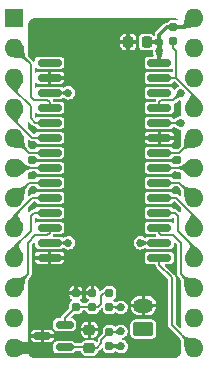
<source format=gbr>
%TF.GenerationSoftware,KiCad,Pcbnew,(6.0.9)*%
%TF.CreationDate,2022-11-12T15:20:29-05:00*%
%TF.ProjectId,6116_FRAM_MOD,36313136-5f46-4524-914d-5f4d4f442e6b,rev?*%
%TF.SameCoordinates,Original*%
%TF.FileFunction,Copper,L1,Top*%
%TF.FilePolarity,Positive*%
%FSLAX46Y46*%
G04 Gerber Fmt 4.6, Leading zero omitted, Abs format (unit mm)*
G04 Created by KiCad (PCBNEW (6.0.9)) date 2022-11-12 15:20:29*
%MOMM*%
%LPD*%
G01*
G04 APERTURE LIST*
G04 Aperture macros list*
%AMRoundRect*
0 Rectangle with rounded corners*
0 $1 Rounding radius*
0 $2 $3 $4 $5 $6 $7 $8 $9 X,Y pos of 4 corners*
0 Add a 4 corners polygon primitive as box body*
4,1,4,$2,$3,$4,$5,$6,$7,$8,$9,$2,$3,0*
0 Add four circle primitives for the rounded corners*
1,1,$1+$1,$2,$3*
1,1,$1+$1,$4,$5*
1,1,$1+$1,$6,$7*
1,1,$1+$1,$8,$9*
0 Add four rect primitives between the rounded corners*
20,1,$1+$1,$2,$3,$4,$5,0*
20,1,$1+$1,$4,$5,$6,$7,0*
20,1,$1+$1,$6,$7,$8,$9,0*
20,1,$1+$1,$8,$9,$2,$3,0*%
G04 Aperture macros list end*
%TA.AperFunction,SMDPad,CuDef*%
%ADD10RoundRect,0.150000X-0.875000X-0.150000X0.875000X-0.150000X0.875000X0.150000X-0.875000X0.150000X0*%
%TD*%
%TA.AperFunction,SMDPad,CuDef*%
%ADD11RoundRect,0.160000X-0.160000X0.197500X-0.160000X-0.197500X0.160000X-0.197500X0.160000X0.197500X0*%
%TD*%
%TA.AperFunction,SMDPad,CuDef*%
%ADD12RoundRect,0.160000X0.160000X-0.197500X0.160000X0.197500X-0.160000X0.197500X-0.160000X-0.197500X0*%
%TD*%
%TA.AperFunction,ComponentPad*%
%ADD13RoundRect,0.250000X0.625000X-0.350000X0.625000X0.350000X-0.625000X0.350000X-0.625000X-0.350000X0*%
%TD*%
%TA.AperFunction,ComponentPad*%
%ADD14O,1.750000X1.200000*%
%TD*%
%TA.AperFunction,SMDPad,CuDef*%
%ADD15RoundRect,0.150000X0.587500X0.150000X-0.587500X0.150000X-0.587500X-0.150000X0.587500X-0.150000X0*%
%TD*%
%TA.AperFunction,ComponentPad*%
%ADD16R,1.600000X1.600000*%
%TD*%
%TA.AperFunction,ComponentPad*%
%ADD17O,1.600000X1.600000*%
%TD*%
%TA.AperFunction,SMDPad,CuDef*%
%ADD18RoundRect,0.225000X0.225000X0.250000X-0.225000X0.250000X-0.225000X-0.250000X0.225000X-0.250000X0*%
%TD*%
%TA.AperFunction,SMDPad,CuDef*%
%ADD19RoundRect,0.225000X0.250000X-0.225000X0.250000X0.225000X-0.250000X0.225000X-0.250000X-0.225000X0*%
%TD*%
%TA.AperFunction,ViaPad*%
%ADD20C,0.685800*%
%TD*%
%TA.AperFunction,Conductor*%
%ADD21C,0.152400*%
%TD*%
%TA.AperFunction,Conductor*%
%ADD22C,0.914400*%
%TD*%
%TA.AperFunction,Conductor*%
%ADD23C,0.304800*%
%TD*%
G04 APERTURE END LIST*
D10*
%TO.P,U2,1*%
%TO.N,N/C*%
X114730000Y-62230000D03*
%TO.P,U2,2,A12*%
%TO.N,GND*%
X114730000Y-63500000D03*
%TO.P,U2,3,A7*%
%TO.N,/A7*%
X114730000Y-64770000D03*
%TO.P,U2,4,A6*%
%TO.N,/A6*%
X114730000Y-66040000D03*
%TO.P,U2,5,A5*%
%TO.N,/A5*%
X114730000Y-67310000D03*
%TO.P,U2,6,A4*%
%TO.N,/A4*%
X114730000Y-68580000D03*
%TO.P,U2,7,A3*%
%TO.N,/A3*%
X114730000Y-69850000D03*
%TO.P,U2,8,A2*%
%TO.N,/A2*%
X114730000Y-71120000D03*
%TO.P,U2,9,A1*%
%TO.N,/A1*%
X114730000Y-72390000D03*
%TO.P,U2,10,A0*%
%TO.N,/A0*%
X114730000Y-73660000D03*
%TO.P,U2,11,DQ0*%
%TO.N,/D0*%
X114730000Y-74930000D03*
%TO.P,U2,12,DQ1*%
%TO.N,/D1*%
X114730000Y-76200000D03*
%TO.P,U2,13,DQ2*%
%TO.N,/D2*%
X114730000Y-77470000D03*
%TO.P,U2,14,VSS*%
%TO.N,GND*%
X114730000Y-78740000D03*
%TO.P,U2,15,DQ3*%
%TO.N,/D3*%
X124030000Y-78740000D03*
%TO.P,U2,16,DQ4*%
%TO.N,/D4*%
X124030000Y-77470000D03*
%TO.P,U2,17,DQ5*%
%TO.N,/D5*%
X124030000Y-76200000D03*
%TO.P,U2,18,DQ6*%
%TO.N,/D6*%
X124030000Y-74930000D03*
%TO.P,U2,19,DQ7*%
%TO.N,/D7*%
X124030000Y-73660000D03*
%TO.P,U2,20,~{CE}*%
%TO.N,/~{CE}*%
X124030000Y-72390000D03*
%TO.P,U2,21,A10*%
%TO.N,/A10*%
X124030000Y-71120000D03*
%TO.P,U2,22,~{OE}*%
%TO.N,/~{OE}*%
X124030000Y-69850000D03*
%TO.P,U2,23,A11*%
%TO.N,GND*%
X124030000Y-68580000D03*
%TO.P,U2,24,A9*%
%TO.N,/A9*%
X124030000Y-67310000D03*
%TO.P,U2,25,A8*%
%TO.N,/A8*%
X124030000Y-66040000D03*
%TO.P,U2,26*%
%TO.N,N/C*%
X124030000Y-64770000D03*
%TO.P,U2,27,~{WE}*%
%TO.N,/~{WE}*%
X124030000Y-63500000D03*
%TO.P,U2,28,VDD*%
%TO.N,VCC*%
X124030000Y-62230000D03*
%TD*%
D11*
%TO.P,R1,1*%
%TO.N,VCC*%
X125222000Y-59219500D03*
%TO.P,R1,2*%
%TO.N,/~{WE}*%
X125222000Y-60414500D03*
%TD*%
D12*
%TO.P,R2,1*%
%TO.N,VCC*%
X119808866Y-86195500D03*
%TO.P,R2,2*%
%TO.N,/BATT_FAKE*%
X119808866Y-85000500D03*
%TD*%
D13*
%TO.P,J1,1,Pin_1*%
%TO.N,/BATT_FAKE*%
X122682000Y-84785200D03*
D14*
%TO.P,J1,2,Pin_2*%
%TO.N,GND*%
X122682000Y-82785200D03*
%TD*%
D12*
%TO.P,R3,1*%
%TO.N,/BATT_FAKE*%
X119808866Y-82893500D03*
%TO.P,R3,2*%
%TO.N,Net-(R3-Pad2)*%
X119808866Y-81698500D03*
%TD*%
D15*
%TO.P,U1,1,K*%
%TO.N,/BATT_FAKE*%
X115999500Y-86294000D03*
%TO.P,U1,2,REF*%
%TO.N,Net-(R3-Pad2)*%
X115999500Y-84394000D03*
%TO.P,U1,3,A*%
%TO.N,GND*%
X114124500Y-85344000D03*
%TD*%
D12*
%TO.P,R4,1*%
%TO.N,Net-(R3-Pad2)*%
X118364000Y-82893500D03*
%TO.P,R4,2*%
%TO.N,GND*%
X118364000Y-81698500D03*
%TD*%
D16*
%TO.P,U10,1,A7*%
%TO.N,/A7*%
X111760000Y-58420000D03*
D17*
%TO.P,U10,2,A6*%
%TO.N,/A6*%
X111760000Y-60960000D03*
%TO.P,U10,3,A5*%
%TO.N,/A5*%
X111760000Y-63500000D03*
%TO.P,U10,4,A4*%
%TO.N,/A4*%
X111760000Y-66040000D03*
%TO.P,U10,5,A3*%
%TO.N,/A3*%
X111760000Y-68580000D03*
%TO.P,U10,6,A2*%
%TO.N,/A2*%
X111760000Y-71120000D03*
%TO.P,U10,7,A1*%
%TO.N,/A1*%
X111760000Y-73660000D03*
%TO.P,U10,8,A0*%
%TO.N,/A0*%
X111760000Y-76200000D03*
%TO.P,U10,9,D0*%
%TO.N,/D0*%
X111760000Y-78740000D03*
%TO.P,U10,10,D1*%
%TO.N,/D1*%
X111760000Y-81280000D03*
%TO.P,U10,11,D2*%
%TO.N,/D2*%
X111760000Y-83820000D03*
%TO.P,U10,12,GND*%
%TO.N,GND*%
X111760000Y-86360000D03*
%TO.P,U10,13,D3*%
%TO.N,/D3*%
X127000000Y-86360000D03*
%TO.P,U10,14,D4*%
%TO.N,/D4*%
X127000000Y-83820000D03*
%TO.P,U10,15,D5*%
%TO.N,/D5*%
X127000000Y-81280000D03*
%TO.P,U10,16,D6*%
%TO.N,/D6*%
X127000000Y-78740000D03*
%TO.P,U10,17,D7*%
%TO.N,/D7*%
X127000000Y-76200000D03*
%TO.P,U10,18,~{CE}*%
%TO.N,/~{CE}*%
X127000000Y-73660000D03*
%TO.P,U10,19,A10*%
%TO.N,/A10*%
X127000000Y-71120000D03*
%TO.P,U10,20,~{OE}*%
%TO.N,/~{OE}*%
X127000000Y-68580000D03*
%TO.P,U10,21,~{WE}*%
%TO.N,/~{WE}*%
X127000000Y-66040000D03*
%TO.P,U10,22,A9*%
%TO.N,/A9*%
X127000000Y-63500000D03*
%TO.P,U10,23,A8*%
%TO.N,/A8*%
X127000000Y-60960000D03*
%TO.P,U10,24,VCC*%
%TO.N,VCC*%
X127000000Y-58420000D03*
%TD*%
D18*
%TO.P,C3,1*%
%TO.N,VCC*%
X122949000Y-60452000D03*
%TO.P,C3,2*%
%TO.N,GND*%
X121399000Y-60452000D03*
%TD*%
D12*
%TO.P,R6,1*%
%TO.N,Net-(R3-Pad2)*%
X116967000Y-82893500D03*
%TO.P,R6,2*%
%TO.N,GND*%
X116967000Y-81698500D03*
%TD*%
D19*
%TO.P,C4,1*%
%TO.N,/BATT_FAKE*%
X118110000Y-86373000D03*
%TO.P,C4,2*%
%TO.N,GND*%
X118110000Y-84823000D03*
%TD*%
D20*
%TO.N,/D2*%
X116332000Y-77470000D03*
%TO.N,/A8*%
X125857000Y-64770000D03*
%TO.N,/A9*%
X125857000Y-67310000D03*
%TO.N,/A7*%
X116332000Y-64770000D03*
%TO.N,/D4*%
X122428000Y-77470000D03*
%TO.N,VCC*%
X120799466Y-86233000D03*
X124030000Y-61263000D03*
X124030000Y-60453800D03*
%TO.N,/BATT_FAKE*%
X120777000Y-84963000D03*
X120777000Y-82931000D03*
%TD*%
D21*
%TO.N,/D2*%
X114730000Y-77470000D02*
X116332000Y-77470000D01*
%TO.N,/D1*%
X112903000Y-80137000D02*
X111760000Y-81280000D01*
X114730000Y-76200000D02*
X114730000Y-76659000D01*
X113538000Y-76835000D02*
X112903000Y-77470000D01*
X114554000Y-76835000D02*
X113538000Y-76835000D01*
X112903000Y-77470000D02*
X112903000Y-80137000D01*
X114730000Y-76659000D02*
X114554000Y-76835000D01*
%TO.N,/A8*%
X125857000Y-64770000D02*
X125222000Y-65405000D01*
X124206000Y-65405000D02*
X124030000Y-65581000D01*
X124030000Y-65581000D02*
X124030000Y-66040000D01*
X125222000Y-65405000D02*
X124206000Y-65405000D01*
%TO.N,/D0*%
X113411000Y-74930000D02*
X113157000Y-75184000D01*
X113157000Y-75184000D02*
X113157000Y-76454000D01*
X114730000Y-74930000D02*
X113411000Y-74930000D01*
X113157000Y-76454000D02*
X111760000Y-77851000D01*
X111760000Y-77851000D02*
X111760000Y-78740000D01*
%TO.N,/A9*%
X124030000Y-67310000D02*
X125857000Y-67310000D01*
%TO.N,/A0*%
X113284000Y-73660000D02*
X111760000Y-75184000D01*
X111760000Y-75184000D02*
X111760000Y-76200000D01*
X114730000Y-73660000D02*
X113284000Y-73660000D01*
%TO.N,/A1*%
X114730000Y-72390000D02*
X113030000Y-72390000D01*
X113030000Y-72390000D02*
X111760000Y-73660000D01*
%TO.N,/A2*%
X114730000Y-71120000D02*
X111760000Y-71120000D01*
%TO.N,/A10*%
X124030000Y-71120000D02*
X127000000Y-71120000D01*
%TO.N,/A3*%
X114730000Y-69850000D02*
X113030000Y-69850000D01*
X113030000Y-69850000D02*
X111760000Y-68580000D01*
%TO.N,/A4*%
X114730000Y-68580000D02*
X113284000Y-68580000D01*
X113284000Y-68580000D02*
X111760000Y-67056000D01*
X111760000Y-67056000D02*
X111760000Y-66040000D01*
%TO.N,/D7*%
X125476000Y-73660000D02*
X127000000Y-75184000D01*
X124030000Y-73660000D02*
X125476000Y-73660000D01*
X127000000Y-75184000D02*
X127000000Y-76200000D01*
%TO.N,/A5*%
X113538000Y-67310000D02*
X113157000Y-66929000D01*
X111760000Y-64516000D02*
X111760000Y-63500000D01*
X113157000Y-65913000D02*
X111760000Y-64516000D01*
X113157000Y-66929000D02*
X113157000Y-65913000D01*
X114730000Y-67310000D02*
X113538000Y-67310000D01*
%TO.N,/D6*%
X125349000Y-74930000D02*
X125603000Y-75184000D01*
X125603000Y-75184000D02*
X125603000Y-76454000D01*
X127000000Y-77851000D02*
X127000000Y-78740000D01*
X124030000Y-74930000D02*
X125349000Y-74930000D01*
X125603000Y-76454000D02*
X127000000Y-77851000D01*
%TO.N,/A6*%
X113157000Y-65151000D02*
X113157000Y-62357000D01*
X113157000Y-62357000D02*
X111760000Y-60960000D01*
X114730000Y-65581000D02*
X114554000Y-65405000D01*
X114730000Y-66040000D02*
X114730000Y-65581000D01*
X114554000Y-65405000D02*
X113411000Y-65405000D01*
X113411000Y-65405000D02*
X113157000Y-65151000D01*
%TO.N,/D5*%
X125857000Y-80137000D02*
X127000000Y-81280000D01*
X124030000Y-76200000D02*
X124030000Y-76659000D01*
X125857000Y-77470000D02*
X125857000Y-80137000D01*
X125222000Y-76835000D02*
X125857000Y-77470000D01*
X124206000Y-76835000D02*
X125222000Y-76835000D01*
X124030000Y-76659000D02*
X124206000Y-76835000D01*
%TO.N,/A7*%
X114730000Y-64770000D02*
X116332000Y-64770000D01*
%TO.N,/D4*%
X124030000Y-77470000D02*
X122428000Y-77470000D01*
%TO.N,/D3*%
X125095000Y-84455000D02*
X127000000Y-86360000D01*
X124030000Y-79326000D02*
X125095000Y-80391000D01*
X124030000Y-78740000D02*
X124030000Y-79326000D01*
X125095000Y-80391000D02*
X125095000Y-84455000D01*
D22*
%TO.N,GND*%
X111760000Y-86360000D02*
X113030000Y-86360000D01*
D21*
%TO.N,/~{WE}*%
X127000000Y-65024000D02*
X125476000Y-63500000D01*
X127000000Y-66040000D02*
X127000000Y-65024000D01*
X125222000Y-60414500D02*
X125222000Y-60960000D01*
X125222000Y-60960000D02*
X125476000Y-61214000D01*
X125476000Y-61214000D02*
X125476000Y-63500000D01*
X125476000Y-63500000D02*
X124030000Y-63500000D01*
%TO.N,/~{OE}*%
X125730000Y-69850000D02*
X127000000Y-68580000D01*
X124030000Y-69850000D02*
X125730000Y-69850000D01*
D23*
%TO.N,VCC*%
X126200500Y-59219500D02*
X127000000Y-58420000D01*
X124030000Y-62230000D02*
X124030000Y-61263000D01*
X119846366Y-86233000D02*
X119808866Y-86195500D01*
X124030000Y-60453800D02*
X124028200Y-59848450D01*
X124657150Y-59219500D02*
X125222000Y-59219500D01*
X122949000Y-60452000D02*
X124030000Y-60453800D01*
X120799466Y-86233000D02*
X119846366Y-86233000D01*
X124028200Y-59848450D02*
X124657150Y-59219500D01*
X124030000Y-60453800D02*
X124030000Y-61263000D01*
X125222000Y-59219500D02*
X126200500Y-59219500D01*
D21*
%TO.N,Net-(R3-Pad2)*%
X119100600Y-81940400D02*
X119342500Y-81698500D01*
X118833300Y-82893500D02*
X119100600Y-82626200D01*
X118364000Y-82893500D02*
X118833300Y-82893500D01*
X116967000Y-82893500D02*
X118364000Y-82893500D01*
X115999500Y-83861000D02*
X116967000Y-82893500D01*
X119342500Y-81698500D02*
X119808866Y-81698500D01*
X119100600Y-82626200D02*
X119100600Y-81940400D01*
X115999500Y-84394000D02*
X115999500Y-83861000D01*
%TO.N,/BATT_FAKE*%
X119126000Y-85683366D02*
X119808866Y-85000500D01*
X120739500Y-85000500D02*
X119808866Y-85000500D01*
X118031000Y-86294000D02*
X118110000Y-86373000D01*
X115999500Y-86294000D02*
X118031000Y-86294000D01*
X120777000Y-82931000D02*
X119846366Y-82931000D01*
X120777000Y-84963000D02*
X120739500Y-85000500D01*
X119846366Y-82931000D02*
X119808866Y-82893500D01*
X119126000Y-85979000D02*
X119126000Y-85683366D01*
X118732000Y-86373000D02*
X119126000Y-85979000D01*
X118110000Y-86373000D02*
X118732000Y-86373000D01*
%TO.N,/~{CE}*%
X124030000Y-72390000D02*
X125730000Y-72390000D01*
X125730000Y-72390000D02*
X127000000Y-73660000D01*
%TD*%
%TA.AperFunction,Conductor*%
%TO.N,GND*%
G36*
X125252284Y-58420643D02*
G01*
X125395361Y-58439480D01*
X125414323Y-58444561D01*
X125543055Y-58497883D01*
X125560057Y-58507700D01*
X125572037Y-58516893D01*
X125599675Y-58560277D01*
X125592959Y-58611277D01*
X125555033Y-58646028D01*
X125505034Y-58647992D01*
X125503737Y-58647331D01*
X125497892Y-58646405D01*
X125497891Y-58646405D01*
X125415540Y-58633362D01*
X125415538Y-58633362D01*
X125412622Y-58632900D01*
X125031378Y-58632900D01*
X125028462Y-58633362D01*
X125028460Y-58633362D01*
X124968924Y-58642792D01*
X124940263Y-58647331D01*
X124830442Y-58703288D01*
X124743288Y-58790442D01*
X124740599Y-58795719D01*
X124737121Y-58800506D01*
X124735335Y-58799208D01*
X124704357Y-58828095D01*
X124675702Y-58833226D01*
X124675370Y-58833154D01*
X124638828Y-58837479D01*
X124629989Y-58838000D01*
X124625458Y-58838000D01*
X124619088Y-58839060D01*
X124605144Y-58841381D01*
X124601636Y-58841881D01*
X124582998Y-58844087D01*
X124549243Y-58848082D01*
X124543640Y-58850772D01*
X124541077Y-58851517D01*
X124540791Y-58851582D01*
X124540508Y-58851698D01*
X124537998Y-58852557D01*
X124531867Y-58853578D01*
X124485451Y-58878623D01*
X124482321Y-58880218D01*
X124439012Y-58901014D01*
X124439009Y-58901016D01*
X124434752Y-58903060D01*
X124430458Y-58906669D01*
X124429675Y-58907452D01*
X124425517Y-58910962D01*
X124420093Y-58913888D01*
X124415874Y-58918453D01*
X124415873Y-58918453D01*
X124382623Y-58954423D01*
X124380576Y-58956551D01*
X123819323Y-59517804D01*
X123813177Y-59523310D01*
X123808396Y-59527142D01*
X123794906Y-59537953D01*
X123792530Y-59540781D01*
X123788975Y-59545012D01*
X123772378Y-59559689D01*
X123767047Y-59563154D01*
X123763213Y-59568047D01*
X123763210Y-59568050D01*
X123744779Y-59591574D01*
X123738759Y-59598368D01*
X123736029Y-59601098D01*
X123734227Y-59603620D01*
X123734220Y-59603628D01*
X123723643Y-59618429D01*
X123721654Y-59621087D01*
X123692548Y-59658234D01*
X123688713Y-59663129D01*
X123686670Y-59669002D01*
X123686146Y-59669962D01*
X123685723Y-59670636D01*
X123685265Y-59671521D01*
X123684956Y-59672263D01*
X123684479Y-59673237D01*
X123680866Y-59678293D01*
X123679086Y-59684245D01*
X123679085Y-59684247D01*
X123665563Y-59729460D01*
X123664544Y-59732611D01*
X123646988Y-59783085D01*
X123646521Y-59788676D01*
X123646524Y-59789856D01*
X123646149Y-59794377D01*
X123644475Y-59799974D01*
X123644719Y-59806186D01*
X123644719Y-59806187D01*
X123646108Y-59841545D01*
X123645283Y-59855987D01*
X123644770Y-59859305D01*
X123619997Y-59904387D01*
X123572042Y-59922998D01*
X123523344Y-59906430D01*
X123509965Y-59892494D01*
X123502063Y-59881796D01*
X123502061Y-59881794D01*
X123498724Y-59877276D01*
X123388887Y-59796149D01*
X123383585Y-59794287D01*
X123383583Y-59794286D01*
X123290674Y-59761659D01*
X123260051Y-59750905D01*
X123241903Y-59749190D01*
X123230021Y-59748066D01*
X123230013Y-59748066D01*
X123228261Y-59747900D01*
X122949632Y-59747900D01*
X122669740Y-59747901D01*
X122667986Y-59748067D01*
X122667980Y-59748067D01*
X122654261Y-59749364D01*
X122637949Y-59750905D01*
X122566993Y-59775823D01*
X122514417Y-59794286D01*
X122514415Y-59794287D01*
X122509113Y-59796149D01*
X122399276Y-59877276D01*
X122318149Y-59987113D01*
X122316287Y-59992415D01*
X122316286Y-59992417D01*
X122304043Y-60027281D01*
X122272905Y-60115949D01*
X122269900Y-60147739D01*
X122269901Y-60756260D01*
X122272905Y-60788051D01*
X122292398Y-60843558D01*
X122316203Y-60911345D01*
X122318149Y-60916887D01*
X122321489Y-60921409D01*
X122384097Y-61006173D01*
X122399276Y-61026724D01*
X122509113Y-61107851D01*
X122514415Y-61109713D01*
X122514417Y-61109714D01*
X122582555Y-61133642D01*
X122637949Y-61153095D01*
X122656097Y-61154810D01*
X122667979Y-61155934D01*
X122667987Y-61155934D01*
X122669739Y-61156100D01*
X122948368Y-61156100D01*
X123228260Y-61156099D01*
X123230014Y-61155933D01*
X123230020Y-61155933D01*
X123243739Y-61154636D01*
X123260051Y-61153095D01*
X123264377Y-61151576D01*
X123264381Y-61151575D01*
X123362147Y-61117242D01*
X123413583Y-61117825D01*
X123452611Y-61151335D01*
X123461620Y-61198009D01*
X123453064Y-61263000D01*
X123453707Y-61267884D01*
X123467793Y-61374874D01*
X123472723Y-61412322D01*
X123474607Y-61416869D01*
X123474607Y-61416871D01*
X123506864Y-61494746D01*
X123509951Y-61503786D01*
X123515497Y-61524176D01*
X123517144Y-61527484D01*
X123540333Y-61574063D01*
X123540335Y-61574068D01*
X123541645Y-61576656D01*
X123541788Y-61576937D01*
X123549174Y-61591289D01*
X123555651Y-61642319D01*
X123527810Y-61685574D01*
X123482310Y-61700901D01*
X123119068Y-61700901D01*
X123044555Y-61711869D01*
X122997485Y-61734979D01*
X122936842Y-61764753D01*
X122936841Y-61764754D01*
X122931266Y-61767491D01*
X122926879Y-61771885D01*
X122926877Y-61771887D01*
X122889292Y-61809538D01*
X122842101Y-61856811D01*
X122839372Y-61862395D01*
X122839370Y-61862397D01*
X122820468Y-61901067D01*
X122786676Y-61970198D01*
X122775900Y-62044067D01*
X122775901Y-62415932D01*
X122786869Y-62490445D01*
X122842491Y-62603734D01*
X122846885Y-62608121D01*
X122846887Y-62608123D01*
X122869754Y-62630950D01*
X122931811Y-62692899D01*
X122937395Y-62695628D01*
X122937397Y-62695630D01*
X122997683Y-62725098D01*
X123045198Y-62748324D01*
X123119067Y-62759100D01*
X124027173Y-62759100D01*
X124940932Y-62759099D01*
X125015445Y-62748131D01*
X125062358Y-62725098D01*
X125113502Y-62719587D01*
X125156222Y-62748241D01*
X125170700Y-62792601D01*
X125170700Y-62937419D01*
X125153107Y-62985757D01*
X125108558Y-63011477D01*
X125062475Y-63004979D01*
X125020044Y-62984238D01*
X125020042Y-62984237D01*
X125014802Y-62981676D01*
X124940933Y-62970900D01*
X124032827Y-62970900D01*
X123119068Y-62970901D01*
X123044555Y-62981869D01*
X122997485Y-63004979D01*
X122936842Y-63034753D01*
X122936841Y-63034754D01*
X122931266Y-63037491D01*
X122926879Y-63041885D01*
X122926877Y-63041887D01*
X122926466Y-63042299D01*
X122842101Y-63126811D01*
X122786676Y-63240198D01*
X122775900Y-63314067D01*
X122775901Y-63685932D01*
X122776302Y-63688653D01*
X122785903Y-63753879D01*
X122786869Y-63760445D01*
X122789444Y-63765689D01*
X122829599Y-63847475D01*
X122842491Y-63873734D01*
X122846885Y-63878121D01*
X122846887Y-63878123D01*
X122886928Y-63918094D01*
X122931811Y-63962899D01*
X122937395Y-63965628D01*
X122937397Y-63965630D01*
X123021162Y-64006575D01*
X123045198Y-64018324D01*
X123119067Y-64029100D01*
X124027173Y-64029100D01*
X124940932Y-64029099D01*
X125015445Y-64018131D01*
X125072197Y-63990267D01*
X125123158Y-63965247D01*
X125123159Y-63965246D01*
X125128734Y-63962509D01*
X125133121Y-63958115D01*
X125133123Y-63958113D01*
X125190891Y-63900244D01*
X125217899Y-63873189D01*
X125220773Y-63867310D01*
X125230469Y-63847475D01*
X125267503Y-63811775D01*
X125298029Y-63805300D01*
X125318393Y-63805300D01*
X125366731Y-63822893D01*
X125371567Y-63827326D01*
X125662947Y-64118706D01*
X125684687Y-64165326D01*
X125671373Y-64215013D01*
X125638551Y-64241356D01*
X125615225Y-64251018D01*
X125568532Y-64270359D01*
X125449045Y-64362045D01*
X125371367Y-64463277D01*
X125327984Y-64490914D01*
X125276985Y-64484200D01*
X125244205Y-64450639D01*
X125220247Y-64401843D01*
X125217509Y-64396266D01*
X125213115Y-64391879D01*
X125213113Y-64391877D01*
X125154357Y-64333224D01*
X125128189Y-64307101D01*
X125122605Y-64304372D01*
X125122603Y-64304370D01*
X125027283Y-64257777D01*
X125014802Y-64251676D01*
X124940933Y-64240900D01*
X124032827Y-64240900D01*
X123119068Y-64240901D01*
X123057790Y-64249921D01*
X123056227Y-64250151D01*
X123044555Y-64251869D01*
X123006895Y-64270359D01*
X122936842Y-64304753D01*
X122936841Y-64304754D01*
X122931266Y-64307491D01*
X122926879Y-64311885D01*
X122926877Y-64311887D01*
X122905237Y-64333565D01*
X122842101Y-64396811D01*
X122786676Y-64510198D01*
X122775900Y-64584067D01*
X122775901Y-64955932D01*
X122786869Y-65030445D01*
X122842491Y-65143734D01*
X122846885Y-65148121D01*
X122846887Y-65148123D01*
X122874754Y-65175941D01*
X122931811Y-65232899D01*
X122937395Y-65235628D01*
X122937397Y-65235630D01*
X123006977Y-65269641D01*
X123045198Y-65288324D01*
X123119067Y-65299100D01*
X123705762Y-65299100D01*
X123754100Y-65316693D01*
X123779820Y-65361242D01*
X123769688Y-65412649D01*
X123767472Y-65415037D01*
X123764900Y-65421484D01*
X123764898Y-65421487D01*
X123762092Y-65428521D01*
X123754259Y-65443193D01*
X123746044Y-65455168D01*
X123744441Y-65461921D01*
X123742560Y-65466167D01*
X123706892Y-65503233D01*
X123673808Y-65510901D01*
X123119068Y-65510901D01*
X123044555Y-65521869D01*
X122987803Y-65549733D01*
X122936842Y-65574753D01*
X122936841Y-65574754D01*
X122931266Y-65577491D01*
X122926879Y-65581885D01*
X122926877Y-65581887D01*
X122886906Y-65621928D01*
X122842101Y-65666811D01*
X122839372Y-65672395D01*
X122839370Y-65672397D01*
X122814879Y-65722501D01*
X122786676Y-65780198D01*
X122775900Y-65854067D01*
X122775901Y-66225932D01*
X122786869Y-66300445D01*
X122842491Y-66413734D01*
X122846885Y-66418121D01*
X122846887Y-66418123D01*
X122869754Y-66440950D01*
X122931811Y-66502899D01*
X122937395Y-66505628D01*
X122937397Y-66505630D01*
X123021162Y-66546575D01*
X123045198Y-66558324D01*
X123119067Y-66569100D01*
X124027173Y-66569100D01*
X124940932Y-66569099D01*
X125015445Y-66558131D01*
X125072197Y-66530267D01*
X125123158Y-66505247D01*
X125123159Y-66505246D01*
X125128734Y-66502509D01*
X125133121Y-66498115D01*
X125133123Y-66498113D01*
X125190186Y-66440950D01*
X125217899Y-66413189D01*
X125273324Y-66299802D01*
X125284100Y-66225933D01*
X125284099Y-65854068D01*
X125273145Y-65779651D01*
X125283511Y-65729267D01*
X125320933Y-65699635D01*
X125320509Y-65698535D01*
X125326988Y-65696035D01*
X125333811Y-65694764D01*
X125339720Y-65691122D01*
X125339722Y-65691121D01*
X125358434Y-65679587D01*
X125368210Y-65674509D01*
X125389897Y-65665192D01*
X125389900Y-65665190D01*
X125394779Y-65663094D01*
X125399744Y-65659015D01*
X125406275Y-65652484D01*
X125419989Y-65641643D01*
X125424717Y-65638729D01*
X125424718Y-65638728D01*
X125430628Y-65635085D01*
X125449624Y-65610104D01*
X125456302Y-65602457D01*
X125568969Y-65489790D01*
X125583172Y-65478650D01*
X125591140Y-65473822D01*
X125591142Y-65473821D01*
X125594295Y-65471910D01*
X125597013Y-65469423D01*
X125597018Y-65469419D01*
X125632494Y-65436954D01*
X125638713Y-65431846D01*
X125643235Y-65428521D01*
X125663160Y-65413870D01*
X125671180Y-65408724D01*
X125686061Y-65400458D01*
X125695113Y-65396193D01*
X125707250Y-65391433D01*
X125715548Y-65388723D01*
X125734195Y-65383810D01*
X125739864Y-65382548D01*
X125768310Y-65377361D01*
X125819020Y-65385998D01*
X125852314Y-65425209D01*
X125857000Y-65451341D01*
X125857000Y-66667115D01*
X125839407Y-66715453D01*
X125791616Y-66741672D01*
X125712559Y-66752080D01*
X125712556Y-66752081D01*
X125707678Y-66752723D01*
X125703129Y-66754607D01*
X125703130Y-66754607D01*
X125617319Y-66790151D01*
X125610315Y-66792654D01*
X125589843Y-66798847D01*
X125535181Y-66828011D01*
X125527677Y-66832194D01*
X125527371Y-66832372D01*
X125527262Y-66832435D01*
X125527232Y-66832453D01*
X125526936Y-66832625D01*
X125519631Y-66837054D01*
X125519390Y-66837206D01*
X125519379Y-66837213D01*
X125489180Y-66856286D01*
X125467622Y-66869901D01*
X125462509Y-66873224D01*
X125462330Y-66873344D01*
X125462296Y-66873366D01*
X125462226Y-66873413D01*
X125461999Y-66873565D01*
X125456902Y-66877071D01*
X125411388Y-66909275D01*
X125408050Y-66911681D01*
X125407896Y-66911794D01*
X125407852Y-66911826D01*
X125385866Y-66927970D01*
X125373826Y-66936811D01*
X125369951Y-66939656D01*
X125368215Y-66940893D01*
X125341026Y-66959695D01*
X125336140Y-66962803D01*
X125323813Y-66969989D01*
X125273192Y-66979131D01*
X125228537Y-66953596D01*
X125224064Y-66946758D01*
X125223867Y-66946899D01*
X125220246Y-66941842D01*
X125217509Y-66936266D01*
X125213115Y-66931879D01*
X125213113Y-66931877D01*
X125159207Y-66878065D01*
X125128189Y-66847101D01*
X125122605Y-66844372D01*
X125122603Y-66844370D01*
X125027283Y-66797777D01*
X125014802Y-66791676D01*
X124940933Y-66780900D01*
X124032827Y-66780900D01*
X123119068Y-66780901D01*
X123057790Y-66789921D01*
X123056227Y-66790151D01*
X123044555Y-66791869D01*
X123022821Y-66802540D01*
X122936842Y-66844753D01*
X122936841Y-66844754D01*
X122931266Y-66847491D01*
X122926879Y-66851885D01*
X122926877Y-66851887D01*
X122900879Y-66877931D01*
X122842101Y-66936811D01*
X122839372Y-66942395D01*
X122839370Y-66942397D01*
X122812542Y-66997282D01*
X122786676Y-67050198D01*
X122775900Y-67124067D01*
X122775901Y-67495932D01*
X122786869Y-67570445D01*
X122800628Y-67598468D01*
X122829458Y-67657188D01*
X122842491Y-67683734D01*
X122846885Y-67688121D01*
X122846887Y-67688123D01*
X122869528Y-67710724D01*
X122931811Y-67772899D01*
X122937395Y-67775628D01*
X122937397Y-67775630D01*
X123006977Y-67809641D01*
X123045198Y-67828324D01*
X123119067Y-67839100D01*
X124027173Y-67839100D01*
X124940932Y-67839099D01*
X125015445Y-67828131D01*
X125072197Y-67800267D01*
X125123158Y-67775247D01*
X125123159Y-67775246D01*
X125128734Y-67772509D01*
X125133121Y-67768115D01*
X125133123Y-67768113D01*
X125192671Y-67708461D01*
X125217899Y-67683189D01*
X125220630Y-67677602D01*
X125224238Y-67672544D01*
X125226568Y-67674206D01*
X125255520Y-67646304D01*
X125306838Y-67642767D01*
X125323905Y-67650064D01*
X125336139Y-67657195D01*
X125341026Y-67660304D01*
X125368215Y-67679106D01*
X125369951Y-67680343D01*
X125407852Y-67708173D01*
X125407896Y-67708205D01*
X125408050Y-67708318D01*
X125411388Y-67710724D01*
X125456902Y-67742928D01*
X125461999Y-67746434D01*
X125462226Y-67746586D01*
X125462296Y-67746633D01*
X125462330Y-67746655D01*
X125462509Y-67746775D01*
X125467622Y-67750098D01*
X125467836Y-67750233D01*
X125467856Y-67750246D01*
X125519341Y-67782762D01*
X125519631Y-67782945D01*
X125526817Y-67787305D01*
X125527081Y-67787459D01*
X125527115Y-67787479D01*
X125527251Y-67787558D01*
X125527557Y-67787736D01*
X125535179Y-67791987D01*
X125589842Y-67821152D01*
X125601644Y-67825763D01*
X125638973Y-67840348D01*
X125638977Y-67840349D01*
X125641034Y-67841153D01*
X125643175Y-67841711D01*
X125643176Y-67841711D01*
X125645641Y-67842353D01*
X125655465Y-67845649D01*
X125707678Y-67867277D01*
X125712556Y-67867919D01*
X125712559Y-67867920D01*
X125791616Y-67878328D01*
X125837243Y-67902081D01*
X125857000Y-67952885D01*
X125857000Y-69190859D01*
X125850116Y-69222290D01*
X125833749Y-69257864D01*
X125827840Y-69268389D01*
X125783424Y-69334444D01*
X125765845Y-69360588D01*
X125759539Y-69368706D01*
X125654578Y-69486237D01*
X125652794Y-69489168D01*
X125652792Y-69489171D01*
X125647718Y-69497508D01*
X125636654Y-69511586D01*
X125625566Y-69522674D01*
X125578946Y-69544414D01*
X125572392Y-69544700D01*
X125297962Y-69544700D01*
X125249624Y-69527107D01*
X125230459Y-69502642D01*
X125220247Y-69481842D01*
X125220246Y-69481840D01*
X125217509Y-69476266D01*
X125213115Y-69471879D01*
X125213113Y-69471877D01*
X125162021Y-69420874D01*
X125128189Y-69387101D01*
X125122605Y-69384372D01*
X125122603Y-69384370D01*
X125038838Y-69343425D01*
X125014802Y-69331676D01*
X124940933Y-69320900D01*
X124032827Y-69320900D01*
X123119068Y-69320901D01*
X123044555Y-69331869D01*
X122987803Y-69359733D01*
X122936842Y-69384753D01*
X122936841Y-69384754D01*
X122931266Y-69387491D01*
X122926879Y-69391885D01*
X122926877Y-69391887D01*
X122897941Y-69420874D01*
X122842101Y-69476811D01*
X122839372Y-69482395D01*
X122839370Y-69482397D01*
X122812173Y-69538036D01*
X122786676Y-69590198D01*
X122775900Y-69664067D01*
X122775901Y-70035932D01*
X122782400Y-70080085D01*
X122785923Y-70104015D01*
X122786869Y-70110445D01*
X122801264Y-70139764D01*
X122832417Y-70203215D01*
X122842491Y-70223734D01*
X122846885Y-70228121D01*
X122846887Y-70228123D01*
X122856020Y-70237240D01*
X122931811Y-70312899D01*
X122937395Y-70315628D01*
X122937397Y-70315630D01*
X123021162Y-70356575D01*
X123045198Y-70368324D01*
X123119067Y-70379100D01*
X124027173Y-70379100D01*
X124940932Y-70379099D01*
X125015445Y-70368131D01*
X125072197Y-70340267D01*
X125123158Y-70315247D01*
X125123159Y-70315246D01*
X125128734Y-70312509D01*
X125133121Y-70308115D01*
X125133123Y-70308113D01*
X125203872Y-70237240D01*
X125217899Y-70223189D01*
X125220631Y-70217600D01*
X125230469Y-70197475D01*
X125267503Y-70161775D01*
X125298029Y-70155300D01*
X125674560Y-70155300D01*
X125680119Y-70155708D01*
X125684628Y-70157256D01*
X125735316Y-70155353D01*
X125738136Y-70155300D01*
X125758393Y-70155300D01*
X125761797Y-70154666D01*
X125765249Y-70154347D01*
X125765265Y-70154519D01*
X125769385Y-70154074D01*
X125778981Y-70153714D01*
X125827944Y-70169483D01*
X125855316Y-70213035D01*
X125857000Y-70228861D01*
X125857000Y-70656475D01*
X125839407Y-70704813D01*
X125818890Y-70721891D01*
X125786990Y-70739975D01*
X125775994Y-70745083D01*
X125696021Y-70774655D01*
X125684395Y-70777921D01*
X125575354Y-70799280D01*
X125565141Y-70800562D01*
X125411262Y-70809255D01*
X125411258Y-70809256D01*
X125407835Y-70809449D01*
X125395016Y-70812568D01*
X125377238Y-70814700D01*
X125297962Y-70814700D01*
X125249624Y-70797107D01*
X125230459Y-70772642D01*
X125220247Y-70751842D01*
X125220246Y-70751840D01*
X125217509Y-70746266D01*
X125213115Y-70741879D01*
X125213113Y-70741877D01*
X125170273Y-70699112D01*
X125128189Y-70657101D01*
X125122605Y-70654372D01*
X125122603Y-70654370D01*
X125038838Y-70613425D01*
X125014802Y-70601676D01*
X124940933Y-70590900D01*
X124032827Y-70590900D01*
X123119068Y-70590901D01*
X123044555Y-70601869D01*
X122987803Y-70629733D01*
X122936842Y-70654753D01*
X122936841Y-70654754D01*
X122931266Y-70657491D01*
X122926879Y-70661885D01*
X122926877Y-70661887D01*
X122906050Y-70682751D01*
X122842101Y-70746811D01*
X122839372Y-70752395D01*
X122839370Y-70752397D01*
X122810084Y-70812310D01*
X122786676Y-70860198D01*
X122775900Y-70934067D01*
X122775901Y-71305932D01*
X122786869Y-71380445D01*
X122789444Y-71385689D01*
X122829599Y-71467475D01*
X122842491Y-71493734D01*
X122846885Y-71498121D01*
X122846887Y-71498123D01*
X122866903Y-71518104D01*
X122931811Y-71582899D01*
X122937395Y-71585628D01*
X122937397Y-71585630D01*
X122963064Y-71598176D01*
X123045198Y-71638324D01*
X123119067Y-71649100D01*
X124027173Y-71649100D01*
X124940932Y-71649099D01*
X125015445Y-71638131D01*
X125096824Y-71598176D01*
X125123158Y-71585247D01*
X125123159Y-71585246D01*
X125128734Y-71582509D01*
X125133121Y-71578115D01*
X125133123Y-71578113D01*
X125193027Y-71518104D01*
X125217899Y-71493189D01*
X125220631Y-71487600D01*
X125230469Y-71467475D01*
X125267503Y-71431775D01*
X125298029Y-71425300D01*
X125377952Y-71425300D01*
X125396759Y-71427690D01*
X125404257Y-71429627D01*
X125404262Y-71429628D01*
X125407836Y-71430551D01*
X125490397Y-71435215D01*
X125565139Y-71439437D01*
X125575353Y-71440719D01*
X125684395Y-71462078D01*
X125696021Y-71465344D01*
X125775994Y-71494916D01*
X125786990Y-71500024D01*
X125818887Y-71518107D01*
X125852260Y-71557247D01*
X125857000Y-71583524D01*
X125857000Y-72009500D01*
X125839407Y-72057838D01*
X125794858Y-72083558D01*
X125781800Y-72084700D01*
X125774692Y-72084700D01*
X125757330Y-72082668D01*
X125745172Y-72079783D01*
X125738294Y-72080719D01*
X125738293Y-72080719D01*
X125714091Y-72084013D01*
X125703950Y-72084700D01*
X125297962Y-72084700D01*
X125249624Y-72067107D01*
X125230459Y-72042642D01*
X125220247Y-72021842D01*
X125220246Y-72021840D01*
X125217509Y-72016266D01*
X125213115Y-72011879D01*
X125213113Y-72011877D01*
X125156334Y-71955197D01*
X125128189Y-71927101D01*
X125122605Y-71924372D01*
X125122603Y-71924370D01*
X125038838Y-71883425D01*
X125014802Y-71871676D01*
X124940933Y-71860900D01*
X124032827Y-71860900D01*
X123119068Y-71860901D01*
X123044555Y-71871869D01*
X122987803Y-71899733D01*
X122936842Y-71924753D01*
X122936841Y-71924754D01*
X122931266Y-71927491D01*
X122926879Y-71931885D01*
X122926877Y-71931887D01*
X122910995Y-71947797D01*
X122842101Y-72016811D01*
X122839372Y-72022395D01*
X122839370Y-72022397D01*
X122808537Y-72085476D01*
X122786676Y-72130198D01*
X122775900Y-72204067D01*
X122775901Y-72575932D01*
X122786869Y-72650445D01*
X122808892Y-72695300D01*
X122838949Y-72756519D01*
X122842491Y-72763734D01*
X122846885Y-72768121D01*
X122846887Y-72768123D01*
X122886928Y-72808094D01*
X122931811Y-72852899D01*
X122937395Y-72855628D01*
X122937397Y-72855630D01*
X123021162Y-72896575D01*
X123045198Y-72908324D01*
X123119067Y-72919100D01*
X124027173Y-72919100D01*
X124940932Y-72919099D01*
X125015445Y-72908131D01*
X125090498Y-72871282D01*
X125123158Y-72855247D01*
X125123159Y-72855246D01*
X125128734Y-72852509D01*
X125133121Y-72848115D01*
X125133123Y-72848113D01*
X125181426Y-72799725D01*
X125217899Y-72763189D01*
X125224067Y-72750571D01*
X125230469Y-72737475D01*
X125267503Y-72701775D01*
X125298029Y-72695300D01*
X125572393Y-72695300D01*
X125620731Y-72712893D01*
X125625567Y-72717326D01*
X125637160Y-72728919D01*
X125648771Y-72743911D01*
X125652696Y-72750571D01*
X125652700Y-72750576D01*
X125654578Y-72753763D01*
X125759539Y-72871294D01*
X125765842Y-72879408D01*
X125827840Y-72971610D01*
X125833749Y-72982135D01*
X125850116Y-73017709D01*
X125857000Y-73049140D01*
X125857000Y-73426842D01*
X125839407Y-73475180D01*
X125794858Y-73500900D01*
X125744200Y-73491967D01*
X125725646Y-73475436D01*
X125725345Y-73474820D01*
X125712111Y-73462543D01*
X125688159Y-73440325D01*
X125686127Y-73438367D01*
X125671803Y-73424043D01*
X125668945Y-73422082D01*
X125666279Y-73419867D01*
X125666399Y-73419722D01*
X125663162Y-73417137D01*
X125641963Y-73397472D01*
X125634040Y-73394311D01*
X125628479Y-73392092D01*
X125613806Y-73384258D01*
X125607555Y-73379970D01*
X125607556Y-73379970D01*
X125601832Y-73376044D01*
X125595081Y-73374442D01*
X125595079Y-73374441D01*
X125573693Y-73369366D01*
X125563194Y-73366046D01*
X125536327Y-73355327D01*
X125529932Y-73354700D01*
X125520692Y-73354700D01*
X125503330Y-73352668D01*
X125491172Y-73349783D01*
X125484294Y-73350719D01*
X125484293Y-73350719D01*
X125460091Y-73354013D01*
X125449950Y-73354700D01*
X125297962Y-73354700D01*
X125249624Y-73337107D01*
X125230459Y-73312642D01*
X125220247Y-73291842D01*
X125220246Y-73291840D01*
X125217509Y-73286266D01*
X125213115Y-73281879D01*
X125213113Y-73281877D01*
X125132983Y-73201887D01*
X125128189Y-73197101D01*
X125122605Y-73194372D01*
X125122603Y-73194370D01*
X125033590Y-73150860D01*
X125014802Y-73141676D01*
X124940933Y-73130900D01*
X124032827Y-73130900D01*
X123119068Y-73130901D01*
X123044555Y-73141869D01*
X122987803Y-73169733D01*
X122936842Y-73194753D01*
X122936841Y-73194754D01*
X122931266Y-73197491D01*
X122926879Y-73201885D01*
X122926877Y-73201887D01*
X122886906Y-73241928D01*
X122842101Y-73286811D01*
X122839372Y-73292395D01*
X122839370Y-73292397D01*
X122804985Y-73362742D01*
X122786676Y-73400198D01*
X122775900Y-73474067D01*
X122775901Y-73845932D01*
X122786869Y-73920445D01*
X122808892Y-73965300D01*
X122829599Y-74007475D01*
X122842491Y-74033734D01*
X122846885Y-74038121D01*
X122846887Y-74038123D01*
X122886928Y-74078094D01*
X122931811Y-74122899D01*
X122937395Y-74125628D01*
X122937397Y-74125630D01*
X123008920Y-74160591D01*
X123045198Y-74178324D01*
X123119067Y-74189100D01*
X124027173Y-74189100D01*
X124940932Y-74189099D01*
X125015445Y-74178131D01*
X125072197Y-74150267D01*
X125123158Y-74125247D01*
X125123159Y-74125246D01*
X125128734Y-74122509D01*
X125133121Y-74118115D01*
X125133123Y-74118113D01*
X125173094Y-74078072D01*
X125217899Y-74033189D01*
X125222212Y-74024365D01*
X125230469Y-74007475D01*
X125267503Y-73971775D01*
X125298029Y-73965300D01*
X125318393Y-73965300D01*
X125366731Y-73982893D01*
X125371567Y-73987326D01*
X125834974Y-74450733D01*
X125856714Y-74497353D01*
X125857000Y-74503907D01*
X125857000Y-74824692D01*
X125839407Y-74873030D01*
X125794858Y-74898750D01*
X125744200Y-74889817D01*
X125728625Y-74877866D01*
X125694914Y-74844154D01*
X125604075Y-74753315D01*
X125600438Y-74749101D01*
X125598345Y-74744820D01*
X125561158Y-74710324D01*
X125559127Y-74708367D01*
X125544803Y-74694043D01*
X125541945Y-74692082D01*
X125539279Y-74689867D01*
X125539399Y-74689722D01*
X125536162Y-74687137D01*
X125514963Y-74667472D01*
X125507040Y-74664311D01*
X125501479Y-74662092D01*
X125486806Y-74654258D01*
X125480555Y-74649970D01*
X125480556Y-74649970D01*
X125474832Y-74646044D01*
X125468081Y-74644442D01*
X125468079Y-74644441D01*
X125446693Y-74639366D01*
X125436194Y-74636046D01*
X125409327Y-74625327D01*
X125402932Y-74624700D01*
X125393692Y-74624700D01*
X125376330Y-74622668D01*
X125364172Y-74619783D01*
X125357294Y-74620719D01*
X125357293Y-74620719D01*
X125333091Y-74624013D01*
X125322950Y-74624700D01*
X125297962Y-74624700D01*
X125249624Y-74607107D01*
X125230459Y-74582642D01*
X125220247Y-74561842D01*
X125220246Y-74561840D01*
X125217509Y-74556266D01*
X125213115Y-74551879D01*
X125213113Y-74551877D01*
X125165059Y-74503907D01*
X125128189Y-74467101D01*
X125122605Y-74464372D01*
X125122603Y-74464370D01*
X125038838Y-74423425D01*
X125014802Y-74411676D01*
X124940933Y-74400900D01*
X124032827Y-74400900D01*
X123119068Y-74400901D01*
X123044555Y-74411869D01*
X122987803Y-74439733D01*
X122936842Y-74464753D01*
X122936841Y-74464754D01*
X122931266Y-74467491D01*
X122926879Y-74471885D01*
X122926877Y-74471887D01*
X122901456Y-74497353D01*
X122842101Y-74556811D01*
X122839372Y-74562395D01*
X122839370Y-74562397D01*
X122804985Y-74632742D01*
X122786676Y-74670198D01*
X122775900Y-74744067D01*
X122775901Y-75115932D01*
X122786869Y-75190445D01*
X122842491Y-75303734D01*
X122846885Y-75308121D01*
X122846887Y-75308123D01*
X122868917Y-75330114D01*
X122931811Y-75392899D01*
X122937395Y-75395628D01*
X122937397Y-75395630D01*
X123021162Y-75436575D01*
X123045198Y-75448324D01*
X123119067Y-75459100D01*
X124027173Y-75459100D01*
X124940932Y-75459099D01*
X125015445Y-75448131D01*
X125103248Y-75405022D01*
X125123158Y-75395247D01*
X125123159Y-75395246D01*
X125128734Y-75392509D01*
X125169279Y-75351893D01*
X125215881Y-75330114D01*
X125265580Y-75343385D01*
X125295121Y-75385496D01*
X125297700Y-75405022D01*
X125297700Y-75724992D01*
X125280107Y-75773330D01*
X125235558Y-75799050D01*
X125184900Y-75790117D01*
X125169371Y-75778212D01*
X125169266Y-75778107D01*
X125128189Y-75737101D01*
X125122605Y-75734372D01*
X125122603Y-75734370D01*
X125038838Y-75693425D01*
X125014802Y-75681676D01*
X124940933Y-75670900D01*
X124032827Y-75670900D01*
X123119068Y-75670901D01*
X123044555Y-75681869D01*
X122987803Y-75709733D01*
X122936842Y-75734753D01*
X122936841Y-75734754D01*
X122931266Y-75737491D01*
X122926879Y-75741885D01*
X122926877Y-75741887D01*
X122924265Y-75744504D01*
X122842101Y-75826811D01*
X122786676Y-75940198D01*
X122775900Y-76014067D01*
X122775901Y-76385932D01*
X122786869Y-76460445D01*
X122842491Y-76573734D01*
X122846885Y-76578121D01*
X122846887Y-76578123D01*
X122886928Y-76618094D01*
X122931811Y-76662899D01*
X122937395Y-76665628D01*
X122937397Y-76665630D01*
X123021162Y-76706575D01*
X123045198Y-76718324D01*
X123119067Y-76729100D01*
X123673916Y-76729100D01*
X123722254Y-76746693D01*
X123739717Y-76771130D01*
X123740235Y-76770811D01*
X123755413Y-76795434D01*
X123760491Y-76805210D01*
X123771906Y-76831780D01*
X123770764Y-76832271D01*
X123779732Y-76877039D01*
X123755052Y-76922172D01*
X123705392Y-76940901D01*
X123119068Y-76940901D01*
X123057790Y-76949921D01*
X123056227Y-76950151D01*
X123044555Y-76951869D01*
X122931266Y-77007491D01*
X122915957Y-77022826D01*
X122869359Y-77044605D01*
X122821759Y-77032749D01*
X122817377Y-77029901D01*
X122806381Y-77022956D01*
X122765658Y-76997237D01*
X122765646Y-76997230D01*
X122765368Y-76997054D01*
X122758182Y-76992694D01*
X122757918Y-76992540D01*
X122757884Y-76992520D01*
X122757748Y-76992441D01*
X122757731Y-76992431D01*
X122757442Y-76992263D01*
X122749820Y-76988012D01*
X122695159Y-76958848D01*
X122650233Y-76941295D01*
X122646028Y-76939652D01*
X122646024Y-76939651D01*
X122643967Y-76938847D01*
X122639360Y-76937647D01*
X122629537Y-76934351D01*
X122581871Y-76914607D01*
X122581869Y-76914607D01*
X122577322Y-76912723D01*
X122572444Y-76912081D01*
X122572441Y-76912080D01*
X122432884Y-76893707D01*
X122428000Y-76893064D01*
X122423116Y-76893707D01*
X122283559Y-76912080D01*
X122283556Y-76912081D01*
X122278678Y-76912723D01*
X122274131Y-76914607D01*
X122274129Y-76914607D01*
X122226463Y-76934351D01*
X122139532Y-76970359D01*
X122020045Y-77062045D01*
X121928359Y-77181532D01*
X121870723Y-77320678D01*
X121851064Y-77470000D01*
X121870723Y-77619322D01*
X121872607Y-77623869D01*
X121872607Y-77623871D01*
X121885583Y-77655197D01*
X121928359Y-77758468D01*
X122020045Y-77877955D01*
X122139532Y-77969641D01*
X122186670Y-77989166D01*
X122274129Y-78025393D01*
X122274131Y-78025393D01*
X122278678Y-78027277D01*
X122283556Y-78027919D01*
X122283559Y-78027920D01*
X122423116Y-78046293D01*
X122428000Y-78046936D01*
X122432884Y-78046293D01*
X122572439Y-78027920D01*
X122572440Y-78027920D01*
X122577322Y-78027277D01*
X122581871Y-78025393D01*
X122581874Y-78025392D01*
X122667692Y-77989845D01*
X122674693Y-77987343D01*
X122691624Y-77982221D01*
X122691626Y-77982220D01*
X122695160Y-77981151D01*
X122698415Y-77979414D01*
X122698418Y-77979413D01*
X122749537Y-77952138D01*
X122749822Y-77951986D01*
X122757442Y-77947736D01*
X122757748Y-77947558D01*
X122757884Y-77947479D01*
X122757918Y-77947459D01*
X122758182Y-77947305D01*
X122765368Y-77942945D01*
X122765658Y-77942762D01*
X122817143Y-77910246D01*
X122817164Y-77910233D01*
X122817377Y-77910098D01*
X122821819Y-77907211D01*
X122871932Y-77895620D01*
X122915927Y-77917043D01*
X122916060Y-77917175D01*
X122927017Y-77928113D01*
X122931811Y-77932899D01*
X122937395Y-77935628D01*
X122937397Y-77935630D01*
X123006977Y-77969641D01*
X123045198Y-77988324D01*
X123119067Y-77999100D01*
X124027173Y-77999100D01*
X124940932Y-77999099D01*
X125015445Y-77988131D01*
X125072197Y-77960267D01*
X125123158Y-77935247D01*
X125123159Y-77935246D01*
X125128734Y-77932509D01*
X125133121Y-77928115D01*
X125133123Y-77928113D01*
X125173094Y-77888072D01*
X125217899Y-77843189D01*
X125221498Y-77835828D01*
X125270763Y-77735041D01*
X125273324Y-77729802D01*
X125284100Y-77655933D01*
X125284100Y-77510408D01*
X125301693Y-77462070D01*
X125346242Y-77436350D01*
X125396900Y-77445283D01*
X125412474Y-77457234D01*
X125529674Y-77574434D01*
X125551414Y-77621054D01*
X125551700Y-77627608D01*
X125551700Y-80081560D01*
X125551292Y-80087119D01*
X125549744Y-80091628D01*
X125550661Y-80116043D01*
X125551647Y-80142315D01*
X125551700Y-80145136D01*
X125551700Y-80165393D01*
X125552334Y-80168797D01*
X125552653Y-80172249D01*
X125552481Y-80172265D01*
X125552926Y-80176383D01*
X125553750Y-80198343D01*
X125553751Y-80198346D01*
X125554011Y-80205282D01*
X125556752Y-80211661D01*
X125556752Y-80211663D01*
X125559742Y-80218623D01*
X125564576Y-80234535D01*
X125565964Y-80241984D01*
X125567236Y-80248811D01*
X125570878Y-80254720D01*
X125570879Y-80254722D01*
X125582413Y-80273434D01*
X125587491Y-80283210D01*
X125596808Y-80304897D01*
X125596810Y-80304900D01*
X125598906Y-80309779D01*
X125602985Y-80314744D01*
X125609516Y-80321275D01*
X125620357Y-80334989D01*
X125626915Y-80345628D01*
X125632439Y-80349829D01*
X125632444Y-80349834D01*
X125635235Y-80351956D01*
X125649710Y-80368187D01*
X125650522Y-80367594D01*
X125652699Y-80370575D01*
X125654578Y-80373763D01*
X125759539Y-80491294D01*
X125765842Y-80499408D01*
X125827840Y-80591610D01*
X125833749Y-80602135D01*
X125850116Y-80637709D01*
X125857000Y-80669140D01*
X125857000Y-84603693D01*
X125839407Y-84652031D01*
X125794858Y-84677751D01*
X125744200Y-84668818D01*
X125728632Y-84656872D01*
X125422324Y-84350564D01*
X125400586Y-84303946D01*
X125400300Y-84297392D01*
X125400300Y-80446432D01*
X125400708Y-80440876D01*
X125402255Y-80436371D01*
X125400353Y-80385699D01*
X125400300Y-80382878D01*
X125400300Y-80362607D01*
X125399665Y-80359197D01*
X125399347Y-80355753D01*
X125399524Y-80355737D01*
X125399074Y-80351617D01*
X125398250Y-80329657D01*
X125398249Y-80329654D01*
X125397989Y-80322718D01*
X125395123Y-80316047D01*
X125392258Y-80309377D01*
X125387424Y-80293465D01*
X125386036Y-80286016D01*
X125386035Y-80286014D01*
X125384764Y-80279189D01*
X125381122Y-80273280D01*
X125381121Y-80273278D01*
X125369587Y-80254566D01*
X125364509Y-80244790D01*
X125355192Y-80223103D01*
X125355190Y-80223100D01*
X125353094Y-80218221D01*
X125349015Y-80213256D01*
X125342484Y-80206725D01*
X125331643Y-80193011D01*
X125328729Y-80188283D01*
X125328728Y-80188282D01*
X125325085Y-80182372D01*
X125300104Y-80163376D01*
X125292457Y-80156698D01*
X124533233Y-79397473D01*
X124511493Y-79350853D01*
X124524807Y-79301166D01*
X124566944Y-79271661D01*
X124586407Y-79269099D01*
X124940932Y-79269099D01*
X125015445Y-79258131D01*
X125072197Y-79230267D01*
X125123158Y-79205247D01*
X125123159Y-79205246D01*
X125128734Y-79202509D01*
X125133121Y-79198115D01*
X125133123Y-79198113D01*
X125173094Y-79158072D01*
X125217899Y-79113189D01*
X125273324Y-78999802D01*
X125284100Y-78925933D01*
X125284099Y-78554068D01*
X125275079Y-78492790D01*
X125273982Y-78485336D01*
X125273131Y-78479555D01*
X125217509Y-78366266D01*
X125213115Y-78361879D01*
X125213113Y-78361877D01*
X125173072Y-78321906D01*
X125128189Y-78277101D01*
X125122605Y-78274372D01*
X125122603Y-78274370D01*
X125021457Y-78224929D01*
X125014802Y-78221676D01*
X124940933Y-78210900D01*
X124032827Y-78210900D01*
X123119068Y-78210901D01*
X123044555Y-78221869D01*
X122987803Y-78249733D01*
X122936842Y-78274753D01*
X122936841Y-78274754D01*
X122931266Y-78277491D01*
X122926879Y-78281885D01*
X122926877Y-78281887D01*
X122926466Y-78282299D01*
X122842101Y-78366811D01*
X122786676Y-78480198D01*
X122775900Y-78554067D01*
X122775901Y-78925932D01*
X122776302Y-78928653D01*
X122785903Y-78993879D01*
X122786869Y-79000445D01*
X122842491Y-79113734D01*
X122846885Y-79118121D01*
X122846887Y-79118123D01*
X122886928Y-79158094D01*
X122931811Y-79202899D01*
X122937395Y-79205628D01*
X122937397Y-79205630D01*
X123021162Y-79246575D01*
X123045198Y-79258324D01*
X123119067Y-79269100D01*
X123649500Y-79269100D01*
X123697838Y-79286693D01*
X123723558Y-79331242D01*
X123724700Y-79344300D01*
X123724700Y-79354393D01*
X123725334Y-79357797D01*
X123725653Y-79361249D01*
X123725481Y-79361265D01*
X123725926Y-79365383D01*
X123726750Y-79387343D01*
X123726751Y-79387346D01*
X123727011Y-79394282D01*
X123729752Y-79400661D01*
X123729752Y-79400663D01*
X123732742Y-79407623D01*
X123737576Y-79423535D01*
X123738964Y-79430984D01*
X123740236Y-79437811D01*
X123743878Y-79443720D01*
X123743879Y-79443722D01*
X123755413Y-79462434D01*
X123760491Y-79472210D01*
X123769808Y-79493897D01*
X123769810Y-79493900D01*
X123771906Y-79498779D01*
X123775985Y-79503744D01*
X123782516Y-79510275D01*
X123793357Y-79523989D01*
X123799915Y-79534628D01*
X123824896Y-79553624D01*
X123832543Y-79560302D01*
X124767674Y-80495433D01*
X124789414Y-80542053D01*
X124789700Y-80548607D01*
X124789700Y-84399560D01*
X124789292Y-84405119D01*
X124787744Y-84409628D01*
X124788547Y-84431018D01*
X124789647Y-84460315D01*
X124789700Y-84463136D01*
X124789700Y-84483393D01*
X124790334Y-84486797D01*
X124790653Y-84490249D01*
X124790481Y-84490265D01*
X124790926Y-84494383D01*
X124791750Y-84516343D01*
X124791751Y-84516346D01*
X124792011Y-84523282D01*
X124794752Y-84529661D01*
X124794752Y-84529663D01*
X124797742Y-84536623D01*
X124802576Y-84552535D01*
X124803044Y-84555045D01*
X124805236Y-84566811D01*
X124808878Y-84572720D01*
X124808879Y-84572722D01*
X124820413Y-84591434D01*
X124825491Y-84601210D01*
X124834808Y-84622897D01*
X124834810Y-84622900D01*
X124836906Y-84627779D01*
X124840985Y-84632744D01*
X124847516Y-84639275D01*
X124858357Y-84652989D01*
X124861040Y-84657341D01*
X124864915Y-84663628D01*
X124889896Y-84682624D01*
X124897543Y-84689302D01*
X125637160Y-85428920D01*
X125648770Y-85443910D01*
X125652702Y-85450581D01*
X125654578Y-85453763D01*
X125759539Y-85571294D01*
X125765842Y-85579408D01*
X125827840Y-85671610D01*
X125833749Y-85682135D01*
X125850116Y-85717709D01*
X125857000Y-85749140D01*
X125857000Y-86634468D01*
X125856357Y-86644284D01*
X125837520Y-86787361D01*
X125832439Y-86806323D01*
X125779117Y-86935055D01*
X125769301Y-86952055D01*
X125692662Y-87051934D01*
X125684479Y-87062598D01*
X125670600Y-87076477D01*
X125560056Y-87161301D01*
X125543055Y-87171117D01*
X125414323Y-87224439D01*
X125395361Y-87229520D01*
X125252284Y-87248357D01*
X125242468Y-87249000D01*
X113517532Y-87249000D01*
X113507716Y-87248357D01*
X113364639Y-87229520D01*
X113345677Y-87224439D01*
X113216945Y-87171117D01*
X113199944Y-87161301D01*
X113089400Y-87076477D01*
X113075521Y-87062598D01*
X113067339Y-87051934D01*
X112990699Y-86952055D01*
X112980883Y-86935055D01*
X112932510Y-86818271D01*
X113020000Y-86817200D01*
X113020000Y-86108067D01*
X115032900Y-86108067D01*
X115032901Y-86479932D01*
X115043869Y-86554445D01*
X115065037Y-86597560D01*
X115096402Y-86661442D01*
X115099491Y-86667734D01*
X115103885Y-86672121D01*
X115103887Y-86672123D01*
X115127632Y-86695826D01*
X115188811Y-86756899D01*
X115194395Y-86759628D01*
X115194397Y-86759630D01*
X115257095Y-86790277D01*
X115302198Y-86812324D01*
X115376067Y-86823100D01*
X115997565Y-86823100D01*
X116622932Y-86823099D01*
X116697445Y-86812131D01*
X116769200Y-86776901D01*
X116805158Y-86759247D01*
X116805159Y-86759246D01*
X116810734Y-86756509D01*
X116815121Y-86752115D01*
X116815123Y-86752113D01*
X116861953Y-86705201D01*
X116899899Y-86667189D01*
X116903842Y-86659122D01*
X116912469Y-86641475D01*
X116949503Y-86605775D01*
X116980029Y-86599300D01*
X117332467Y-86599300D01*
X117380805Y-86616893D01*
X117406525Y-86661442D01*
X117407333Y-86667425D01*
X117408472Y-86679479D01*
X117408474Y-86679487D01*
X117408905Y-86684051D01*
X117430859Y-86746568D01*
X117451608Y-86805650D01*
X117454149Y-86812887D01*
X117535276Y-86922724D01*
X117645113Y-87003851D01*
X117650415Y-87005713D01*
X117650417Y-87005714D01*
X117732268Y-87034458D01*
X117773949Y-87049095D01*
X117792097Y-87050810D01*
X117803979Y-87051934D01*
X117803987Y-87051934D01*
X117805739Y-87052100D01*
X118109312Y-87052100D01*
X118414260Y-87052099D01*
X118416014Y-87051933D01*
X118416020Y-87051933D01*
X118429739Y-87050636D01*
X118446051Y-87049095D01*
X118517007Y-87024177D01*
X118569583Y-87005714D01*
X118569585Y-87005713D01*
X118574887Y-87003851D01*
X118684724Y-86922724D01*
X118765851Y-86812887D01*
X118776825Y-86781638D01*
X118803668Y-86705201D01*
X118836284Y-86665424D01*
X118840495Y-86663382D01*
X118843811Y-86662764D01*
X118849717Y-86659124D01*
X118849721Y-86659122D01*
X118868434Y-86647587D01*
X118878210Y-86642509D01*
X118899897Y-86633192D01*
X118899900Y-86633190D01*
X118904779Y-86631094D01*
X118909744Y-86627015D01*
X118916275Y-86620484D01*
X118929989Y-86609643D01*
X118934717Y-86606729D01*
X118934718Y-86606728D01*
X118940628Y-86603085D01*
X118959624Y-86578104D01*
X118966302Y-86570457D01*
X119135357Y-86401402D01*
X119181977Y-86379662D01*
X119231664Y-86392976D01*
X119261169Y-86435113D01*
X119262805Y-86442812D01*
X119269115Y-86482653D01*
X119274197Y-86514737D01*
X119291484Y-86548664D01*
X119321070Y-86606729D01*
X119330154Y-86624558D01*
X119417308Y-86711712D01*
X119422584Y-86714400D01*
X119422585Y-86714401D01*
X119452499Y-86729643D01*
X119527129Y-86767669D01*
X119532976Y-86768595D01*
X119615326Y-86781638D01*
X119615328Y-86781638D01*
X119618244Y-86782100D01*
X119999488Y-86782100D01*
X120002404Y-86781638D01*
X120002406Y-86781638D01*
X120084756Y-86768595D01*
X120090603Y-86767669D01*
X120165233Y-86729643D01*
X120195147Y-86714401D01*
X120195148Y-86714400D01*
X120200424Y-86711712D01*
X120248997Y-86663139D01*
X120295617Y-86641399D01*
X120325096Y-86644693D01*
X120328167Y-86645676D01*
X120333484Y-86647601D01*
X120357826Y-86657465D01*
X120361637Y-86659133D01*
X120392877Y-86673853D01*
X120394882Y-86674834D01*
X120435850Y-86695645D01*
X120436203Y-86695826D01*
X120485490Y-86721191D01*
X120485526Y-86721209D01*
X120488312Y-86722620D01*
X120538284Y-86747500D01*
X120540245Y-86748219D01*
X120540248Y-86748220D01*
X120550870Y-86752113D01*
X120586821Y-86765289D01*
X120588842Y-86765785D01*
X120590829Y-86766391D01*
X120590811Y-86766449D01*
X120599457Y-86769282D01*
X120650144Y-86790277D01*
X120655026Y-86790920D01*
X120655027Y-86790920D01*
X120794582Y-86809293D01*
X120799466Y-86809936D01*
X120804350Y-86809293D01*
X120943907Y-86790920D01*
X120943910Y-86790919D01*
X120948788Y-86790277D01*
X120953335Y-86788393D01*
X120953337Y-86788393D01*
X121030311Y-86756509D01*
X121087934Y-86732641D01*
X121200148Y-86646536D01*
X121203514Y-86643953D01*
X121207421Y-86640955D01*
X121299107Y-86521468D01*
X121356743Y-86382322D01*
X121362707Y-86337027D01*
X121375759Y-86237884D01*
X121376402Y-86233000D01*
X121369561Y-86181036D01*
X121357386Y-86088559D01*
X121357385Y-86088556D01*
X121356743Y-86083678D01*
X121299107Y-85944532D01*
X121207421Y-85825045D01*
X121087934Y-85733359D01*
X120999926Y-85696905D01*
X120953337Y-85677607D01*
X120953335Y-85677607D01*
X120948788Y-85675723D01*
X120943910Y-85675081D01*
X120943907Y-85675080D01*
X120913507Y-85671078D01*
X120867880Y-85647325D01*
X120848195Y-85599801D01*
X120863663Y-85550742D01*
X120907047Y-85523103D01*
X120913508Y-85521964D01*
X120921441Y-85520920D01*
X120921444Y-85520919D01*
X120926322Y-85520277D01*
X120930869Y-85518393D01*
X120930871Y-85518393D01*
X120995895Y-85491459D01*
X121065468Y-85462641D01*
X121184955Y-85370955D01*
X121276641Y-85251468D01*
X121314178Y-85160846D01*
X121332393Y-85116871D01*
X121332393Y-85116869D01*
X121334277Y-85112322D01*
X121337652Y-85086692D01*
X121353293Y-84967884D01*
X121353936Y-84963000D01*
X121340327Y-84859630D01*
X121334920Y-84818559D01*
X121334919Y-84818556D01*
X121334277Y-84813678D01*
X121317065Y-84772123D01*
X121281851Y-84687110D01*
X121276641Y-84674532D01*
X121184955Y-84555045D01*
X121065468Y-84463359D01*
X120978667Y-84427405D01*
X120930871Y-84407607D01*
X120930869Y-84407607D01*
X120926322Y-84405723D01*
X120921444Y-84405081D01*
X120921441Y-84405080D01*
X120805720Y-84389845D01*
X121577900Y-84389845D01*
X121577901Y-85180554D01*
X121578121Y-85182575D01*
X121578121Y-85182584D01*
X121581657Y-85215139D01*
X121584264Y-85239138D01*
X121585919Y-85243552D01*
X121585919Y-85243553D01*
X121591090Y-85257345D01*
X121632438Y-85367641D01*
X121635648Y-85371924D01*
X121635649Y-85371926D01*
X121711531Y-85473176D01*
X121714741Y-85477459D01*
X121719024Y-85480669D01*
X121820274Y-85556551D01*
X121820276Y-85556552D01*
X121824559Y-85559762D01*
X121829571Y-85561641D01*
X121829573Y-85561642D01*
X121948646Y-85606281D01*
X121948650Y-85606282D01*
X121953062Y-85607936D01*
X121957748Y-85608445D01*
X121957752Y-85608446D01*
X122009617Y-85614080D01*
X122009623Y-85614080D01*
X122011645Y-85614300D01*
X122681835Y-85614300D01*
X123352354Y-85614299D01*
X123354375Y-85614079D01*
X123354384Y-85614079D01*
X123386939Y-85610543D01*
X123410938Y-85607936D01*
X123432638Y-85599801D01*
X123534427Y-85561642D01*
X123534429Y-85561641D01*
X123539441Y-85559762D01*
X123543724Y-85556552D01*
X123543726Y-85556551D01*
X123644976Y-85480669D01*
X123649259Y-85477459D01*
X123652469Y-85473176D01*
X123728351Y-85371926D01*
X123728352Y-85371924D01*
X123731562Y-85367641D01*
X123745124Y-85331466D01*
X123778081Y-85243554D01*
X123778082Y-85243550D01*
X123779736Y-85239138D01*
X123780245Y-85234452D01*
X123780246Y-85234448D01*
X123785880Y-85182583D01*
X123785880Y-85182577D01*
X123786100Y-85180555D01*
X123786099Y-84389846D01*
X123785759Y-84386707D01*
X123780245Y-84335951D01*
X123779736Y-84331262D01*
X123767039Y-84297392D01*
X123733442Y-84207773D01*
X123733441Y-84207771D01*
X123731562Y-84202759D01*
X123722549Y-84190732D01*
X123652469Y-84097224D01*
X123649259Y-84092941D01*
X123644976Y-84089731D01*
X123543726Y-84013849D01*
X123543724Y-84013848D01*
X123539441Y-84010638D01*
X123534429Y-84008759D01*
X123534427Y-84008758D01*
X123415354Y-83964119D01*
X123415350Y-83964118D01*
X123410938Y-83962464D01*
X123406252Y-83961955D01*
X123406248Y-83961954D01*
X123354383Y-83956320D01*
X123354377Y-83956320D01*
X123352355Y-83956100D01*
X122682165Y-83956100D01*
X122011646Y-83956101D01*
X122009625Y-83956321D01*
X122009616Y-83956321D01*
X121977061Y-83959857D01*
X121953062Y-83962464D01*
X121948648Y-83964119D01*
X121948647Y-83964119D01*
X121829573Y-84008758D01*
X121829571Y-84008759D01*
X121824559Y-84010638D01*
X121820276Y-84013848D01*
X121820274Y-84013849D01*
X121719024Y-84089731D01*
X121714741Y-84092941D01*
X121711531Y-84097224D01*
X121641452Y-84190732D01*
X121632438Y-84202759D01*
X121630559Y-84207771D01*
X121630558Y-84207773D01*
X121604175Y-84278151D01*
X121584264Y-84331262D01*
X121583755Y-84335948D01*
X121583754Y-84335952D01*
X121578241Y-84386707D01*
X121577900Y-84389845D01*
X120805720Y-84389845D01*
X120781884Y-84386707D01*
X120777000Y-84386064D01*
X120772116Y-84386707D01*
X120632559Y-84405080D01*
X120632556Y-84405081D01*
X120627678Y-84405723D01*
X120623131Y-84407607D01*
X120623129Y-84407607D01*
X120575333Y-84427405D01*
X120488532Y-84463359D01*
X120477589Y-84471756D01*
X120463781Y-84479777D01*
X120463807Y-84479825D01*
X120462198Y-84480696D01*
X120460966Y-84481412D01*
X120457154Y-84483015D01*
X120454093Y-84485084D01*
X120454092Y-84485085D01*
X120440340Y-84494383D01*
X120406927Y-84516973D01*
X120400856Y-84521219D01*
X120400249Y-84521658D01*
X120394183Y-84526196D01*
X120360942Y-84551915D01*
X120311946Y-84567581D01*
X120261750Y-84545614D01*
X120200424Y-84484288D01*
X120195114Y-84481582D01*
X120095876Y-84431018D01*
X120095877Y-84431018D01*
X120090603Y-84428331D01*
X120061942Y-84423792D01*
X120002406Y-84414362D01*
X120002404Y-84414362D01*
X119999488Y-84413900D01*
X119618244Y-84413900D01*
X119615328Y-84414362D01*
X119615326Y-84414362D01*
X119555790Y-84423792D01*
X119527129Y-84428331D01*
X119521855Y-84431018D01*
X119521856Y-84431018D01*
X119422619Y-84481582D01*
X119417308Y-84484288D01*
X119330154Y-84571442D01*
X119327466Y-84576718D01*
X119327465Y-84576719D01*
X119319967Y-84591434D01*
X119274197Y-84681263D01*
X119273271Y-84687110D01*
X119260502Y-84767734D01*
X119259766Y-84772378D01*
X119259766Y-85086692D01*
X119242173Y-85135030D01*
X119237740Y-85139866D01*
X118949319Y-85428287D01*
X118945101Y-85431928D01*
X118940820Y-85434021D01*
X118909435Y-85467854D01*
X118906325Y-85471207D01*
X118904367Y-85473239D01*
X118890043Y-85487563D01*
X118888082Y-85490421D01*
X118885867Y-85493087D01*
X118885722Y-85492967D01*
X118883137Y-85496204D01*
X118863472Y-85517403D01*
X118860899Y-85523852D01*
X118858092Y-85530887D01*
X118850259Y-85545559D01*
X118842044Y-85557534D01*
X118840442Y-85564285D01*
X118840441Y-85564287D01*
X118835366Y-85585673D01*
X118832046Y-85596172D01*
X118821327Y-85623039D01*
X118820700Y-85629434D01*
X118820700Y-85638674D01*
X118818668Y-85656036D01*
X118815783Y-85668194D01*
X118816719Y-85675072D01*
X118816719Y-85675073D01*
X118820013Y-85699275D01*
X118820700Y-85709416D01*
X118820700Y-85778987D01*
X118803107Y-85827325D01*
X118758558Y-85853045D01*
X118707900Y-85844112D01*
X118693009Y-85830802D01*
X118692039Y-85831772D01*
X118688061Y-85827794D01*
X118684724Y-85823276D01*
X118574887Y-85742149D01*
X118569585Y-85740287D01*
X118569583Y-85740286D01*
X118467174Y-85704323D01*
X118446051Y-85696905D01*
X118427903Y-85695190D01*
X118416021Y-85694066D01*
X118416013Y-85694066D01*
X118414261Y-85693900D01*
X118110688Y-85693900D01*
X117805740Y-85693901D01*
X117803986Y-85694067D01*
X117803980Y-85694067D01*
X117790261Y-85695364D01*
X117773949Y-85696905D01*
X117714708Y-85717709D01*
X117650417Y-85740286D01*
X117650415Y-85740287D01*
X117645113Y-85742149D01*
X117535276Y-85823276D01*
X117454149Y-85933113D01*
X117452287Y-85938415D01*
X117452286Y-85938417D01*
X117452285Y-85938421D01*
X117452283Y-85938423D01*
X117449656Y-85943385D01*
X117448651Y-85942853D01*
X117419666Y-85978197D01*
X117381334Y-85988700D01*
X116979962Y-85988700D01*
X116931624Y-85971107D01*
X116912459Y-85946642D01*
X116902247Y-85925842D01*
X116902246Y-85925840D01*
X116899509Y-85920266D01*
X116895115Y-85915879D01*
X116895113Y-85915877D01*
X116841824Y-85862681D01*
X116810189Y-85831101D01*
X116804605Y-85828372D01*
X116804603Y-85828370D01*
X116720838Y-85787425D01*
X116696802Y-85775676D01*
X116622933Y-85764900D01*
X116001435Y-85764900D01*
X115376068Y-85764901D01*
X115301555Y-85775869D01*
X115250139Y-85801113D01*
X115193842Y-85828753D01*
X115193841Y-85828754D01*
X115188266Y-85831491D01*
X115183879Y-85835885D01*
X115183877Y-85835887D01*
X115150919Y-85868903D01*
X115099101Y-85920811D01*
X115096372Y-85926395D01*
X115096370Y-85926397D01*
X115071050Y-85978197D01*
X115043676Y-86034198D01*
X115032900Y-86108067D01*
X113020000Y-86108067D01*
X113020000Y-85902800D01*
X112910335Y-85901456D01*
X112903000Y-85901157D01*
X112903000Y-85527136D01*
X113158401Y-85527136D01*
X113158802Y-85532606D01*
X113168503Y-85598518D01*
X113171929Y-85609543D01*
X113222165Y-85711863D01*
X113229299Y-85721828D01*
X113309708Y-85802095D01*
X113319690Y-85809216D01*
X113422097Y-85859274D01*
X113433121Y-85862681D01*
X113498410Y-85872205D01*
X113503846Y-85872600D01*
X113958841Y-85872600D01*
X113968998Y-85868903D01*
X113972100Y-85863531D01*
X113972100Y-85859340D01*
X114276900Y-85859340D01*
X114280597Y-85869497D01*
X114285969Y-85872599D01*
X114745136Y-85872599D01*
X114750606Y-85872198D01*
X114816518Y-85862497D01*
X114827543Y-85859071D01*
X114929863Y-85808835D01*
X114939828Y-85801701D01*
X115020095Y-85721292D01*
X115027216Y-85711310D01*
X115077274Y-85608903D01*
X115080681Y-85597879D01*
X115090205Y-85532590D01*
X115090600Y-85527154D01*
X115090600Y-85509659D01*
X115086903Y-85499502D01*
X115081531Y-85496400D01*
X114290159Y-85496400D01*
X114280002Y-85500097D01*
X114276900Y-85505469D01*
X114276900Y-85859340D01*
X113972100Y-85859340D01*
X113972100Y-85509659D01*
X113968403Y-85499502D01*
X113963031Y-85496400D01*
X113171660Y-85496400D01*
X113161503Y-85500097D01*
X113158401Y-85505469D01*
X113158401Y-85527136D01*
X112903000Y-85527136D01*
X112903000Y-85178341D01*
X113158400Y-85178341D01*
X113162097Y-85188498D01*
X113167469Y-85191600D01*
X113958841Y-85191600D01*
X113968998Y-85187903D01*
X113972100Y-85182531D01*
X113972100Y-85178341D01*
X114276900Y-85178341D01*
X114280597Y-85188498D01*
X114285969Y-85191600D01*
X115077340Y-85191600D01*
X115087497Y-85187903D01*
X115090599Y-85182531D01*
X115090599Y-85160864D01*
X115090198Y-85155394D01*
X115082110Y-85100443D01*
X117406400Y-85100443D01*
X117406566Y-85103968D01*
X117408969Y-85129390D01*
X117410921Y-85138284D01*
X117452732Y-85257345D01*
X117457936Y-85267174D01*
X117532296Y-85367849D01*
X117540151Y-85375704D01*
X117640826Y-85450064D01*
X117650655Y-85455268D01*
X117769716Y-85497079D01*
X117778610Y-85499031D01*
X117804032Y-85501434D01*
X117807557Y-85501600D01*
X117944341Y-85501600D01*
X117954498Y-85497903D01*
X117957600Y-85492531D01*
X117957600Y-85488341D01*
X118262400Y-85488341D01*
X118266097Y-85498498D01*
X118271469Y-85501600D01*
X118412443Y-85501600D01*
X118415968Y-85501434D01*
X118441390Y-85499031D01*
X118450284Y-85497079D01*
X118569345Y-85455268D01*
X118579174Y-85450064D01*
X118679849Y-85375704D01*
X118687704Y-85367849D01*
X118762064Y-85267174D01*
X118767268Y-85257345D01*
X118809079Y-85138284D01*
X118811031Y-85129390D01*
X118813434Y-85103968D01*
X118813600Y-85100443D01*
X118813600Y-84988659D01*
X118809903Y-84978502D01*
X118804531Y-84975400D01*
X118275659Y-84975400D01*
X118265502Y-84979097D01*
X118262400Y-84984469D01*
X118262400Y-85488341D01*
X117957600Y-85488341D01*
X117957600Y-84988659D01*
X117953903Y-84978502D01*
X117948531Y-84975400D01*
X117419659Y-84975400D01*
X117409502Y-84979097D01*
X117406400Y-84984469D01*
X117406400Y-85100443D01*
X115082110Y-85100443D01*
X115080497Y-85089482D01*
X115077071Y-85078457D01*
X115026835Y-84976137D01*
X115019701Y-84966172D01*
X114939292Y-84885905D01*
X114929310Y-84878784D01*
X114826903Y-84828726D01*
X114815879Y-84825319D01*
X114750590Y-84815795D01*
X114745154Y-84815400D01*
X114290159Y-84815400D01*
X114280002Y-84819097D01*
X114276900Y-84824469D01*
X114276900Y-85178341D01*
X113972100Y-85178341D01*
X113972100Y-84828660D01*
X113968403Y-84818503D01*
X113963031Y-84815401D01*
X113503864Y-84815401D01*
X113498394Y-84815802D01*
X113432482Y-84825503D01*
X113421457Y-84828929D01*
X113319137Y-84879165D01*
X113309172Y-84886299D01*
X113228905Y-84966708D01*
X113221784Y-84976690D01*
X113171726Y-85079097D01*
X113168319Y-85090121D01*
X113158795Y-85155410D01*
X113158400Y-85160846D01*
X113158400Y-85178341D01*
X112903000Y-85178341D01*
X112903000Y-84208067D01*
X115032900Y-84208067D01*
X115032901Y-84579932D01*
X115043869Y-84654445D01*
X115099491Y-84767734D01*
X115103885Y-84772121D01*
X115103887Y-84772123D01*
X115107102Y-84775332D01*
X115188811Y-84856899D01*
X115194395Y-84859628D01*
X115194397Y-84859630D01*
X115278162Y-84900575D01*
X115302198Y-84912324D01*
X115376067Y-84923100D01*
X115997565Y-84923100D01*
X116622932Y-84923099D01*
X116697445Y-84912131D01*
X116765365Y-84878784D01*
X116805158Y-84859247D01*
X116805159Y-84859246D01*
X116810734Y-84856509D01*
X116815121Y-84852115D01*
X116815123Y-84852113D01*
X116891770Y-84775332D01*
X116899899Y-84767189D01*
X116953594Y-84657341D01*
X117406400Y-84657341D01*
X117410097Y-84667498D01*
X117415469Y-84670600D01*
X117944341Y-84670600D01*
X117954498Y-84666903D01*
X117957600Y-84661531D01*
X117957600Y-84657341D01*
X118262400Y-84657341D01*
X118266097Y-84667498D01*
X118271469Y-84670600D01*
X118800341Y-84670600D01*
X118810498Y-84666903D01*
X118813600Y-84661531D01*
X118813600Y-84545557D01*
X118813434Y-84542032D01*
X118811031Y-84516610D01*
X118809079Y-84507716D01*
X118767268Y-84388655D01*
X118762064Y-84378826D01*
X118687704Y-84278151D01*
X118679849Y-84270296D01*
X118579174Y-84195936D01*
X118569345Y-84190732D01*
X118450284Y-84148921D01*
X118441390Y-84146969D01*
X118415968Y-84144566D01*
X118412443Y-84144400D01*
X118275659Y-84144400D01*
X118265502Y-84148097D01*
X118262400Y-84153469D01*
X118262400Y-84657341D01*
X117957600Y-84657341D01*
X117957600Y-84157659D01*
X117953903Y-84147502D01*
X117948531Y-84144400D01*
X117807557Y-84144400D01*
X117804032Y-84144566D01*
X117778610Y-84146969D01*
X117769716Y-84148921D01*
X117650655Y-84190732D01*
X117640826Y-84195936D01*
X117540151Y-84270296D01*
X117532296Y-84278151D01*
X117457936Y-84378826D01*
X117452732Y-84388655D01*
X117410921Y-84507716D01*
X117408969Y-84516610D01*
X117406566Y-84542032D01*
X117406400Y-84545557D01*
X117406400Y-84657341D01*
X116953594Y-84657341D01*
X116955324Y-84653802D01*
X116966100Y-84579933D01*
X116966099Y-84208068D01*
X116955131Y-84133555D01*
X116899509Y-84020266D01*
X116895115Y-84015879D01*
X116895113Y-84015877D01*
X116843264Y-83964119D01*
X116810189Y-83931101D01*
X116804605Y-83928372D01*
X116804603Y-83928370D01*
X116720838Y-83887425D01*
X116696802Y-83875676D01*
X116622933Y-83864900D01*
X116608907Y-83864900D01*
X116560569Y-83847307D01*
X116534849Y-83802758D01*
X116543782Y-83752100D01*
X116555729Y-83736531D01*
X116790136Y-83502124D01*
X116836754Y-83480386D01*
X116843308Y-83480100D01*
X117157622Y-83480100D01*
X117160538Y-83479638D01*
X117160540Y-83479638D01*
X117242890Y-83466595D01*
X117248737Y-83465669D01*
X117351785Y-83413163D01*
X117353281Y-83412401D01*
X117353282Y-83412400D01*
X117358558Y-83409712D01*
X117445712Y-83322558D01*
X117487849Y-83239860D01*
X117525470Y-83204778D01*
X117554853Y-83198800D01*
X117776147Y-83198800D01*
X117824485Y-83216393D01*
X117843151Y-83239860D01*
X117885288Y-83322558D01*
X117972442Y-83409712D01*
X117977718Y-83412400D01*
X117977719Y-83412401D01*
X117979215Y-83413163D01*
X118082263Y-83465669D01*
X118088110Y-83466595D01*
X118170460Y-83479638D01*
X118170462Y-83479638D01*
X118173378Y-83480100D01*
X118554622Y-83480100D01*
X118557538Y-83479638D01*
X118557540Y-83479638D01*
X118639890Y-83466595D01*
X118645737Y-83465669D01*
X118748785Y-83413163D01*
X118750281Y-83412401D01*
X118750282Y-83412400D01*
X118755558Y-83409712D01*
X118842712Y-83322558D01*
X118893789Y-83222315D01*
X118933722Y-83186297D01*
X118938290Y-83184535D01*
X118945111Y-83183264D01*
X118951017Y-83179624D01*
X118951021Y-83179622D01*
X118969734Y-83168087D01*
X118979510Y-83163009D01*
X119001197Y-83153692D01*
X119001200Y-83153690D01*
X119006079Y-83151594D01*
X119011044Y-83147515D01*
X119017575Y-83140984D01*
X119031289Y-83130143D01*
X119036017Y-83127229D01*
X119036018Y-83127228D01*
X119041928Y-83123585D01*
X119060924Y-83098604D01*
X119067602Y-83090957D01*
X119131392Y-83027167D01*
X119178012Y-83005427D01*
X119227699Y-83018741D01*
X119257204Y-83060878D01*
X119259766Y-83080341D01*
X119259766Y-83121622D01*
X119260228Y-83124538D01*
X119260228Y-83124540D01*
X119263661Y-83146212D01*
X119274197Y-83212737D01*
X119330154Y-83322558D01*
X119417308Y-83409712D01*
X119422584Y-83412400D01*
X119422585Y-83412401D01*
X119424081Y-83413163D01*
X119527129Y-83465669D01*
X119532976Y-83466595D01*
X119615326Y-83479638D01*
X119615328Y-83479638D01*
X119618244Y-83480100D01*
X119999488Y-83480100D01*
X120002404Y-83479638D01*
X120002406Y-83479638D01*
X120084756Y-83466595D01*
X120090603Y-83465669D01*
X120193651Y-83413163D01*
X120195147Y-83412401D01*
X120195148Y-83412400D01*
X120200424Y-83409712D01*
X120255522Y-83354614D01*
X120302142Y-83332874D01*
X120352131Y-83346401D01*
X120376902Y-83363928D01*
X120381999Y-83367434D01*
X120382226Y-83367586D01*
X120382296Y-83367633D01*
X120382330Y-83367655D01*
X120382509Y-83367775D01*
X120387622Y-83371098D01*
X120387836Y-83371233D01*
X120387856Y-83371246D01*
X120419544Y-83391259D01*
X120439631Y-83403945D01*
X120446817Y-83408305D01*
X120447081Y-83408459D01*
X120447115Y-83408479D01*
X120447251Y-83408558D01*
X120447557Y-83408736D01*
X120455179Y-83412987D01*
X120509842Y-83442152D01*
X120520454Y-83446298D01*
X120558973Y-83461348D01*
X120558977Y-83461349D01*
X120561034Y-83462153D01*
X120563175Y-83462711D01*
X120563176Y-83462711D01*
X120565641Y-83463353D01*
X120575465Y-83466649D01*
X120627678Y-83488277D01*
X120632556Y-83488919D01*
X120632559Y-83488920D01*
X120772116Y-83507293D01*
X120777000Y-83507936D01*
X120781884Y-83507293D01*
X120921441Y-83488920D01*
X120921444Y-83488919D01*
X120926322Y-83488277D01*
X120930869Y-83486393D01*
X120930871Y-83486393D01*
X120995895Y-83459459D01*
X121065468Y-83430641D01*
X121184955Y-83338955D01*
X121276641Y-83219468D01*
X121318394Y-83118668D01*
X121332393Y-83084871D01*
X121332393Y-83084869D01*
X121334277Y-83080322D01*
X121342385Y-83018741D01*
X121352351Y-82943036D01*
X121591606Y-82943036D01*
X121591730Y-82945665D01*
X121630962Y-83088099D01*
X121633945Y-83095632D01*
X121714111Y-83247680D01*
X121718634Y-83254386D01*
X121829585Y-83385678D01*
X121835445Y-83391259D01*
X121972000Y-83495663D01*
X121978922Y-83499854D01*
X122134702Y-83572496D01*
X122142373Y-83575108D01*
X122311083Y-83612819D01*
X122317169Y-83613664D01*
X122318553Y-83613741D01*
X122320655Y-83613800D01*
X122516341Y-83613800D01*
X122526498Y-83610103D01*
X122529600Y-83604731D01*
X122529600Y-83600541D01*
X122834400Y-83600541D01*
X122838097Y-83610698D01*
X122843469Y-83613800D01*
X122999939Y-83613800D01*
X123004005Y-83613580D01*
X123131928Y-83599683D01*
X123139840Y-83597944D01*
X123302749Y-83543118D01*
X123310096Y-83539724D01*
X123457435Y-83451194D01*
X123463885Y-83446298D01*
X123588773Y-83328197D01*
X123594020Y-83322032D01*
X123690637Y-83179864D01*
X123694436Y-83172719D01*
X123758271Y-83013121D01*
X123760448Y-83005322D01*
X123769493Y-82950684D01*
X123767504Y-82940056D01*
X123764514Y-82937600D01*
X122847659Y-82937600D01*
X122837502Y-82941297D01*
X122834400Y-82946669D01*
X122834400Y-83600541D01*
X122529600Y-83600541D01*
X122529600Y-82950859D01*
X122525903Y-82940702D01*
X122520531Y-82937600D01*
X121602767Y-82937600D01*
X121592610Y-82941297D01*
X121591606Y-82943036D01*
X121352351Y-82943036D01*
X121353293Y-82935884D01*
X121353936Y-82931000D01*
X121334277Y-82781678D01*
X121276641Y-82642532D01*
X121259134Y-82619716D01*
X121594507Y-82619716D01*
X121596496Y-82630344D01*
X121599486Y-82632800D01*
X122516341Y-82632800D01*
X122526498Y-82629103D01*
X122529600Y-82623731D01*
X122529600Y-82619541D01*
X122834400Y-82619541D01*
X122838097Y-82629698D01*
X122843469Y-82632800D01*
X123761233Y-82632800D01*
X123771390Y-82629103D01*
X123772394Y-82627364D01*
X123772270Y-82624735D01*
X123733038Y-82482301D01*
X123730055Y-82474768D01*
X123649889Y-82322720D01*
X123645366Y-82316014D01*
X123534415Y-82184722D01*
X123528555Y-82179141D01*
X123392000Y-82074737D01*
X123385078Y-82070546D01*
X123229298Y-81997904D01*
X123221627Y-81995292D01*
X123052917Y-81957581D01*
X123046831Y-81956736D01*
X123045447Y-81956659D01*
X123043345Y-81956600D01*
X122847659Y-81956600D01*
X122837502Y-81960297D01*
X122834400Y-81965669D01*
X122834400Y-82619541D01*
X122529600Y-82619541D01*
X122529600Y-81969859D01*
X122525903Y-81959702D01*
X122520531Y-81956600D01*
X122364061Y-81956600D01*
X122359995Y-81956820D01*
X122232072Y-81970717D01*
X122224160Y-81972456D01*
X122061251Y-82027282D01*
X122053904Y-82030676D01*
X121906565Y-82119206D01*
X121900115Y-82124102D01*
X121775227Y-82242203D01*
X121769980Y-82248368D01*
X121673363Y-82390536D01*
X121669564Y-82397681D01*
X121605729Y-82557279D01*
X121603552Y-82565078D01*
X121594507Y-82619716D01*
X121259134Y-82619716D01*
X121184955Y-82523045D01*
X121065468Y-82431359D01*
X120984162Y-82397681D01*
X120930871Y-82375607D01*
X120930869Y-82375607D01*
X120926322Y-82373723D01*
X120921444Y-82373081D01*
X120921441Y-82373080D01*
X120781884Y-82354707D01*
X120777000Y-82354064D01*
X120772116Y-82354707D01*
X120632559Y-82373080D01*
X120632556Y-82373081D01*
X120627678Y-82373723D01*
X120608956Y-82381478D01*
X120537319Y-82411151D01*
X120530315Y-82413654D01*
X120509843Y-82419847D01*
X120455181Y-82449011D01*
X120447677Y-82453194D01*
X120447371Y-82453372D01*
X120447262Y-82453435D01*
X120447232Y-82453453D01*
X120446936Y-82453625D01*
X120439631Y-82458054D01*
X120439366Y-82458221D01*
X120439331Y-82458243D01*
X120391014Y-82488758D01*
X120340751Y-82499695D01*
X120295217Y-82475763D01*
X120290215Y-82469618D01*
X120287578Y-82464442D01*
X120200424Y-82377288D01*
X120193428Y-82373723D01*
X120172390Y-82363004D01*
X120137308Y-82325383D01*
X120134616Y-82274014D01*
X120165573Y-82232932D01*
X120172390Y-82228996D01*
X120195147Y-82217401D01*
X120195148Y-82217400D01*
X120200424Y-82214712D01*
X120287578Y-82127558D01*
X120343535Y-82017737D01*
X120352465Y-81961357D01*
X120357504Y-81929540D01*
X120357504Y-81929538D01*
X120357966Y-81926622D01*
X120357966Y-81470378D01*
X120356617Y-81461857D01*
X120344461Y-81385110D01*
X120343535Y-81379263D01*
X120290418Y-81275016D01*
X120290267Y-81274719D01*
X120290266Y-81274718D01*
X120287578Y-81269442D01*
X120200424Y-81182288D01*
X120090603Y-81126331D01*
X120059905Y-81121469D01*
X120002406Y-81112362D01*
X120002404Y-81112362D01*
X119999488Y-81111900D01*
X119618244Y-81111900D01*
X119615328Y-81112362D01*
X119615326Y-81112362D01*
X119557827Y-81121469D01*
X119527129Y-81126331D01*
X119417308Y-81182288D01*
X119330154Y-81269442D01*
X119327464Y-81274721D01*
X119327462Y-81274724D01*
X119278358Y-81371094D01*
X119238427Y-81407112D01*
X119237512Y-81407465D01*
X119230689Y-81408736D01*
X119224780Y-81412378D01*
X119224778Y-81412379D01*
X119206066Y-81423913D01*
X119196290Y-81428991D01*
X119174603Y-81438308D01*
X119174600Y-81438310D01*
X119169721Y-81440406D01*
X119164756Y-81444485D01*
X119158225Y-81451016D01*
X119144511Y-81461857D01*
X119139783Y-81464771D01*
X119139782Y-81464772D01*
X119133872Y-81468415D01*
X119114886Y-81493383D01*
X119108201Y-81501039D01*
X119040973Y-81568267D01*
X118994353Y-81590007D01*
X118944666Y-81576693D01*
X118915161Y-81534556D01*
X118912599Y-81515093D01*
X118912599Y-81473373D01*
X118912136Y-81467498D01*
X118899113Y-81385265D01*
X118895501Y-81374147D01*
X118844992Y-81275016D01*
X118838113Y-81265549D01*
X118759451Y-81186887D01*
X118749984Y-81180008D01*
X118650855Y-81129500D01*
X118639734Y-81125887D01*
X118557501Y-81112862D01*
X118551629Y-81112400D01*
X118529659Y-81112400D01*
X118519502Y-81116097D01*
X118516400Y-81121469D01*
X118516400Y-81775700D01*
X118498807Y-81824038D01*
X118454258Y-81849758D01*
X118441200Y-81850900D01*
X117828660Y-81850900D01*
X117818503Y-81854597D01*
X117815401Y-81859969D01*
X117815401Y-81923627D01*
X117815864Y-81929502D01*
X117828887Y-82011735D01*
X117832499Y-82022853D01*
X117883008Y-82121984D01*
X117889887Y-82131451D01*
X117968549Y-82210113D01*
X117978016Y-82216992D01*
X118001026Y-82228716D01*
X118036108Y-82266337D01*
X118038800Y-82317706D01*
X118007843Y-82358788D01*
X118001032Y-82362721D01*
X118000476Y-82363004D01*
X117979439Y-82373723D01*
X117972442Y-82377288D01*
X117885288Y-82464442D01*
X117882600Y-82469718D01*
X117882599Y-82469719D01*
X117843151Y-82547140D01*
X117805530Y-82582222D01*
X117776147Y-82588200D01*
X117554853Y-82588200D01*
X117506515Y-82570607D01*
X117487849Y-82547140D01*
X117448401Y-82469719D01*
X117448400Y-82469718D01*
X117445712Y-82464442D01*
X117358558Y-82377288D01*
X117351562Y-82373723D01*
X117330524Y-82363004D01*
X117329973Y-82362723D01*
X117294892Y-82325104D01*
X117292200Y-82273734D01*
X117323157Y-82232652D01*
X117329974Y-82228716D01*
X117352984Y-82216992D01*
X117362451Y-82210113D01*
X117441113Y-82131451D01*
X117447992Y-82121984D01*
X117498500Y-82022855D01*
X117502113Y-82011734D01*
X117515138Y-81929501D01*
X117515600Y-81923629D01*
X117515600Y-81864159D01*
X117511903Y-81854002D01*
X117506531Y-81850900D01*
X116431660Y-81850900D01*
X116421503Y-81854597D01*
X116418401Y-81859969D01*
X116418401Y-81923627D01*
X116418864Y-81929502D01*
X116431887Y-82011735D01*
X116435499Y-82022853D01*
X116486008Y-82121984D01*
X116492887Y-82131451D01*
X116571549Y-82210113D01*
X116581016Y-82216992D01*
X116604026Y-82228716D01*
X116639108Y-82266337D01*
X116641800Y-82317706D01*
X116610843Y-82358788D01*
X116604032Y-82362721D01*
X116603476Y-82363004D01*
X116582439Y-82373723D01*
X116575442Y-82377288D01*
X116488288Y-82464442D01*
X116485600Y-82469718D01*
X116485599Y-82469719D01*
X116462370Y-82515308D01*
X116432331Y-82574263D01*
X116417900Y-82665378D01*
X116417900Y-82979692D01*
X116400307Y-83028030D01*
X116395874Y-83032866D01*
X115822819Y-83605921D01*
X115818601Y-83609562D01*
X115814320Y-83611655D01*
X115779825Y-83648841D01*
X115777867Y-83650873D01*
X115763543Y-83665197D01*
X115761582Y-83668055D01*
X115759367Y-83670721D01*
X115759222Y-83670601D01*
X115756637Y-83673838D01*
X115736972Y-83695037D01*
X115734399Y-83701486D01*
X115731592Y-83708521D01*
X115723759Y-83723193D01*
X115715544Y-83735168D01*
X115713942Y-83741919D01*
X115713941Y-83741921D01*
X115708866Y-83763307D01*
X115705546Y-83773806D01*
X115694827Y-83800673D01*
X115694309Y-83805958D01*
X115693939Y-83807478D01*
X115665417Y-83850287D01*
X115620870Y-83864901D01*
X115376068Y-83864901D01*
X115301555Y-83875869D01*
X115244803Y-83903733D01*
X115193842Y-83928753D01*
X115193841Y-83928754D01*
X115188266Y-83931491D01*
X115183879Y-83935885D01*
X115183877Y-83935887D01*
X115143906Y-83975928D01*
X115099101Y-84020811D01*
X115043676Y-84134198D01*
X115032900Y-84208067D01*
X112903000Y-84208067D01*
X112903000Y-81532841D01*
X116418400Y-81532841D01*
X116422097Y-81542998D01*
X116427469Y-81546100D01*
X116801341Y-81546100D01*
X116811498Y-81542403D01*
X116814600Y-81537031D01*
X116814600Y-81532841D01*
X117119400Y-81532841D01*
X117123097Y-81542998D01*
X117128469Y-81546100D01*
X117502340Y-81546100D01*
X117512497Y-81542403D01*
X117515599Y-81537031D01*
X117515599Y-81532841D01*
X117815400Y-81532841D01*
X117819097Y-81542998D01*
X117824469Y-81546100D01*
X118198341Y-81546100D01*
X118208498Y-81542403D01*
X118211600Y-81537031D01*
X118211600Y-81125660D01*
X118207903Y-81115503D01*
X118202531Y-81112401D01*
X118176373Y-81112401D01*
X118170498Y-81112864D01*
X118088265Y-81125887D01*
X118077147Y-81129499D01*
X117978016Y-81180008D01*
X117968549Y-81186887D01*
X117889887Y-81265549D01*
X117883008Y-81275016D01*
X117832500Y-81374145D01*
X117828887Y-81385266D01*
X117815862Y-81467499D01*
X117815400Y-81473371D01*
X117815400Y-81532841D01*
X117515599Y-81532841D01*
X117515599Y-81473373D01*
X117515136Y-81467498D01*
X117502113Y-81385265D01*
X117498501Y-81374147D01*
X117447992Y-81275016D01*
X117441113Y-81265549D01*
X117362451Y-81186887D01*
X117352984Y-81180008D01*
X117253855Y-81129500D01*
X117242734Y-81125887D01*
X117160501Y-81112862D01*
X117154629Y-81112400D01*
X117132659Y-81112400D01*
X117122502Y-81116097D01*
X117119400Y-81121469D01*
X117119400Y-81532841D01*
X116814600Y-81532841D01*
X116814600Y-81125660D01*
X116810903Y-81115503D01*
X116805531Y-81112401D01*
X116779373Y-81112401D01*
X116773498Y-81112864D01*
X116691265Y-81125887D01*
X116680147Y-81129499D01*
X116581016Y-81180008D01*
X116571549Y-81186887D01*
X116492887Y-81265549D01*
X116486008Y-81275016D01*
X116435500Y-81374145D01*
X116431887Y-81385266D01*
X116418862Y-81467499D01*
X116418400Y-81473371D01*
X116418400Y-81532841D01*
X112903000Y-81532841D01*
X112903000Y-80669137D01*
X112909883Y-80637707D01*
X112926252Y-80602130D01*
X112932162Y-80591606D01*
X112982019Y-80517459D01*
X112994156Y-80499409D01*
X113000461Y-80491293D01*
X113105421Y-80373764D01*
X113107200Y-80370841D01*
X113107208Y-80370830D01*
X113112104Y-80362785D01*
X113121199Y-80350751D01*
X113122665Y-80349170D01*
X113124633Y-80347127D01*
X113138957Y-80332803D01*
X113140918Y-80329945D01*
X113143133Y-80327279D01*
X113143278Y-80327399D01*
X113145863Y-80324162D01*
X113165528Y-80302963D01*
X113168101Y-80296514D01*
X113170908Y-80289479D01*
X113178742Y-80274806D01*
X113183030Y-80268555D01*
X113186956Y-80262832D01*
X113189654Y-80251466D01*
X113193634Y-80234693D01*
X113196956Y-80224189D01*
X113197390Y-80223103D01*
X113207673Y-80197327D01*
X113208300Y-80190932D01*
X113208300Y-80181692D01*
X113210332Y-80164328D01*
X113211614Y-80158925D01*
X113213217Y-80152172D01*
X113212260Y-80145136D01*
X113208987Y-80121091D01*
X113208300Y-80110950D01*
X113208300Y-78923136D01*
X113476401Y-78923136D01*
X113476802Y-78928606D01*
X113486503Y-78994518D01*
X113489929Y-79005543D01*
X113540165Y-79107863D01*
X113547299Y-79117828D01*
X113627708Y-79198095D01*
X113637690Y-79205216D01*
X113740097Y-79255274D01*
X113751121Y-79258681D01*
X113816410Y-79268205D01*
X113821846Y-79268600D01*
X114564341Y-79268600D01*
X114574498Y-79264903D01*
X114577600Y-79259531D01*
X114577600Y-79255340D01*
X114882400Y-79255340D01*
X114886097Y-79265497D01*
X114891469Y-79268599D01*
X115638136Y-79268599D01*
X115643606Y-79268198D01*
X115709518Y-79258497D01*
X115720543Y-79255071D01*
X115822863Y-79204835D01*
X115832828Y-79197701D01*
X115913095Y-79117292D01*
X115920216Y-79107310D01*
X115970274Y-79004903D01*
X115973681Y-78993879D01*
X115983205Y-78928590D01*
X115983600Y-78923154D01*
X115983600Y-78905659D01*
X115979903Y-78895502D01*
X115974531Y-78892400D01*
X114895659Y-78892400D01*
X114885502Y-78896097D01*
X114882400Y-78901469D01*
X114882400Y-79255340D01*
X114577600Y-79255340D01*
X114577600Y-78905659D01*
X114573903Y-78895502D01*
X114568531Y-78892400D01*
X113489660Y-78892400D01*
X113479503Y-78896097D01*
X113476401Y-78901469D01*
X113476401Y-78923136D01*
X113208300Y-78923136D01*
X113208300Y-78574341D01*
X113476400Y-78574341D01*
X113480097Y-78584498D01*
X113485469Y-78587600D01*
X114564341Y-78587600D01*
X114574498Y-78583903D01*
X114577600Y-78578531D01*
X114577600Y-78574341D01*
X114882400Y-78574341D01*
X114886097Y-78584498D01*
X114891469Y-78587600D01*
X115970340Y-78587600D01*
X115980497Y-78583903D01*
X115983599Y-78578531D01*
X115983599Y-78556864D01*
X115983198Y-78551394D01*
X115973497Y-78485482D01*
X115970071Y-78474457D01*
X115919835Y-78372137D01*
X115912701Y-78362172D01*
X115832292Y-78281905D01*
X115822310Y-78274784D01*
X115719903Y-78224726D01*
X115708879Y-78221319D01*
X115643590Y-78211795D01*
X115638154Y-78211400D01*
X114895659Y-78211400D01*
X114885502Y-78215097D01*
X114882400Y-78220469D01*
X114882400Y-78574341D01*
X114577600Y-78574341D01*
X114577600Y-78224660D01*
X114573903Y-78214503D01*
X114568531Y-78211401D01*
X113821864Y-78211401D01*
X113816394Y-78211802D01*
X113750482Y-78221503D01*
X113739457Y-78224929D01*
X113637137Y-78275165D01*
X113627172Y-78282299D01*
X113546905Y-78362708D01*
X113539784Y-78372690D01*
X113489726Y-78475097D01*
X113486319Y-78486121D01*
X113476795Y-78551410D01*
X113476400Y-78556846D01*
X113476400Y-78574341D01*
X113208300Y-78574341D01*
X113208300Y-77627607D01*
X113225893Y-77579269D01*
X113230326Y-77574433D01*
X113347527Y-77457232D01*
X113394147Y-77435492D01*
X113443834Y-77448806D01*
X113473339Y-77490943D01*
X113475901Y-77510403D01*
X113475901Y-77655932D01*
X113486869Y-77730445D01*
X113542491Y-77843734D01*
X113546885Y-77848121D01*
X113546887Y-77848123D01*
X113576771Y-77877955D01*
X113631811Y-77932899D01*
X113637395Y-77935628D01*
X113637397Y-77935630D01*
X113706977Y-77969641D01*
X113745198Y-77988324D01*
X113819067Y-77999100D01*
X114727173Y-77999100D01*
X115640932Y-77999099D01*
X115715445Y-77988131D01*
X115828734Y-77932509D01*
X115844043Y-77917174D01*
X115890641Y-77895395D01*
X115938239Y-77907250D01*
X115942622Y-77910098D01*
X115942836Y-77910233D01*
X115942856Y-77910246D01*
X115994341Y-77942762D01*
X115994631Y-77942945D01*
X116001817Y-77947305D01*
X116002081Y-77947459D01*
X116002115Y-77947479D01*
X116002251Y-77947558D01*
X116002557Y-77947736D01*
X116010179Y-77951987D01*
X116010509Y-77952163D01*
X116061583Y-77979413D01*
X116064842Y-77981152D01*
X116096572Y-77993549D01*
X116113973Y-78000348D01*
X116113977Y-78000349D01*
X116116034Y-78001153D01*
X116118175Y-78001711D01*
X116118176Y-78001711D01*
X116120641Y-78002353D01*
X116130465Y-78005649D01*
X116182678Y-78027277D01*
X116187556Y-78027919D01*
X116187559Y-78027920D01*
X116327116Y-78046293D01*
X116332000Y-78046936D01*
X116336884Y-78046293D01*
X116476441Y-78027920D01*
X116476444Y-78027919D01*
X116481322Y-78027277D01*
X116485869Y-78025393D01*
X116485871Y-78025393D01*
X116573330Y-77989166D01*
X116620468Y-77969641D01*
X116739955Y-77877955D01*
X116831641Y-77758468D01*
X116874417Y-77655197D01*
X116887393Y-77623871D01*
X116887393Y-77623869D01*
X116889277Y-77619322D01*
X116908936Y-77470000D01*
X116889277Y-77320678D01*
X116831641Y-77181532D01*
X116739955Y-77062045D01*
X116620468Y-76970359D01*
X116533537Y-76934351D01*
X116485871Y-76914607D01*
X116485869Y-76914607D01*
X116481322Y-76912723D01*
X116476444Y-76912081D01*
X116476441Y-76912080D01*
X116336884Y-76893707D01*
X116332000Y-76893064D01*
X116327116Y-76893707D01*
X116187559Y-76912080D01*
X116187556Y-76912081D01*
X116182678Y-76912723D01*
X116178129Y-76914607D01*
X116178130Y-76914607D01*
X116092319Y-76950151D01*
X116085315Y-76952654D01*
X116064843Y-76958847D01*
X116010181Y-76988011D01*
X116002677Y-76992194D01*
X116002397Y-76992357D01*
X116002262Y-76992435D01*
X116002252Y-76992441D01*
X116001936Y-76992625D01*
X115994631Y-76997054D01*
X115994390Y-76997206D01*
X115994379Y-76997213D01*
X115953619Y-77022956D01*
X115942622Y-77029901D01*
X115938180Y-77032788D01*
X115888067Y-77044379D01*
X115844072Y-77022956D01*
X115837378Y-77016274D01*
X115832589Y-77011493D01*
X115832588Y-77011492D01*
X115828189Y-77007101D01*
X115822605Y-77004372D01*
X115822603Y-77004370D01*
X115727283Y-76957777D01*
X115714802Y-76951676D01*
X115640933Y-76940900D01*
X115054238Y-76940900D01*
X115005900Y-76923307D01*
X114980180Y-76878758D01*
X114990314Y-76827349D01*
X114992528Y-76824963D01*
X114995099Y-76818519D01*
X114995101Y-76818516D01*
X114997908Y-76811480D01*
X115005742Y-76796807D01*
X115010030Y-76790556D01*
X115013957Y-76784831D01*
X115015560Y-76778075D01*
X115017439Y-76773835D01*
X115053106Y-76736769D01*
X115086192Y-76729099D01*
X115640932Y-76729099D01*
X115715445Y-76718131D01*
X115772197Y-76690267D01*
X115823158Y-76665247D01*
X115823159Y-76665246D01*
X115828734Y-76662509D01*
X115833121Y-76658115D01*
X115833123Y-76658113D01*
X115873094Y-76618072D01*
X115917899Y-76573189D01*
X115938028Y-76532011D01*
X115970763Y-76465041D01*
X115973324Y-76459802D01*
X115984100Y-76385933D01*
X115984099Y-76014068D01*
X115973131Y-75939555D01*
X115917509Y-75826266D01*
X115913115Y-75821879D01*
X115913113Y-75821877D01*
X115864481Y-75773330D01*
X115828189Y-75737101D01*
X115822605Y-75734372D01*
X115822603Y-75734370D01*
X115738838Y-75693425D01*
X115714802Y-75681676D01*
X115640933Y-75670900D01*
X114732827Y-75670900D01*
X113819068Y-75670901D01*
X113744555Y-75681869D01*
X113687803Y-75709733D01*
X113636842Y-75734753D01*
X113636841Y-75734754D01*
X113631266Y-75737491D01*
X113626878Y-75741887D01*
X113626877Y-75741888D01*
X113590720Y-75778107D01*
X113544119Y-75799886D01*
X113494420Y-75786615D01*
X113464879Y-75744504D01*
X113462300Y-75724978D01*
X113462300Y-75405008D01*
X113479893Y-75356670D01*
X113524442Y-75330950D01*
X113575100Y-75339883D01*
X113590627Y-75351786D01*
X113631811Y-75392899D01*
X113637395Y-75395628D01*
X113637397Y-75395630D01*
X113721162Y-75436575D01*
X113745198Y-75448324D01*
X113819067Y-75459100D01*
X114727173Y-75459100D01*
X115640932Y-75459099D01*
X115715445Y-75448131D01*
X115803248Y-75405022D01*
X115823158Y-75395247D01*
X115823159Y-75395246D01*
X115828734Y-75392509D01*
X115833121Y-75388115D01*
X115833123Y-75388113D01*
X115881269Y-75339883D01*
X115917899Y-75303189D01*
X115928491Y-75281522D01*
X115970763Y-75195041D01*
X115973324Y-75189802D01*
X115984100Y-75115933D01*
X115984099Y-74744068D01*
X115974269Y-74677288D01*
X115973982Y-74675336D01*
X115973131Y-74669555D01*
X115917509Y-74556266D01*
X115913115Y-74551879D01*
X115913113Y-74551877D01*
X115865059Y-74503907D01*
X115828189Y-74467101D01*
X115822605Y-74464372D01*
X115822603Y-74464370D01*
X115738838Y-74423425D01*
X115714802Y-74411676D01*
X115640933Y-74400900D01*
X114732827Y-74400900D01*
X113819068Y-74400901D01*
X113744555Y-74411869D01*
X113687803Y-74439733D01*
X113636842Y-74464753D01*
X113636841Y-74464754D01*
X113631266Y-74467491D01*
X113626879Y-74471885D01*
X113626877Y-74471887D01*
X113601456Y-74497353D01*
X113542101Y-74556811D01*
X113539369Y-74562400D01*
X113529831Y-74581911D01*
X113492797Y-74617612D01*
X113456365Y-74622585D01*
X113456371Y-74622745D01*
X113449434Y-74623005D01*
X113449432Y-74623005D01*
X113405699Y-74624647D01*
X113402878Y-74624700D01*
X113382607Y-74624700D01*
X113379197Y-74625335D01*
X113375753Y-74625653D01*
X113375737Y-74625476D01*
X113371617Y-74625926D01*
X113349657Y-74626750D01*
X113349654Y-74626751D01*
X113342718Y-74627011D01*
X113336339Y-74629752D01*
X113336337Y-74629752D01*
X113329377Y-74632742D01*
X113313465Y-74637576D01*
X113306016Y-74638964D01*
X113306014Y-74638965D01*
X113299189Y-74640236D01*
X113293280Y-74643878D01*
X113293278Y-74643879D01*
X113274566Y-74655413D01*
X113264790Y-74660491D01*
X113243103Y-74669808D01*
X113243100Y-74669810D01*
X113238221Y-74671906D01*
X113233256Y-74675985D01*
X113226725Y-74682516D01*
X113213011Y-74693357D01*
X113208283Y-74696271D01*
X113208282Y-74696272D01*
X113202372Y-74699915D01*
X113183386Y-74724883D01*
X113176701Y-74732540D01*
X113031374Y-74877866D01*
X112984754Y-74899605D01*
X112935067Y-74886291D01*
X112905562Y-74844154D01*
X112903000Y-74824691D01*
X112903000Y-74503907D01*
X112920593Y-74455569D01*
X112925026Y-74450733D01*
X113388433Y-73987326D01*
X113435053Y-73965586D01*
X113441607Y-73965300D01*
X113462038Y-73965300D01*
X113510376Y-73982893D01*
X113529541Y-74007358D01*
X113529599Y-74007475D01*
X113542491Y-74033734D01*
X113546885Y-74038121D01*
X113546887Y-74038123D01*
X113586928Y-74078094D01*
X113631811Y-74122899D01*
X113637395Y-74125628D01*
X113637397Y-74125630D01*
X113708920Y-74160591D01*
X113745198Y-74178324D01*
X113819067Y-74189100D01*
X114727173Y-74189100D01*
X115640932Y-74189099D01*
X115715445Y-74178131D01*
X115772197Y-74150267D01*
X115823158Y-74125247D01*
X115823159Y-74125246D01*
X115828734Y-74122509D01*
X115833121Y-74118115D01*
X115833123Y-74118113D01*
X115873094Y-74078072D01*
X115917899Y-74033189D01*
X115922213Y-74024365D01*
X115970763Y-73925041D01*
X115973324Y-73919802D01*
X115984100Y-73845933D01*
X115984099Y-73474068D01*
X115974269Y-73407288D01*
X115973982Y-73405336D01*
X115973131Y-73399555D01*
X115930459Y-73312642D01*
X115920247Y-73291842D01*
X115920246Y-73291841D01*
X115917509Y-73286266D01*
X115913115Y-73281879D01*
X115913113Y-73281877D01*
X115832983Y-73201887D01*
X115828189Y-73197101D01*
X115822605Y-73194372D01*
X115822603Y-73194370D01*
X115733590Y-73150860D01*
X115714802Y-73141676D01*
X115640933Y-73130900D01*
X114732827Y-73130900D01*
X113819068Y-73130901D01*
X113744555Y-73141869D01*
X113687803Y-73169733D01*
X113636842Y-73194753D01*
X113636841Y-73194754D01*
X113631266Y-73197491D01*
X113626879Y-73201885D01*
X113626877Y-73201887D01*
X113586906Y-73241928D01*
X113542101Y-73286811D01*
X113539369Y-73292400D01*
X113529531Y-73312525D01*
X113492497Y-73348225D01*
X113461971Y-73354700D01*
X113339432Y-73354700D01*
X113333876Y-73354292D01*
X113329371Y-73352745D01*
X113322438Y-73353005D01*
X113322436Y-73353005D01*
X113278699Y-73354647D01*
X113275878Y-73354700D01*
X113255607Y-73354700D01*
X113252197Y-73355335D01*
X113248753Y-73355653D01*
X113248737Y-73355476D01*
X113244617Y-73355926D01*
X113222657Y-73356750D01*
X113222654Y-73356751D01*
X113215718Y-73357011D01*
X113209339Y-73359752D01*
X113209337Y-73359752D01*
X113202377Y-73362742D01*
X113186465Y-73367576D01*
X113179016Y-73368964D01*
X113179014Y-73368965D01*
X113172189Y-73370236D01*
X113166280Y-73373878D01*
X113166278Y-73373879D01*
X113147566Y-73385413D01*
X113137790Y-73390491D01*
X113116103Y-73399808D01*
X113116100Y-73399810D01*
X113111221Y-73401906D01*
X113106256Y-73405985D01*
X113099725Y-73412516D01*
X113086011Y-73423357D01*
X113081283Y-73426271D01*
X113081282Y-73426272D01*
X113075372Y-73429915D01*
X113056376Y-73454896D01*
X113049698Y-73462543D01*
X113031374Y-73480867D01*
X112984754Y-73502607D01*
X112935067Y-73489293D01*
X112905562Y-73447156D01*
X112903000Y-73427693D01*
X112903000Y-73049137D01*
X112909883Y-73017707D01*
X112926252Y-72982130D01*
X112932162Y-72971606D01*
X112940125Y-72959763D01*
X112994156Y-72879409D01*
X113000461Y-72871293D01*
X113105421Y-72753764D01*
X113112281Y-72742492D01*
X113123346Y-72728413D01*
X113134433Y-72717326D01*
X113181053Y-72695586D01*
X113187607Y-72695300D01*
X113462038Y-72695300D01*
X113510376Y-72712893D01*
X113529541Y-72737358D01*
X113538949Y-72756519D01*
X113542491Y-72763734D01*
X113546885Y-72768121D01*
X113546887Y-72768123D01*
X113586928Y-72808094D01*
X113631811Y-72852899D01*
X113637395Y-72855628D01*
X113637397Y-72855630D01*
X113721162Y-72896575D01*
X113745198Y-72908324D01*
X113819067Y-72919100D01*
X114727173Y-72919100D01*
X115640932Y-72919099D01*
X115715445Y-72908131D01*
X115790498Y-72871282D01*
X115823158Y-72855247D01*
X115823159Y-72855246D01*
X115828734Y-72852509D01*
X115833121Y-72848115D01*
X115833123Y-72848113D01*
X115881426Y-72799725D01*
X115917899Y-72763189D01*
X115921160Y-72756519D01*
X115970763Y-72655041D01*
X115973324Y-72649802D01*
X115984100Y-72575933D01*
X115984099Y-72204068D01*
X115975079Y-72142790D01*
X115973982Y-72135336D01*
X115973131Y-72129555D01*
X115930459Y-72042642D01*
X115920247Y-72021842D01*
X115920246Y-72021841D01*
X115917509Y-72016266D01*
X115913115Y-72011879D01*
X115913113Y-72011877D01*
X115856334Y-71955197D01*
X115828189Y-71927101D01*
X115822605Y-71924372D01*
X115822603Y-71924370D01*
X115738838Y-71883425D01*
X115714802Y-71871676D01*
X115640933Y-71860900D01*
X114732827Y-71860900D01*
X113819068Y-71860901D01*
X113744555Y-71871869D01*
X113687803Y-71899733D01*
X113636842Y-71924753D01*
X113636841Y-71924754D01*
X113631266Y-71927491D01*
X113626879Y-71931885D01*
X113626877Y-71931887D01*
X113610995Y-71947797D01*
X113542101Y-72016811D01*
X113539369Y-72022400D01*
X113529531Y-72042525D01*
X113492497Y-72078225D01*
X113461971Y-72084700D01*
X113085432Y-72084700D01*
X113079876Y-72084292D01*
X113075371Y-72082745D01*
X113068438Y-72083005D01*
X113068436Y-72083005D01*
X113024699Y-72084647D01*
X113021878Y-72084700D01*
X113001607Y-72084700D01*
X112998197Y-72085335D01*
X112994753Y-72085653D01*
X112994737Y-72085476D01*
X112990615Y-72085926D01*
X112981019Y-72086286D01*
X112932056Y-72070517D01*
X112904684Y-72026965D01*
X112903000Y-72011139D01*
X112903000Y-71583524D01*
X112920593Y-71535186D01*
X112941112Y-71518106D01*
X112973010Y-71500023D01*
X112983996Y-71494919D01*
X113063988Y-71465340D01*
X113075604Y-71462078D01*
X113184646Y-71440719D01*
X113194860Y-71439437D01*
X113348737Y-71430745D01*
X113348742Y-71430744D01*
X113352164Y-71430551D01*
X113364983Y-71427432D01*
X113382761Y-71425300D01*
X113462038Y-71425300D01*
X113510376Y-71442893D01*
X113529541Y-71467358D01*
X113529599Y-71467475D01*
X113542491Y-71493734D01*
X113546885Y-71498121D01*
X113546887Y-71498123D01*
X113566903Y-71518104D01*
X113631811Y-71582899D01*
X113637395Y-71585628D01*
X113637397Y-71585630D01*
X113663064Y-71598176D01*
X113745198Y-71638324D01*
X113819067Y-71649100D01*
X114727173Y-71649100D01*
X115640932Y-71649099D01*
X115715445Y-71638131D01*
X115796824Y-71598176D01*
X115823158Y-71585247D01*
X115823159Y-71585246D01*
X115828734Y-71582509D01*
X115833121Y-71578115D01*
X115833123Y-71578113D01*
X115893027Y-71518104D01*
X115917899Y-71493189D01*
X115930469Y-71467475D01*
X115970763Y-71385041D01*
X115973324Y-71379802D01*
X115984100Y-71305933D01*
X115984099Y-70934068D01*
X115973131Y-70859555D01*
X115930459Y-70772642D01*
X115920247Y-70751842D01*
X115920246Y-70751841D01*
X115917509Y-70746266D01*
X115913115Y-70741879D01*
X115913113Y-70741877D01*
X115870273Y-70699112D01*
X115828189Y-70657101D01*
X115822605Y-70654372D01*
X115822603Y-70654370D01*
X115738838Y-70613425D01*
X115714802Y-70601676D01*
X115640933Y-70590900D01*
X114732827Y-70590900D01*
X113819068Y-70590901D01*
X113744555Y-70601869D01*
X113687803Y-70629733D01*
X113636842Y-70654753D01*
X113636841Y-70654754D01*
X113631266Y-70657491D01*
X113626879Y-70661885D01*
X113626877Y-70661887D01*
X113606050Y-70682751D01*
X113542101Y-70746811D01*
X113539369Y-70752400D01*
X113529531Y-70772525D01*
X113492497Y-70808225D01*
X113461971Y-70814700D01*
X113382049Y-70814700D01*
X113363242Y-70812310D01*
X113358823Y-70811169D01*
X113352165Y-70809449D01*
X113252726Y-70803831D01*
X113194858Y-70800562D01*
X113184645Y-70799280D01*
X113075604Y-70777921D01*
X113063988Y-70774659D01*
X112983996Y-70745080D01*
X112973010Y-70739976D01*
X112941114Y-70721894D01*
X112907740Y-70682751D01*
X112903000Y-70656475D01*
X112903000Y-70230500D01*
X112920593Y-70182162D01*
X112965142Y-70156442D01*
X112978200Y-70155300D01*
X112985306Y-70155300D01*
X113002671Y-70157332D01*
X113014827Y-70160217D01*
X113021705Y-70159281D01*
X113021706Y-70159281D01*
X113045909Y-70155987D01*
X113056050Y-70155300D01*
X113462038Y-70155300D01*
X113510376Y-70172893D01*
X113529541Y-70197358D01*
X113530472Y-70199253D01*
X113542491Y-70223734D01*
X113546885Y-70228121D01*
X113546887Y-70228123D01*
X113556020Y-70237240D01*
X113631811Y-70312899D01*
X113637395Y-70315628D01*
X113637397Y-70315630D01*
X113721162Y-70356575D01*
X113745198Y-70368324D01*
X113819067Y-70379100D01*
X114727173Y-70379100D01*
X115640932Y-70379099D01*
X115715445Y-70368131D01*
X115772197Y-70340267D01*
X115823158Y-70315247D01*
X115823159Y-70315246D01*
X115828734Y-70312509D01*
X115833121Y-70308115D01*
X115833123Y-70308113D01*
X115903872Y-70237240D01*
X115917899Y-70223189D01*
X115922863Y-70213035D01*
X115961575Y-70133838D01*
X115973324Y-70109802D01*
X115984100Y-70035933D01*
X115984099Y-69664068D01*
X115973131Y-69589555D01*
X115930459Y-69502642D01*
X115920247Y-69481842D01*
X115920246Y-69481841D01*
X115917509Y-69476266D01*
X115913115Y-69471879D01*
X115913113Y-69471877D01*
X115862021Y-69420874D01*
X115828189Y-69387101D01*
X115822605Y-69384372D01*
X115822603Y-69384370D01*
X115738838Y-69343425D01*
X115714802Y-69331676D01*
X115640933Y-69320900D01*
X114732827Y-69320900D01*
X113819068Y-69320901D01*
X113744555Y-69331869D01*
X113687803Y-69359733D01*
X113636842Y-69384753D01*
X113636841Y-69384754D01*
X113631266Y-69387491D01*
X113626879Y-69391885D01*
X113626877Y-69391887D01*
X113597941Y-69420874D01*
X113542101Y-69476811D01*
X113539369Y-69482400D01*
X113529531Y-69502525D01*
X113492497Y-69538225D01*
X113461971Y-69544700D01*
X113187607Y-69544700D01*
X113139269Y-69527107D01*
X113134433Y-69522674D01*
X113122842Y-69511083D01*
X113111231Y-69496092D01*
X113107296Y-69489415D01*
X113107294Y-69489412D01*
X113105422Y-69486236D01*
X113000458Y-69368702D01*
X112994160Y-69360595D01*
X112932157Y-69268385D01*
X112926250Y-69257865D01*
X112926250Y-69257864D01*
X112909883Y-69222292D01*
X112903000Y-69190862D01*
X112903000Y-68813158D01*
X112920593Y-68764820D01*
X112965142Y-68739100D01*
X113015800Y-68748033D01*
X113034354Y-68764564D01*
X113034655Y-68765180D01*
X113039744Y-68769901D01*
X113039745Y-68769902D01*
X113071855Y-68799688D01*
X113073887Y-68801646D01*
X113088197Y-68815956D01*
X113091058Y-68817918D01*
X113093723Y-68820133D01*
X113093605Y-68820275D01*
X113096835Y-68822860D01*
X113118037Y-68842528D01*
X113124484Y-68845100D01*
X113124487Y-68845102D01*
X113131524Y-68847909D01*
X113146194Y-68855742D01*
X113158168Y-68863956D01*
X113164921Y-68865559D01*
X113164922Y-68865559D01*
X113186311Y-68870635D01*
X113196802Y-68873953D01*
X113223673Y-68884673D01*
X113230068Y-68885300D01*
X113239306Y-68885300D01*
X113256671Y-68887332D01*
X113268827Y-68890217D01*
X113299908Y-68885987D01*
X113310047Y-68885300D01*
X113462038Y-68885300D01*
X113510376Y-68902893D01*
X113529541Y-68927358D01*
X113539609Y-68947863D01*
X113542491Y-68953734D01*
X113546885Y-68958121D01*
X113546887Y-68958123D01*
X113586928Y-68998094D01*
X113631811Y-69042899D01*
X113637395Y-69045628D01*
X113637397Y-69045630D01*
X113721162Y-69086575D01*
X113745198Y-69098324D01*
X113819067Y-69109100D01*
X114727173Y-69109100D01*
X115640932Y-69109099D01*
X115715445Y-69098131D01*
X115772197Y-69070267D01*
X115823158Y-69045247D01*
X115823159Y-69045246D01*
X115828734Y-69042509D01*
X115833121Y-69038115D01*
X115833123Y-69038113D01*
X115876286Y-68994874D01*
X115917899Y-68953189D01*
X115942485Y-68902893D01*
X115970763Y-68845041D01*
X115973324Y-68839802D01*
X115984100Y-68765933D01*
X115984100Y-68763136D01*
X122776401Y-68763136D01*
X122776802Y-68768606D01*
X122786503Y-68834518D01*
X122789929Y-68845543D01*
X122840165Y-68947863D01*
X122847299Y-68957828D01*
X122927708Y-69038095D01*
X122937690Y-69045216D01*
X123040097Y-69095274D01*
X123051121Y-69098681D01*
X123116410Y-69108205D01*
X123121846Y-69108600D01*
X123864341Y-69108600D01*
X123874498Y-69104903D01*
X123877600Y-69099531D01*
X123877600Y-69095340D01*
X124182400Y-69095340D01*
X124186097Y-69105497D01*
X124191469Y-69108599D01*
X124938136Y-69108599D01*
X124943606Y-69108198D01*
X125009518Y-69098497D01*
X125020543Y-69095071D01*
X125122863Y-69044835D01*
X125132828Y-69037701D01*
X125213095Y-68957292D01*
X125220216Y-68947310D01*
X125270274Y-68844903D01*
X125273681Y-68833879D01*
X125283205Y-68768590D01*
X125283600Y-68763154D01*
X125283600Y-68745659D01*
X125279903Y-68735502D01*
X125274531Y-68732400D01*
X124195659Y-68732400D01*
X124185502Y-68736097D01*
X124182400Y-68741469D01*
X124182400Y-69095340D01*
X123877600Y-69095340D01*
X123877600Y-68745659D01*
X123873903Y-68735502D01*
X123868531Y-68732400D01*
X122789660Y-68732400D01*
X122779503Y-68736097D01*
X122776401Y-68741469D01*
X122776401Y-68763136D01*
X115984100Y-68763136D01*
X115984099Y-68414341D01*
X122776400Y-68414341D01*
X122780097Y-68424498D01*
X122785469Y-68427600D01*
X123864341Y-68427600D01*
X123874498Y-68423903D01*
X123877600Y-68418531D01*
X123877600Y-68414341D01*
X124182400Y-68414341D01*
X124186097Y-68424498D01*
X124191469Y-68427600D01*
X125270340Y-68427600D01*
X125280497Y-68423903D01*
X125283599Y-68418531D01*
X125283599Y-68396864D01*
X125283198Y-68391394D01*
X125273497Y-68325482D01*
X125270071Y-68314457D01*
X125219835Y-68212137D01*
X125212701Y-68202172D01*
X125132292Y-68121905D01*
X125122310Y-68114784D01*
X125019903Y-68064726D01*
X125008879Y-68061319D01*
X124943590Y-68051795D01*
X124938154Y-68051400D01*
X124195659Y-68051400D01*
X124185502Y-68055097D01*
X124182400Y-68060469D01*
X124182400Y-68414341D01*
X123877600Y-68414341D01*
X123877600Y-68064660D01*
X123873903Y-68054503D01*
X123868531Y-68051401D01*
X123121864Y-68051401D01*
X123116394Y-68051802D01*
X123050482Y-68061503D01*
X123039457Y-68064929D01*
X122937137Y-68115165D01*
X122927172Y-68122299D01*
X122846905Y-68202708D01*
X122839784Y-68212690D01*
X122789726Y-68315097D01*
X122786319Y-68326121D01*
X122776795Y-68391410D01*
X122776400Y-68396846D01*
X122776400Y-68414341D01*
X115984099Y-68414341D01*
X115984099Y-68394068D01*
X115975079Y-68332790D01*
X115973982Y-68325336D01*
X115973131Y-68319555D01*
X115940294Y-68252674D01*
X115920247Y-68211842D01*
X115920246Y-68211841D01*
X115917509Y-68206266D01*
X115913115Y-68201879D01*
X115913113Y-68201877D01*
X115845468Y-68134350D01*
X115828189Y-68117101D01*
X115822605Y-68114372D01*
X115822603Y-68114370D01*
X115721457Y-68064929D01*
X115714802Y-68061676D01*
X115640933Y-68050900D01*
X114732827Y-68050900D01*
X113819068Y-68050901D01*
X113744555Y-68061869D01*
X113687803Y-68089733D01*
X113636842Y-68114753D01*
X113636841Y-68114754D01*
X113631266Y-68117491D01*
X113626879Y-68121885D01*
X113626877Y-68121887D01*
X113586906Y-68161928D01*
X113542101Y-68206811D01*
X113539369Y-68212400D01*
X113529531Y-68232525D01*
X113492497Y-68268225D01*
X113461971Y-68274700D01*
X113441607Y-68274700D01*
X113393269Y-68257107D01*
X113388433Y-68252674D01*
X112925026Y-67789267D01*
X112903286Y-67742647D01*
X112903000Y-67736093D01*
X112903000Y-67288307D01*
X112920593Y-67239969D01*
X112965142Y-67214249D01*
X113015800Y-67223182D01*
X113031374Y-67235133D01*
X113282918Y-67486677D01*
X113286562Y-67490898D01*
X113288655Y-67495180D01*
X113293744Y-67499901D01*
X113293745Y-67499902D01*
X113325855Y-67529688D01*
X113327887Y-67531646D01*
X113342197Y-67545956D01*
X113345058Y-67547918D01*
X113347723Y-67550133D01*
X113347605Y-67550275D01*
X113350835Y-67552860D01*
X113372037Y-67572528D01*
X113378484Y-67575100D01*
X113378487Y-67575102D01*
X113385524Y-67577909D01*
X113400194Y-67585742D01*
X113412168Y-67593956D01*
X113418921Y-67595559D01*
X113418922Y-67595559D01*
X113440311Y-67600635D01*
X113450802Y-67603953D01*
X113477673Y-67614673D01*
X113479372Y-67614840D01*
X113520948Y-67642540D01*
X113527864Y-67653942D01*
X113542491Y-67683734D01*
X113546885Y-67688121D01*
X113546887Y-67688123D01*
X113569528Y-67710724D01*
X113631811Y-67772899D01*
X113637395Y-67775628D01*
X113637397Y-67775630D01*
X113706977Y-67809641D01*
X113745198Y-67828324D01*
X113819067Y-67839100D01*
X114727173Y-67839100D01*
X115640932Y-67839099D01*
X115715445Y-67828131D01*
X115772197Y-67800267D01*
X115823158Y-67775247D01*
X115823159Y-67775246D01*
X115828734Y-67772509D01*
X115833121Y-67768115D01*
X115833123Y-67768113D01*
X115892671Y-67708461D01*
X115917899Y-67683189D01*
X115923103Y-67672544D01*
X115970763Y-67575041D01*
X115973324Y-67569802D01*
X115984100Y-67495933D01*
X115984099Y-67124068D01*
X115973131Y-67049555D01*
X115934066Y-66969989D01*
X115920247Y-66941842D01*
X115920246Y-66941841D01*
X115917509Y-66936266D01*
X115913115Y-66931879D01*
X115913113Y-66931877D01*
X115859207Y-66878065D01*
X115828189Y-66847101D01*
X115822605Y-66844372D01*
X115822603Y-66844370D01*
X115727283Y-66797777D01*
X115714802Y-66791676D01*
X115640933Y-66780900D01*
X114732827Y-66780900D01*
X113819068Y-66780901D01*
X113757790Y-66789921D01*
X113756227Y-66790151D01*
X113744555Y-66791869D01*
X113722821Y-66802540D01*
X113636842Y-66844753D01*
X113636841Y-66844754D01*
X113631266Y-66847491D01*
X113626878Y-66851887D01*
X113626877Y-66851888D01*
X113622486Y-66856286D01*
X113575884Y-66878065D01*
X113526186Y-66864794D01*
X113516092Y-66856331D01*
X113484326Y-66824565D01*
X113462586Y-66777945D01*
X113462300Y-66771391D01*
X113462300Y-66515008D01*
X113479893Y-66466670D01*
X113524442Y-66440950D01*
X113575100Y-66449883D01*
X113590627Y-66461786D01*
X113631811Y-66502899D01*
X113637395Y-66505628D01*
X113637397Y-66505630D01*
X113721162Y-66546575D01*
X113745198Y-66558324D01*
X113819067Y-66569100D01*
X114727173Y-66569100D01*
X115640932Y-66569099D01*
X115715445Y-66558131D01*
X115772197Y-66530267D01*
X115823158Y-66505247D01*
X115823159Y-66505246D01*
X115828734Y-66502509D01*
X115833121Y-66498115D01*
X115833123Y-66498113D01*
X115890186Y-66440950D01*
X115917899Y-66413189D01*
X115973324Y-66299802D01*
X115984100Y-66225933D01*
X115984099Y-65854068D01*
X115973131Y-65779555D01*
X115933892Y-65699635D01*
X115920247Y-65671842D01*
X115920246Y-65671841D01*
X115917509Y-65666266D01*
X115913115Y-65661879D01*
X115913113Y-65661877D01*
X115832983Y-65581887D01*
X115828189Y-65577101D01*
X115822605Y-65574372D01*
X115822603Y-65574370D01*
X115738838Y-65533425D01*
X115714802Y-65521676D01*
X115640933Y-65510900D01*
X115086084Y-65510900D01*
X115037746Y-65493307D01*
X115020282Y-65468870D01*
X115019764Y-65469189D01*
X115011121Y-65455168D01*
X115004587Y-65444566D01*
X114999510Y-65434793D01*
X114988094Y-65408222D01*
X114989235Y-65407732D01*
X114980269Y-65362953D01*
X115004954Y-65317823D01*
X115054608Y-65299099D01*
X115640932Y-65299099D01*
X115715445Y-65288131D01*
X115828734Y-65232509D01*
X115844043Y-65217174D01*
X115890641Y-65195395D01*
X115938239Y-65207250D01*
X115942622Y-65210098D01*
X115942836Y-65210233D01*
X115942856Y-65210246D01*
X115994341Y-65242762D01*
X115994631Y-65242945D01*
X116001817Y-65247305D01*
X116002081Y-65247459D01*
X116002115Y-65247479D01*
X116002251Y-65247558D01*
X116002557Y-65247736D01*
X116010179Y-65251987D01*
X116064842Y-65281152D01*
X116076644Y-65285763D01*
X116113973Y-65300348D01*
X116113977Y-65300349D01*
X116116034Y-65301153D01*
X116118175Y-65301711D01*
X116118176Y-65301711D01*
X116120641Y-65302353D01*
X116130465Y-65305649D01*
X116182678Y-65327277D01*
X116187556Y-65327919D01*
X116187559Y-65327920D01*
X116327116Y-65346293D01*
X116332000Y-65346936D01*
X116336884Y-65346293D01*
X116476441Y-65327920D01*
X116476444Y-65327919D01*
X116481322Y-65327277D01*
X116485869Y-65325393D01*
X116485871Y-65325393D01*
X116573330Y-65289166D01*
X116620468Y-65269641D01*
X116739955Y-65177955D01*
X116831641Y-65058468D01*
X116889277Y-64919322D01*
X116908936Y-64770000D01*
X116895113Y-64665004D01*
X116889920Y-64625559D01*
X116889919Y-64625556D01*
X116889277Y-64620678D01*
X116875244Y-64586798D01*
X116833525Y-64486081D01*
X116831641Y-64481532D01*
X116739955Y-64362045D01*
X116620468Y-64270359D01*
X116527967Y-64232044D01*
X116485871Y-64214607D01*
X116485869Y-64214607D01*
X116481322Y-64212723D01*
X116476444Y-64212081D01*
X116476441Y-64212080D01*
X116336884Y-64193707D01*
X116332000Y-64193064D01*
X116327116Y-64193707D01*
X116187559Y-64212080D01*
X116187556Y-64212081D01*
X116182678Y-64212723D01*
X116162406Y-64221120D01*
X116092319Y-64250151D01*
X116085315Y-64252654D01*
X116064843Y-64258847D01*
X116010181Y-64288011D01*
X116002677Y-64292194D01*
X116002371Y-64292372D01*
X116002262Y-64292435D01*
X116002232Y-64292453D01*
X116001936Y-64292625D01*
X115994631Y-64297054D01*
X115994390Y-64297206D01*
X115994379Y-64297213D01*
X115953619Y-64322956D01*
X115942622Y-64329901D01*
X115938180Y-64332788D01*
X115888067Y-64344379D01*
X115844072Y-64322956D01*
X115835605Y-64314504D01*
X115832589Y-64311493D01*
X115832588Y-64311492D01*
X115828189Y-64307101D01*
X115822605Y-64304372D01*
X115822603Y-64304370D01*
X115727283Y-64257777D01*
X115714802Y-64251676D01*
X115640933Y-64240900D01*
X114732827Y-64240900D01*
X113819068Y-64240901D01*
X113757790Y-64249921D01*
X113756227Y-64250151D01*
X113744555Y-64251869D01*
X113706895Y-64270359D01*
X113636842Y-64304753D01*
X113636841Y-64304754D01*
X113631266Y-64307491D01*
X113626878Y-64311887D01*
X113626877Y-64311888D01*
X113590720Y-64348107D01*
X113544119Y-64369886D01*
X113494420Y-64356615D01*
X113464879Y-64314504D01*
X113462300Y-64294978D01*
X113462300Y-63974302D01*
X113479893Y-63925964D01*
X113524442Y-63900244D01*
X113575100Y-63909177D01*
X113590628Y-63921081D01*
X113627708Y-63958095D01*
X113637690Y-63965216D01*
X113740097Y-64015274D01*
X113751121Y-64018681D01*
X113816410Y-64028205D01*
X113821846Y-64028600D01*
X114564341Y-64028600D01*
X114574498Y-64024903D01*
X114577600Y-64019531D01*
X114577600Y-64015340D01*
X114882400Y-64015340D01*
X114886097Y-64025497D01*
X114891469Y-64028599D01*
X115638136Y-64028599D01*
X115643606Y-64028198D01*
X115709518Y-64018497D01*
X115720543Y-64015071D01*
X115822863Y-63964835D01*
X115832828Y-63957701D01*
X115913095Y-63877292D01*
X115920216Y-63867310D01*
X115970274Y-63764903D01*
X115973681Y-63753879D01*
X115983205Y-63688590D01*
X115983600Y-63683154D01*
X115983600Y-63665659D01*
X115979903Y-63655502D01*
X115974531Y-63652400D01*
X114895659Y-63652400D01*
X114885502Y-63656097D01*
X114882400Y-63661469D01*
X114882400Y-64015340D01*
X114577600Y-64015340D01*
X114577600Y-63334341D01*
X114882400Y-63334341D01*
X114886097Y-63344498D01*
X114891469Y-63347600D01*
X115970340Y-63347600D01*
X115980497Y-63343903D01*
X115983599Y-63338531D01*
X115983599Y-63316864D01*
X115983198Y-63311394D01*
X115973497Y-63245482D01*
X115970071Y-63234457D01*
X115919835Y-63132137D01*
X115912701Y-63122172D01*
X115832292Y-63041905D01*
X115822310Y-63034784D01*
X115719903Y-62984726D01*
X115708879Y-62981319D01*
X115643590Y-62971795D01*
X115638154Y-62971400D01*
X114895659Y-62971400D01*
X114885502Y-62975097D01*
X114882400Y-62980469D01*
X114882400Y-63334341D01*
X114577600Y-63334341D01*
X114577600Y-62984660D01*
X114573903Y-62974503D01*
X114568531Y-62971401D01*
X113821864Y-62971401D01*
X113816394Y-62971802D01*
X113750482Y-62981503D01*
X113739457Y-62984929D01*
X113637137Y-63035165D01*
X113627173Y-63042299D01*
X113590721Y-63078815D01*
X113544120Y-63100595D01*
X113494421Y-63087325D01*
X113464880Y-63045214D01*
X113462300Y-63025687D01*
X113462300Y-62705008D01*
X113479893Y-62656670D01*
X113524442Y-62630950D01*
X113575100Y-62639883D01*
X113590627Y-62651786D01*
X113631811Y-62692899D01*
X113637395Y-62695628D01*
X113637397Y-62695630D01*
X113697683Y-62725098D01*
X113745198Y-62748324D01*
X113819067Y-62759100D01*
X114727173Y-62759100D01*
X115640932Y-62759099D01*
X115715445Y-62748131D01*
X115773582Y-62719587D01*
X115823158Y-62695247D01*
X115823159Y-62695246D01*
X115828734Y-62692509D01*
X115833121Y-62688115D01*
X115833123Y-62688113D01*
X115890186Y-62630950D01*
X115917899Y-62603189D01*
X115973324Y-62489802D01*
X115984100Y-62415933D01*
X115984099Y-62044068D01*
X115973131Y-61969555D01*
X115922404Y-61866236D01*
X115920247Y-61861842D01*
X115920246Y-61861841D01*
X115917509Y-61856266D01*
X115913115Y-61851879D01*
X115913113Y-61851877D01*
X115870700Y-61809538D01*
X115828189Y-61767101D01*
X115822605Y-61764372D01*
X115822603Y-61764370D01*
X115723151Y-61715757D01*
X115714802Y-61711676D01*
X115640933Y-61700900D01*
X114732827Y-61700900D01*
X113819068Y-61700901D01*
X113744555Y-61711869D01*
X113697485Y-61734979D01*
X113636842Y-61764753D01*
X113636841Y-61764754D01*
X113631266Y-61767491D01*
X113626879Y-61771885D01*
X113626877Y-61771887D01*
X113589292Y-61809538D01*
X113542101Y-61856811D01*
X113539372Y-61862395D01*
X113539370Y-61862397D01*
X113520468Y-61901067D01*
X113486676Y-61970198D01*
X113475900Y-62044067D01*
X113475900Y-62062593D01*
X113458307Y-62110931D01*
X113413758Y-62136651D01*
X113363100Y-62127718D01*
X113347526Y-62115767D01*
X113122842Y-61891083D01*
X113111231Y-61876092D01*
X113107296Y-61869415D01*
X113107294Y-61869412D01*
X113105422Y-61866236D01*
X113000458Y-61748702D01*
X112994160Y-61740595D01*
X112932157Y-61648385D01*
X112926250Y-61637865D01*
X112909883Y-61602292D01*
X112903000Y-61570862D01*
X112903000Y-60754443D01*
X120720400Y-60754443D01*
X120720566Y-60757968D01*
X120722969Y-60783390D01*
X120724921Y-60792284D01*
X120766732Y-60911345D01*
X120771936Y-60921174D01*
X120846296Y-61021849D01*
X120854151Y-61029704D01*
X120954826Y-61104064D01*
X120964655Y-61109268D01*
X121083716Y-61151079D01*
X121092610Y-61153031D01*
X121118032Y-61155434D01*
X121121557Y-61155600D01*
X121233341Y-61155600D01*
X121243498Y-61151903D01*
X121246600Y-61146531D01*
X121246600Y-61142341D01*
X121551400Y-61142341D01*
X121555097Y-61152498D01*
X121560469Y-61155600D01*
X121676443Y-61155600D01*
X121679968Y-61155434D01*
X121705390Y-61153031D01*
X121714284Y-61151079D01*
X121833345Y-61109268D01*
X121843174Y-61104064D01*
X121943849Y-61029704D01*
X121951704Y-61021849D01*
X122026064Y-60921174D01*
X122031268Y-60911345D01*
X122073079Y-60792284D01*
X122075031Y-60783390D01*
X122077434Y-60757968D01*
X122077600Y-60754443D01*
X122077600Y-60617659D01*
X122073903Y-60607502D01*
X122068531Y-60604400D01*
X121564659Y-60604400D01*
X121554502Y-60608097D01*
X121551400Y-60613469D01*
X121551400Y-61142341D01*
X121246600Y-61142341D01*
X121246600Y-60617659D01*
X121242903Y-60607502D01*
X121237531Y-60604400D01*
X120733659Y-60604400D01*
X120723502Y-60608097D01*
X120720400Y-60613469D01*
X120720400Y-60754443D01*
X112903000Y-60754443D01*
X112903000Y-60286341D01*
X120720400Y-60286341D01*
X120724097Y-60296498D01*
X120729469Y-60299600D01*
X121233341Y-60299600D01*
X121243498Y-60295903D01*
X121246600Y-60290531D01*
X121246600Y-60286341D01*
X121551400Y-60286341D01*
X121555097Y-60296498D01*
X121560469Y-60299600D01*
X122064341Y-60299600D01*
X122074498Y-60295903D01*
X122077600Y-60290531D01*
X122077600Y-60149557D01*
X122077434Y-60146032D01*
X122075031Y-60120610D01*
X122073079Y-60111716D01*
X122031268Y-59992655D01*
X122026064Y-59982826D01*
X121951704Y-59882151D01*
X121943849Y-59874296D01*
X121843174Y-59799936D01*
X121833345Y-59794732D01*
X121714284Y-59752921D01*
X121705390Y-59750969D01*
X121679968Y-59748566D01*
X121676443Y-59748400D01*
X121564659Y-59748400D01*
X121554502Y-59752097D01*
X121551400Y-59757469D01*
X121551400Y-60286341D01*
X121246600Y-60286341D01*
X121246600Y-59761659D01*
X121242903Y-59751502D01*
X121237531Y-59748400D01*
X121121557Y-59748400D01*
X121118032Y-59748566D01*
X121092610Y-59750969D01*
X121083716Y-59752921D01*
X120964655Y-59794732D01*
X120954826Y-59799936D01*
X120854151Y-59874296D01*
X120846296Y-59882151D01*
X120771936Y-59982826D01*
X120766732Y-59992655D01*
X120724921Y-60111716D01*
X120722969Y-60120610D01*
X120720566Y-60146032D01*
X120720400Y-60149557D01*
X120720400Y-60286341D01*
X112903000Y-60286341D01*
X112903000Y-59034532D01*
X112903643Y-59024716D01*
X112922480Y-58881639D01*
X112927561Y-58862677D01*
X112980883Y-58733945D01*
X112990699Y-58716944D01*
X113003241Y-58700599D01*
X113075523Y-58606400D01*
X113089400Y-58592523D01*
X113199945Y-58507699D01*
X113216945Y-58497883D01*
X113345677Y-58444561D01*
X113364639Y-58439480D01*
X113507716Y-58420643D01*
X113517532Y-58420000D01*
X125242468Y-58420000D01*
X125252284Y-58420643D01*
G37*
%TD.AperFunction*%
%TD*%
%TA.AperFunction,Conductor*%
%TO.N,/A4*%
G36*
X111768196Y-65649157D02*
G01*
X111770715Y-65651142D01*
X112474025Y-66382498D01*
X112477290Y-66390837D01*
X112475838Y-66396258D01*
X112413242Y-66509778D01*
X112412757Y-66510578D01*
X112351156Y-66603805D01*
X112339226Y-66621859D01*
X112338984Y-66622211D01*
X112264303Y-66726364D01*
X112194715Y-66825139D01*
X112136411Y-66920405D01*
X112095467Y-67014191D01*
X112077960Y-67108522D01*
X112078071Y-67109416D01*
X112089180Y-67199067D01*
X112089968Y-67205427D01*
X112137565Y-67306933D01*
X112138035Y-67307502D01*
X112220061Y-67406867D01*
X112222685Y-67415428D01*
X112219311Y-67422588D01*
X112127334Y-67514565D01*
X112119061Y-67517992D01*
X112110795Y-67514572D01*
X111992337Y-67396313D01*
X111885389Y-67289943D01*
X111793661Y-67199067D01*
X111712587Y-67119028D01*
X111637605Y-67045172D01*
X111564149Y-66972842D01*
X111564141Y-66972834D01*
X111487657Y-66897384D01*
X111487643Y-66897370D01*
X111403563Y-66814141D01*
X111403546Y-66814124D01*
X111307303Y-66718460D01*
X111307286Y-66718443D01*
X111210713Y-66622052D01*
X111200717Y-66612075D01*
X111197282Y-66603805D01*
X111198887Y-66597880D01*
X111752187Y-65653338D01*
X111759325Y-65647932D01*
X111768196Y-65649157D01*
G37*
%TD.AperFunction*%
%TD*%
%TA.AperFunction,Conductor*%
%TO.N,VCC*%
G36*
X127275725Y-58140725D02*
G01*
X127279313Y-58148929D01*
X127278935Y-58152115D01*
X127002219Y-59211503D01*
X126996813Y-59218641D01*
X126991221Y-59220242D01*
X126845640Y-59224253D01*
X126783215Y-59229741D01*
X126714511Y-59235781D01*
X126714500Y-59235782D01*
X126714333Y-59235797D01*
X126599725Y-59252810D01*
X126599615Y-59252832D01*
X126599602Y-59252834D01*
X126553414Y-59261986D01*
X126495459Y-59273468D01*
X126495412Y-59273479D01*
X126495400Y-59273481D01*
X126395181Y-59295950D01*
X126395124Y-59295962D01*
X126292730Y-59318388D01*
X126292361Y-59318463D01*
X126181455Y-59339035D01*
X126180881Y-59339127D01*
X126055042Y-59356058D01*
X126054393Y-59356127D01*
X125987961Y-59361313D01*
X125907134Y-59367623D01*
X125906532Y-59367653D01*
X125743147Y-59371610D01*
X125734794Y-59368384D01*
X125731164Y-59359913D01*
X125731164Y-59077682D01*
X125734591Y-59069409D01*
X125741692Y-59066041D01*
X125868370Y-59053303D01*
X125970635Y-59014002D01*
X126043903Y-58952330D01*
X126094121Y-58871420D01*
X126127233Y-58774407D01*
X126149186Y-58664424D01*
X126165924Y-58544604D01*
X126183356Y-58418346D01*
X126183440Y-58417826D01*
X126207442Y-58288510D01*
X126207684Y-58287473D01*
X126241953Y-58165816D01*
X126247495Y-58158782D01*
X126252985Y-58157290D01*
X127267386Y-58137460D01*
X127275725Y-58140725D01*
G37*
%TD.AperFunction*%
%TD*%
%TA.AperFunction,Conductor*%
%TO.N,/D5*%
G36*
X125937830Y-80109185D02*
G01*
X126071178Y-80228272D01*
X126201657Y-80316007D01*
X126202090Y-80316206D01*
X126324067Y-80372328D01*
X126324071Y-80372329D01*
X126324496Y-80372525D01*
X126324948Y-80372650D01*
X126324951Y-80372651D01*
X126356881Y-80381477D01*
X126443172Y-80405329D01*
X126443556Y-80405383D01*
X126560942Y-80421892D01*
X126560948Y-80421893D01*
X126561164Y-80421923D01*
X126561383Y-80421937D01*
X126561390Y-80421938D01*
X126681947Y-80429807D01*
X126808748Y-80436472D01*
X126809239Y-80436508D01*
X126945321Y-80449414D01*
X126946272Y-80449544D01*
X127095218Y-80476125D01*
X127096404Y-80476401D01*
X127254254Y-80521918D01*
X127261252Y-80527502D01*
X127262709Y-80532928D01*
X127276519Y-81239412D01*
X127282604Y-81550677D01*
X127279339Y-81559016D01*
X127270677Y-81562604D01*
X126959412Y-81556519D01*
X126252929Y-81542709D01*
X126244726Y-81539121D01*
X126241917Y-81534253D01*
X126196401Y-81376404D01*
X126196125Y-81375218D01*
X126169544Y-81226272D01*
X126169414Y-81225321D01*
X126156508Y-81089239D01*
X126156472Y-81088748D01*
X126149807Y-80961947D01*
X126141938Y-80841390D01*
X126141937Y-80841383D01*
X126141923Y-80841164D01*
X126125329Y-80723172D01*
X126092525Y-80604496D01*
X126036007Y-80481657D01*
X125962626Y-80372525D01*
X125948492Y-80351505D01*
X125948491Y-80351504D01*
X125948272Y-80351178D01*
X125829185Y-80217830D01*
X125826231Y-80209377D01*
X125829639Y-80201764D01*
X125921764Y-80109639D01*
X125930037Y-80106212D01*
X125937830Y-80109185D01*
G37*
%TD.AperFunction*%
%TD*%
%TA.AperFunction,Conductor*%
%TO.N,VCC*%
G36*
X124332895Y-61406523D02*
G01*
X124336160Y-61414862D01*
X124334937Y-61419843D01*
X124310128Y-61469676D01*
X124310057Y-61469815D01*
X124296297Y-61496554D01*
X124284219Y-61520022D01*
X124261061Y-61565611D01*
X124261029Y-61565678D01*
X124261026Y-61565685D01*
X124240782Y-61608647D01*
X124240775Y-61608664D01*
X124240711Y-61608799D01*
X124223254Y-61651877D01*
X124208777Y-61697140D01*
X124197366Y-61746881D01*
X124189109Y-61803392D01*
X124184091Y-61868967D01*
X124184088Y-61869126D01*
X124182652Y-61934457D01*
X124179044Y-61942653D01*
X124170955Y-61945900D01*
X123889045Y-61945900D01*
X123880772Y-61942473D01*
X123877348Y-61934457D01*
X123875911Y-61869126D01*
X123875908Y-61868967D01*
X123870890Y-61803392D01*
X123862633Y-61746881D01*
X123851222Y-61697140D01*
X123836745Y-61651877D01*
X123819288Y-61608799D01*
X123819224Y-61608664D01*
X123819217Y-61608647D01*
X123798973Y-61565685D01*
X123798970Y-61565678D01*
X123798938Y-61565611D01*
X123775780Y-61520022D01*
X123749902Y-61469738D01*
X123725064Y-61419846D01*
X123724445Y-61410914D01*
X123727105Y-61406523D01*
X123863510Y-61264679D01*
X124030000Y-61091550D01*
X124332895Y-61406523D01*
G37*
%TD.AperFunction*%
%TD*%
%TA.AperFunction,Conductor*%
%TO.N,/A9*%
G36*
X125713657Y-67007279D02*
G01*
X126019681Y-67301567D01*
X126023269Y-67309771D01*
X126019681Y-67318433D01*
X125713658Y-67612721D01*
X125705319Y-67615986D01*
X125700040Y-67614611D01*
X125645377Y-67585446D01*
X125644637Y-67585015D01*
X125592628Y-67552168D01*
X125592118Y-67551827D01*
X125546771Y-67519743D01*
X125546604Y-67519623D01*
X125505020Y-67489089D01*
X125504982Y-67489061D01*
X125464351Y-67460964D01*
X125464172Y-67460860D01*
X125464160Y-67460852D01*
X125422135Y-67436354D01*
X125422126Y-67436349D01*
X125421837Y-67436181D01*
X125421529Y-67436047D01*
X125421524Y-67436044D01*
X125399578Y-67426463D01*
X125374497Y-67415514D01*
X125319390Y-67399761D01*
X125273269Y-67392727D01*
X125253874Y-67389769D01*
X125253870Y-67389769D01*
X125253571Y-67389723D01*
X125185281Y-67386696D01*
X125177169Y-67382906D01*
X125174100Y-67375007D01*
X125174100Y-67244993D01*
X125177527Y-67236720D01*
X125185282Y-67233304D01*
X125253571Y-67230276D01*
X125253870Y-67230230D01*
X125253874Y-67230230D01*
X125273269Y-67227272D01*
X125319390Y-67220238D01*
X125374497Y-67204485D01*
X125399578Y-67193536D01*
X125421524Y-67183955D01*
X125421529Y-67183952D01*
X125421837Y-67183818D01*
X125422126Y-67183650D01*
X125422135Y-67183645D01*
X125464160Y-67159147D01*
X125464172Y-67159139D01*
X125464351Y-67159035D01*
X125504982Y-67130938D01*
X125546604Y-67100376D01*
X125546771Y-67100256D01*
X125592118Y-67068172D01*
X125592628Y-67067831D01*
X125644637Y-67034984D01*
X125645378Y-67034553D01*
X125700040Y-67005389D01*
X125708952Y-67004518D01*
X125713657Y-67007279D01*
G37*
%TD.AperFunction*%
%TD*%
%TA.AperFunction,Conductor*%
%TO.N,/A8*%
G36*
X125974407Y-64652270D02*
G01*
X125977995Y-64660932D01*
X125969697Y-65085416D01*
X125966109Y-65093620D01*
X125961404Y-65096381D01*
X125902126Y-65114411D01*
X125901318Y-65114624D01*
X125841278Y-65128182D01*
X125840699Y-65128296D01*
X125827189Y-65130611D01*
X125785923Y-65137679D01*
X125785720Y-65137712D01*
X125734796Y-65145514D01*
X125734767Y-65145519D01*
X125734701Y-65145529D01*
X125734630Y-65145542D01*
X125734600Y-65145547D01*
X125702262Y-65151444D01*
X125686103Y-65154391D01*
X125638517Y-65166930D01*
X125590429Y-65185789D01*
X125590084Y-65185981D01*
X125590079Y-65185983D01*
X125540645Y-65213439D01*
X125540637Y-65213444D01*
X125540324Y-65213618D01*
X125540035Y-65213830D01*
X125540028Y-65213835D01*
X125486947Y-65252867D01*
X125486685Y-65253060D01*
X125486445Y-65253280D01*
X125436256Y-65299207D01*
X125427839Y-65302265D01*
X125420084Y-65298849D01*
X125328151Y-65206916D01*
X125324724Y-65198643D01*
X125327792Y-65190745D01*
X125373727Y-65140546D01*
X125373730Y-65140543D01*
X125373939Y-65140314D01*
X125374116Y-65140073D01*
X125374122Y-65140066D01*
X125413164Y-65086971D01*
X125413169Y-65086964D01*
X125413381Y-65086675D01*
X125413555Y-65086362D01*
X125413560Y-65086354D01*
X125441016Y-65036920D01*
X125441018Y-65036915D01*
X125441210Y-65036570D01*
X125460069Y-64988482D01*
X125472608Y-64940896D01*
X125481470Y-64892298D01*
X125481485Y-64892203D01*
X125489287Y-64841279D01*
X125489320Y-64841076D01*
X125498701Y-64786309D01*
X125498820Y-64785707D01*
X125512372Y-64725691D01*
X125512591Y-64724863D01*
X125530619Y-64665596D01*
X125536306Y-64658678D01*
X125541584Y-64657303D01*
X125966068Y-64649005D01*
X125974407Y-64652270D01*
G37*
%TD.AperFunction*%
%TD*%
%TA.AperFunction,Conductor*%
%TO.N,/D4*%
G36*
X122584961Y-77165389D02*
G01*
X122639622Y-77194553D01*
X122640362Y-77194984D01*
X122692371Y-77227831D01*
X122692881Y-77228172D01*
X122738228Y-77260256D01*
X122738395Y-77260376D01*
X122780017Y-77290938D01*
X122820648Y-77319035D01*
X122820827Y-77319139D01*
X122820839Y-77319147D01*
X122862864Y-77343645D01*
X122862873Y-77343650D01*
X122863162Y-77343818D01*
X122863470Y-77343952D01*
X122863475Y-77343955D01*
X122885421Y-77353536D01*
X122910502Y-77364485D01*
X122965609Y-77380238D01*
X123011730Y-77387272D01*
X123031125Y-77390230D01*
X123031129Y-77390230D01*
X123031428Y-77390276D01*
X123099718Y-77393304D01*
X123107832Y-77397094D01*
X123110900Y-77404993D01*
X123110900Y-77535007D01*
X123107473Y-77543280D01*
X123099719Y-77546696D01*
X123031428Y-77549723D01*
X123031129Y-77549769D01*
X123031125Y-77549769D01*
X123011730Y-77552727D01*
X122965609Y-77559761D01*
X122910502Y-77575514D01*
X122885421Y-77586463D01*
X122863475Y-77596044D01*
X122863470Y-77596047D01*
X122863162Y-77596181D01*
X122862873Y-77596349D01*
X122862864Y-77596354D01*
X122820839Y-77620852D01*
X122820827Y-77620860D01*
X122820648Y-77620964D01*
X122780017Y-77649061D01*
X122779979Y-77649089D01*
X122738395Y-77679623D01*
X122738228Y-77679743D01*
X122692881Y-77711827D01*
X122692371Y-77712168D01*
X122640362Y-77745015D01*
X122639622Y-77745446D01*
X122584960Y-77774611D01*
X122576047Y-77775482D01*
X122571342Y-77772721D01*
X122265319Y-77478433D01*
X122261731Y-77470229D01*
X122265319Y-77461567D01*
X122571343Y-77167279D01*
X122579682Y-77164014D01*
X122584961Y-77165389D01*
G37*
%TD.AperFunction*%
%TD*%
%TA.AperFunction,Conductor*%
%TO.N,/D7*%
G36*
X126649205Y-74725428D02*
G01*
X126767662Y-74843686D01*
X126874610Y-74950056D01*
X126966338Y-75040932D01*
X127047412Y-75120971D01*
X127122394Y-75194827D01*
X127195850Y-75267157D01*
X127272342Y-75342615D01*
X127356436Y-75425858D01*
X127452696Y-75521539D01*
X127549480Y-75618140D01*
X127559283Y-75627925D01*
X127562718Y-75636195D01*
X127561113Y-75642120D01*
X127007813Y-76586662D01*
X127000675Y-76592068D01*
X126991804Y-76590843D01*
X126989285Y-76588858D01*
X126285974Y-75857501D01*
X126282709Y-75849162D01*
X126284160Y-75843744D01*
X126346757Y-75730222D01*
X126347239Y-75729426D01*
X126410085Y-75634315D01*
X126420785Y-75618122D01*
X126421026Y-75617772D01*
X126495696Y-75513635D01*
X126495732Y-75513584D01*
X126504177Y-75501596D01*
X126565284Y-75414860D01*
X126623588Y-75319594D01*
X126664532Y-75225808D01*
X126682039Y-75131477D01*
X126678298Y-75101285D01*
X126670145Y-75035488D01*
X126670144Y-75035485D01*
X126670031Y-75034572D01*
X126622434Y-74933066D01*
X126551104Y-74846658D01*
X126539939Y-74833133D01*
X126537315Y-74824572D01*
X126540689Y-74817412D01*
X126632666Y-74725435D01*
X126640939Y-74722008D01*
X126649205Y-74725428D01*
G37*
%TD.AperFunction*%
%TD*%
%TA.AperFunction,Conductor*%
%TO.N,VCC*%
G36*
X123990620Y-59687120D02*
G01*
X123991366Y-59687805D01*
X124190475Y-59886914D01*
X124193902Y-59895187D01*
X124191350Y-59902481D01*
X124164978Y-59935557D01*
X124162539Y-59938616D01*
X124162218Y-59939439D01*
X124146666Y-59979270D01*
X124146665Y-59979273D01*
X124146275Y-59980273D01*
X124146040Y-60019989D01*
X124158797Y-60058475D01*
X124181511Y-60096443D01*
X124211145Y-60134605D01*
X124211232Y-60134706D01*
X124211239Y-60134715D01*
X124244605Y-60173602D01*
X124244664Y-60173671D01*
X124278810Y-60214094D01*
X124279240Y-60214635D01*
X124310815Y-60256839D01*
X124311535Y-60257923D01*
X124333707Y-60295804D01*
X124334928Y-60304673D01*
X124332066Y-60309797D01*
X124197643Y-60450413D01*
X124030509Y-60625249D01*
X123787534Y-60211334D01*
X123827524Y-60161886D01*
X123851676Y-60112066D01*
X123864220Y-60061694D01*
X123869386Y-60010595D01*
X123871402Y-59958665D01*
X123871411Y-59958481D01*
X123874474Y-59906058D01*
X123874592Y-59904950D01*
X123882778Y-59852071D01*
X123883203Y-59850276D01*
X123900528Y-59796457D01*
X123901425Y-59794381D01*
X123932058Y-59738968D01*
X123933340Y-59737102D01*
X123974135Y-59688551D01*
X123982081Y-59684422D01*
X123990620Y-59687120D01*
G37*
%TD.AperFunction*%
%TD*%
%TA.AperFunction,Conductor*%
%TO.N,/~{OE}*%
G36*
X127279016Y-68300661D02*
G01*
X127282604Y-68309323D01*
X127264100Y-69255932D01*
X127262709Y-69327070D01*
X127259121Y-69335274D01*
X127254255Y-69338082D01*
X127116134Y-69377909D01*
X127096404Y-69383598D01*
X127095218Y-69383874D01*
X126946272Y-69410455D01*
X126945321Y-69410585D01*
X126809239Y-69423491D01*
X126808748Y-69423527D01*
X126681947Y-69430192D01*
X126561390Y-69438061D01*
X126561383Y-69438062D01*
X126561164Y-69438076D01*
X126560948Y-69438106D01*
X126560942Y-69438107D01*
X126445882Y-69454289D01*
X126443172Y-69454670D01*
X126356881Y-69478522D01*
X126324951Y-69487348D01*
X126324948Y-69487349D01*
X126324496Y-69487474D01*
X126324071Y-69487670D01*
X126324067Y-69487671D01*
X126278810Y-69508494D01*
X126201657Y-69543992D01*
X126071178Y-69631727D01*
X126050250Y-69650417D01*
X125937830Y-69750815D01*
X125929377Y-69753769D01*
X125921764Y-69750361D01*
X125829639Y-69658236D01*
X125826212Y-69649963D01*
X125829185Y-69642170D01*
X125948009Y-69509116D01*
X125948012Y-69509112D01*
X125948272Y-69508821D01*
X125962494Y-69487671D01*
X126035742Y-69378736D01*
X126036007Y-69378342D01*
X126092525Y-69255503D01*
X126125329Y-69136827D01*
X126141923Y-69018835D01*
X126149807Y-68898052D01*
X126156472Y-68771251D01*
X126156508Y-68770760D01*
X126169414Y-68634678D01*
X126169544Y-68633727D01*
X126196125Y-68484781D01*
X126196401Y-68483595D01*
X126241917Y-68325747D01*
X126247502Y-68318748D01*
X126252928Y-68317291D01*
X126959412Y-68303481D01*
X127270677Y-68297396D01*
X127279016Y-68300661D01*
G37*
%TD.AperFunction*%
%TD*%
%TA.AperFunction,Conductor*%
%TO.N,VCC*%
G36*
X124199787Y-60458907D02*
G01*
X124199787Y-60458908D01*
X124313371Y-60577021D01*
X124329120Y-60593397D01*
X124332895Y-60597323D01*
X124336160Y-60605662D01*
X124334937Y-60610643D01*
X124310128Y-60660476D01*
X124310057Y-60660615D01*
X124304083Y-60672223D01*
X124284219Y-60710822D01*
X124261061Y-60756411D01*
X124261029Y-60756478D01*
X124261026Y-60756485D01*
X124240782Y-60799447D01*
X124240775Y-60799464D01*
X124240711Y-60799599D01*
X124223254Y-60842677D01*
X124208777Y-60887940D01*
X124197366Y-60937681D01*
X124189109Y-60994192D01*
X124184091Y-61059767D01*
X124182400Y-61136700D01*
X123877600Y-61136700D01*
X123875908Y-61059767D01*
X123870890Y-60994192D01*
X123862633Y-60937681D01*
X123851222Y-60887940D01*
X123836745Y-60842677D01*
X123819288Y-60799599D01*
X123819224Y-60799464D01*
X123819217Y-60799447D01*
X123798973Y-60756485D01*
X123798970Y-60756478D01*
X123798938Y-60756411D01*
X123775780Y-60710822D01*
X123749902Y-60660538D01*
X123721390Y-60603266D01*
X124030000Y-60282350D01*
X124199787Y-60458907D01*
G37*
%TD.AperFunction*%
%TD*%
%TA.AperFunction,Conductor*%
%TO.N,/A3*%
G36*
X111800588Y-68303481D02*
G01*
X112507071Y-68317291D01*
X112515274Y-68320879D01*
X112518083Y-68325747D01*
X112563598Y-68483595D01*
X112563874Y-68484781D01*
X112590455Y-68633727D01*
X112590585Y-68634678D01*
X112603491Y-68770760D01*
X112603527Y-68771251D01*
X112610192Y-68898052D01*
X112618076Y-69018835D01*
X112634670Y-69136827D01*
X112667474Y-69255503D01*
X112723992Y-69378342D01*
X112724257Y-69378736D01*
X112797506Y-69487671D01*
X112811727Y-69508821D01*
X112921292Y-69631507D01*
X112930815Y-69642170D01*
X112933769Y-69650623D01*
X112930361Y-69658236D01*
X112838236Y-69750361D01*
X112829963Y-69753788D01*
X112822170Y-69750815D01*
X112821662Y-69750361D01*
X112688821Y-69631727D01*
X112558342Y-69543992D01*
X112481189Y-69508494D01*
X112435932Y-69487671D01*
X112435928Y-69487670D01*
X112435503Y-69487474D01*
X112435051Y-69487349D01*
X112435048Y-69487348D01*
X112403118Y-69478522D01*
X112316827Y-69454670D01*
X112314117Y-69454289D01*
X112199057Y-69438107D01*
X112199051Y-69438106D01*
X112198835Y-69438076D01*
X112198616Y-69438062D01*
X112198609Y-69438061D01*
X112078052Y-69430192D01*
X111951251Y-69423527D01*
X111950760Y-69423491D01*
X111814678Y-69410585D01*
X111813727Y-69410455D01*
X111664781Y-69383874D01*
X111663595Y-69383598D01*
X111643865Y-69377909D01*
X111505746Y-69338082D01*
X111498748Y-69332498D01*
X111497291Y-69327070D01*
X111495901Y-69255932D01*
X111477396Y-68309323D01*
X111480661Y-68300984D01*
X111489323Y-68297396D01*
X111800588Y-68303481D01*
G37*
%TD.AperFunction*%
%TD*%
%TA.AperFunction,Conductor*%
%TO.N,VCC*%
G36*
X124184091Y-60657032D02*
G01*
X124189109Y-60722607D01*
X124197366Y-60779118D01*
X124208777Y-60828859D01*
X124223254Y-60874122D01*
X124240711Y-60917200D01*
X124240775Y-60917335D01*
X124240782Y-60917352D01*
X124261026Y-60960314D01*
X124261061Y-60960388D01*
X124284219Y-61005977D01*
X124310097Y-61056261D01*
X124334936Y-61106154D01*
X124335555Y-61115086D01*
X124332895Y-61119477D01*
X124030000Y-61434450D01*
X123727105Y-61119477D01*
X123723840Y-61111138D01*
X123725064Y-61106153D01*
X123749871Y-61056323D01*
X123749942Y-61056183D01*
X123775756Y-61006023D01*
X123775780Y-61005977D01*
X123798938Y-60960388D01*
X123798973Y-60960314D01*
X123819217Y-60917352D01*
X123819224Y-60917335D01*
X123819288Y-60917200D01*
X123836745Y-60874122D01*
X123851222Y-60828859D01*
X123862633Y-60779118D01*
X123870890Y-60722607D01*
X123875908Y-60657032D01*
X123877600Y-60580100D01*
X124182400Y-60580100D01*
X124184091Y-60657032D01*
G37*
%TD.AperFunction*%
%TD*%
%TA.AperFunction,Conductor*%
%TO.N,/D0*%
G36*
X112217026Y-77302521D02*
G01*
X112309037Y-77394532D01*
X112312464Y-77402805D01*
X112309711Y-77410344D01*
X112229827Y-77505124D01*
X112178854Y-77602590D01*
X112158872Y-77696260D01*
X112165039Y-77787868D01*
X112192513Y-77879148D01*
X112236451Y-77971832D01*
X112292011Y-78067655D01*
X112292063Y-78067739D01*
X112354302Y-78168273D01*
X112354391Y-78168419D01*
X112418471Y-78275390D01*
X112418769Y-78275918D01*
X112476027Y-78383803D01*
X112476878Y-78392717D01*
X112474125Y-78397398D01*
X111770715Y-79128858D01*
X111762511Y-79132446D01*
X111754172Y-79129181D01*
X111752187Y-79126662D01*
X111198960Y-78182244D01*
X111197735Y-78173373D01*
X111200917Y-78167924D01*
X111304400Y-78067739D01*
X111312388Y-78060005D01*
X111312685Y-78059728D01*
X111416288Y-77966326D01*
X111416563Y-77966088D01*
X111465644Y-77924917D01*
X111509829Y-77887853D01*
X111510095Y-77887636D01*
X111557058Y-77850535D01*
X111597104Y-77818899D01*
X111597175Y-77818843D01*
X111681912Y-77754020D01*
X111768190Y-77687649D01*
X111768221Y-77687624D01*
X111768258Y-77687596D01*
X111860153Y-77614008D01*
X111961570Y-77527667D01*
X112076485Y-77422982D01*
X112076552Y-77422917D01*
X112200600Y-77302402D01*
X112208922Y-77299095D01*
X112217026Y-77302521D01*
G37*
%TD.AperFunction*%
%TD*%
%TA.AperFunction,Conductor*%
%TO.N,/A6*%
G36*
X111800588Y-60683481D02*
G01*
X112507071Y-60697291D01*
X112515274Y-60700879D01*
X112518083Y-60705747D01*
X112563598Y-60863595D01*
X112563874Y-60864781D01*
X112590455Y-61013727D01*
X112590585Y-61014678D01*
X112603491Y-61150760D01*
X112603527Y-61151251D01*
X112610192Y-61278052D01*
X112618076Y-61398835D01*
X112634670Y-61516827D01*
X112667474Y-61635503D01*
X112723992Y-61758342D01*
X112724257Y-61758736D01*
X112797506Y-61867671D01*
X112811727Y-61888821D01*
X112921292Y-62011507D01*
X112930815Y-62022170D01*
X112933769Y-62030623D01*
X112930361Y-62038236D01*
X112838236Y-62130361D01*
X112829963Y-62133788D01*
X112822170Y-62130815D01*
X112821662Y-62130361D01*
X112688821Y-62011727D01*
X112558342Y-61923992D01*
X112481189Y-61888494D01*
X112435932Y-61867671D01*
X112435928Y-61867670D01*
X112435503Y-61867474D01*
X112435051Y-61867349D01*
X112435048Y-61867348D01*
X112403118Y-61858522D01*
X112316827Y-61834670D01*
X112314117Y-61834289D01*
X112199057Y-61818107D01*
X112199051Y-61818106D01*
X112198835Y-61818076D01*
X112198616Y-61818062D01*
X112198609Y-61818061D01*
X112078052Y-61810192D01*
X111951251Y-61803527D01*
X111950760Y-61803491D01*
X111814678Y-61790585D01*
X111813727Y-61790455D01*
X111664781Y-61763874D01*
X111663595Y-61763598D01*
X111643865Y-61757909D01*
X111505746Y-61718082D01*
X111498748Y-61712498D01*
X111497291Y-61707070D01*
X111495901Y-61635932D01*
X111477396Y-60689323D01*
X111480661Y-60680984D01*
X111489323Y-60677396D01*
X111800588Y-60683481D01*
G37*
%TD.AperFunction*%
%TD*%
%TA.AperFunction,Conductor*%
%TO.N,/~{WE}*%
G36*
X126649205Y-64565428D02*
G01*
X126767662Y-64683686D01*
X126874610Y-64790056D01*
X126966338Y-64880932D01*
X127047412Y-64960971D01*
X127122394Y-65034827D01*
X127195850Y-65107157D01*
X127272342Y-65182615D01*
X127356436Y-65265858D01*
X127452696Y-65361539D01*
X127549480Y-65458140D01*
X127559283Y-65467925D01*
X127562718Y-65476195D01*
X127561113Y-65482120D01*
X127007813Y-66426662D01*
X127000675Y-66432068D01*
X126991804Y-66430843D01*
X126989285Y-66428858D01*
X126285974Y-65697501D01*
X126282709Y-65689162D01*
X126284160Y-65683744D01*
X126346757Y-65570222D01*
X126347239Y-65569426D01*
X126410085Y-65474315D01*
X126420785Y-65458122D01*
X126421026Y-65457772D01*
X126495696Y-65353635D01*
X126495732Y-65353584D01*
X126504177Y-65341596D01*
X126565284Y-65254860D01*
X126623588Y-65159594D01*
X126664532Y-65065808D01*
X126682039Y-64971477D01*
X126678298Y-64941285D01*
X126670145Y-64875488D01*
X126670144Y-64875485D01*
X126670031Y-64874572D01*
X126622434Y-64773066D01*
X126551104Y-64686658D01*
X126539939Y-64673133D01*
X126537315Y-64664572D01*
X126540689Y-64657412D01*
X126632666Y-64565435D01*
X126640939Y-64562008D01*
X126649205Y-64565428D01*
G37*
%TD.AperFunction*%
%TD*%
%TA.AperFunction,Conductor*%
%TO.N,VCC*%
G36*
X124198338Y-60451084D02*
G01*
X124198309Y-60451159D01*
X124198307Y-60455118D01*
X124198869Y-60456558D01*
X123880020Y-60762160D01*
X123822795Y-60733552D01*
X123772554Y-60707590D01*
X123727004Y-60684356D01*
X123683850Y-60663934D01*
X123640801Y-60646405D01*
X123595562Y-60631853D01*
X123545841Y-60620360D01*
X123489344Y-60612008D01*
X123489160Y-60611994D01*
X123489146Y-60611992D01*
X123423935Y-60606893D01*
X123423921Y-60606892D01*
X123423777Y-60606881D01*
X123423648Y-60606878D01*
X123423630Y-60606877D01*
X123387669Y-60606027D01*
X123358290Y-60605333D01*
X123350101Y-60601711D01*
X123346867Y-60593616D01*
X123347337Y-60311709D01*
X123350778Y-60303442D01*
X123358798Y-60300031D01*
X123424290Y-60298700D01*
X123424444Y-60298688D01*
X123424454Y-60298688D01*
X123489674Y-60293806D01*
X123489675Y-60293806D01*
X123489874Y-60293791D01*
X123546399Y-60285628D01*
X123596158Y-60274300D01*
X123596377Y-60274230D01*
X123596382Y-60274229D01*
X123612412Y-60269131D01*
X123641445Y-60259899D01*
X123684552Y-60242513D01*
X123684697Y-60242445D01*
X123727665Y-60222286D01*
X123727681Y-60222278D01*
X123727773Y-60222235D01*
X123773401Y-60199153D01*
X123823728Y-60173359D01*
X123881048Y-60144942D01*
X124198338Y-60451084D01*
G37*
%TD.AperFunction*%
%TD*%
%TA.AperFunction,Conductor*%
%TO.N,/~{CE}*%
G36*
X125937830Y-72489185D02*
G01*
X126071178Y-72608272D01*
X126201657Y-72696007D01*
X126202090Y-72696206D01*
X126324067Y-72752328D01*
X126324071Y-72752329D01*
X126324496Y-72752525D01*
X126324948Y-72752650D01*
X126324951Y-72752651D01*
X126356881Y-72761477D01*
X126443172Y-72785329D01*
X126443556Y-72785383D01*
X126560942Y-72801892D01*
X126560948Y-72801893D01*
X126561164Y-72801923D01*
X126561383Y-72801937D01*
X126561390Y-72801938D01*
X126681947Y-72809807D01*
X126808748Y-72816472D01*
X126809239Y-72816508D01*
X126945321Y-72829414D01*
X126946272Y-72829544D01*
X127095218Y-72856125D01*
X127096404Y-72856401D01*
X127254254Y-72901918D01*
X127261252Y-72907502D01*
X127262709Y-72912928D01*
X127276519Y-73619412D01*
X127282604Y-73930677D01*
X127279339Y-73939016D01*
X127270677Y-73942604D01*
X126959412Y-73936519D01*
X126252929Y-73922709D01*
X126244726Y-73919121D01*
X126241917Y-73914253D01*
X126196401Y-73756404D01*
X126196125Y-73755218D01*
X126169544Y-73606272D01*
X126169414Y-73605321D01*
X126156508Y-73469239D01*
X126156472Y-73468748D01*
X126149807Y-73341947D01*
X126141938Y-73221390D01*
X126141937Y-73221383D01*
X126141923Y-73221164D01*
X126125329Y-73103172D01*
X126092525Y-72984496D01*
X126036007Y-72861657D01*
X125962626Y-72752525D01*
X125948492Y-72731505D01*
X125948491Y-72731504D01*
X125948272Y-72731178D01*
X125829185Y-72597830D01*
X125826231Y-72589377D01*
X125829639Y-72581764D01*
X125921764Y-72489639D01*
X125930037Y-72486212D01*
X125937830Y-72489185D01*
G37*
%TD.AperFunction*%
%TD*%
%TA.AperFunction,Conductor*%
%TO.N,/BATT_FAKE*%
G36*
X120633657Y-82628279D02*
G01*
X120939681Y-82922567D01*
X120943269Y-82930771D01*
X120939681Y-82939433D01*
X120633658Y-83233721D01*
X120625319Y-83236986D01*
X120620040Y-83235611D01*
X120565377Y-83206446D01*
X120564637Y-83206015D01*
X120512628Y-83173168D01*
X120512118Y-83172827D01*
X120466771Y-83140743D01*
X120466604Y-83140623D01*
X120425020Y-83110089D01*
X120424982Y-83110061D01*
X120384351Y-83081964D01*
X120384172Y-83081860D01*
X120384160Y-83081852D01*
X120342135Y-83057354D01*
X120342126Y-83057349D01*
X120341837Y-83057181D01*
X120341529Y-83057047D01*
X120341524Y-83057044D01*
X120319578Y-83047463D01*
X120294497Y-83036514D01*
X120239390Y-83020761D01*
X120193269Y-83013727D01*
X120173874Y-83010769D01*
X120173870Y-83010769D01*
X120173571Y-83010723D01*
X120105281Y-83007696D01*
X120097169Y-83003906D01*
X120094100Y-82996007D01*
X120094100Y-82865993D01*
X120097527Y-82857720D01*
X120105282Y-82854304D01*
X120173571Y-82851276D01*
X120173870Y-82851230D01*
X120173874Y-82851230D01*
X120193269Y-82848272D01*
X120239390Y-82841238D01*
X120294497Y-82825485D01*
X120319578Y-82814536D01*
X120341524Y-82804955D01*
X120341529Y-82804952D01*
X120341837Y-82804818D01*
X120342126Y-82804650D01*
X120342135Y-82804645D01*
X120384160Y-82780147D01*
X120384172Y-82780139D01*
X120384351Y-82780035D01*
X120424982Y-82751938D01*
X120466604Y-82721376D01*
X120466771Y-82721256D01*
X120512118Y-82689172D01*
X120512628Y-82688831D01*
X120564637Y-82655984D01*
X120565378Y-82655553D01*
X120620040Y-82626389D01*
X120628952Y-82625518D01*
X120633657Y-82628279D01*
G37*
%TD.AperFunction*%
%TD*%
%TA.AperFunction,Conductor*%
%TO.N,/A2*%
G36*
X112116260Y-70404170D02*
G01*
X112215237Y-70458842D01*
X112260057Y-70483599D01*
X112261091Y-70484242D01*
X112385216Y-70570774D01*
X112385980Y-70571355D01*
X112491312Y-70658436D01*
X112491685Y-70658757D01*
X112586074Y-70743720D01*
X112677056Y-70823551D01*
X112772222Y-70895250D01*
X112879335Y-70955971D01*
X112879772Y-70956133D01*
X112879775Y-70956134D01*
X112963819Y-70987210D01*
X113006160Y-71002867D01*
X113160460Y-71033092D01*
X113160852Y-71033114D01*
X113160859Y-71033115D01*
X113268696Y-71039207D01*
X113338961Y-71043176D01*
X113347027Y-71047064D01*
X113350000Y-71054857D01*
X113350000Y-71185143D01*
X113346573Y-71193416D01*
X113338961Y-71196824D01*
X113261197Y-71201216D01*
X113160859Y-71206884D01*
X113160852Y-71206885D01*
X113160460Y-71206907D01*
X113006160Y-71237132D01*
X113005723Y-71237293D01*
X113005725Y-71237293D01*
X112879775Y-71283865D01*
X112879772Y-71283866D01*
X112879335Y-71284028D01*
X112772222Y-71344749D01*
X112677056Y-71416448D01*
X112676906Y-71416580D01*
X112586074Y-71496279D01*
X112586034Y-71496315D01*
X112491685Y-71581242D01*
X112491312Y-71581563D01*
X112385980Y-71668644D01*
X112385216Y-71669225D01*
X112261091Y-71755757D01*
X112260057Y-71756400D01*
X112116260Y-71835830D01*
X112107362Y-71836831D01*
X112102496Y-71834023D01*
X111368769Y-71128433D01*
X111365181Y-71120229D01*
X111368769Y-71111567D01*
X112102495Y-70405978D01*
X112110833Y-70402713D01*
X112116260Y-70404170D01*
G37*
%TD.AperFunction*%
%TD*%
%TA.AperFunction,Conductor*%
%TO.N,/A0*%
G36*
X112127334Y-74725435D02*
G01*
X112219311Y-74817412D01*
X112222738Y-74825685D01*
X112220061Y-74833133D01*
X112137565Y-74933066D01*
X112089968Y-75034572D01*
X112089855Y-75035485D01*
X112089854Y-75035488D01*
X112081701Y-75101285D01*
X112077960Y-75131477D01*
X112095467Y-75225808D01*
X112136411Y-75319594D01*
X112194715Y-75414860D01*
X112255822Y-75501596D01*
X112264267Y-75513584D01*
X112264303Y-75513635D01*
X112338973Y-75617772D01*
X112339214Y-75618122D01*
X112349914Y-75634315D01*
X112412757Y-75729421D01*
X112413242Y-75730222D01*
X112475838Y-75843743D01*
X112476832Y-75852642D01*
X112474025Y-75857502D01*
X111770715Y-76588858D01*
X111762511Y-76592446D01*
X111754172Y-76589181D01*
X111752187Y-76586662D01*
X111198887Y-75642120D01*
X111197662Y-75633249D01*
X111200717Y-75627925D01*
X111307286Y-75521556D01*
X111307303Y-75521539D01*
X111403546Y-75425875D01*
X111403563Y-75425858D01*
X111487643Y-75342629D01*
X111487657Y-75342615D01*
X111564141Y-75267165D01*
X111564149Y-75267157D01*
X111637605Y-75194827D01*
X111712587Y-75120971D01*
X111793661Y-75040932D01*
X111885389Y-74950056D01*
X111992337Y-74843686D01*
X112110795Y-74725428D01*
X112119071Y-74722008D01*
X112127334Y-74725435D01*
G37*
%TD.AperFunction*%
%TD*%
%TA.AperFunction,Conductor*%
%TO.N,VCC*%
G36*
X120655943Y-85930105D02*
G01*
X120824341Y-86092045D01*
X120962147Y-86224567D01*
X120965735Y-86232771D01*
X120962147Y-86241433D01*
X120751803Y-86443711D01*
X120655943Y-86535895D01*
X120647604Y-86539160D01*
X120642621Y-86537937D01*
X120592775Y-86513121D01*
X120592649Y-86513057D01*
X120542443Y-86487219D01*
X120496854Y-86464061D01*
X120496780Y-86464026D01*
X120453818Y-86443782D01*
X120453801Y-86443775D01*
X120453666Y-86443711D01*
X120410588Y-86426254D01*
X120365325Y-86411777D01*
X120315584Y-86400366D01*
X120259073Y-86392109D01*
X120258883Y-86392094D01*
X120258879Y-86392094D01*
X120236305Y-86390367D01*
X120193498Y-86387091D01*
X120128008Y-86385651D01*
X120119813Y-86382044D01*
X120116566Y-86373955D01*
X120116566Y-86092045D01*
X120119993Y-86083772D01*
X120128008Y-86080348D01*
X120193498Y-86078908D01*
X120236305Y-86075632D01*
X120258879Y-86073905D01*
X120258883Y-86073905D01*
X120259073Y-86073890D01*
X120315584Y-86065633D01*
X120365325Y-86054222D01*
X120410588Y-86039745D01*
X120453666Y-86022288D01*
X120453801Y-86022224D01*
X120453818Y-86022217D01*
X120496780Y-86001973D01*
X120496787Y-86001970D01*
X120496854Y-86001938D01*
X120542443Y-85978780D01*
X120592668Y-85952932D01*
X120592789Y-85952871D01*
X120642620Y-85928064D01*
X120651552Y-85927445D01*
X120655943Y-85930105D01*
G37*
%TD.AperFunction*%
%TD*%
%TA.AperFunction,Conductor*%
%TO.N,/A5*%
G36*
X111768196Y-63109157D02*
G01*
X111770715Y-63111142D01*
X112474025Y-63842498D01*
X112477290Y-63850837D01*
X112475838Y-63856258D01*
X112413242Y-63969778D01*
X112412757Y-63970578D01*
X112351156Y-64063805D01*
X112339226Y-64081859D01*
X112338984Y-64082211D01*
X112264303Y-64186364D01*
X112194715Y-64285139D01*
X112136411Y-64380405D01*
X112095467Y-64474191D01*
X112077960Y-64568522D01*
X112078071Y-64569416D01*
X112089180Y-64659067D01*
X112089968Y-64665427D01*
X112137565Y-64766933D01*
X112138035Y-64767502D01*
X112220061Y-64866867D01*
X112222685Y-64875428D01*
X112219311Y-64882588D01*
X112127334Y-64974565D01*
X112119061Y-64977992D01*
X112110795Y-64974572D01*
X111992337Y-64856313D01*
X111885389Y-64749943D01*
X111793661Y-64659067D01*
X111712587Y-64579028D01*
X111637605Y-64505172D01*
X111564149Y-64432842D01*
X111564141Y-64432834D01*
X111487657Y-64357384D01*
X111487643Y-64357370D01*
X111403563Y-64274141D01*
X111403546Y-64274124D01*
X111307303Y-64178460D01*
X111307286Y-64178443D01*
X111210713Y-64082052D01*
X111200717Y-64072075D01*
X111197282Y-64063805D01*
X111198887Y-64057880D01*
X111752187Y-63113338D01*
X111759325Y-63107932D01*
X111768196Y-63109157D01*
G37*
%TD.AperFunction*%
%TD*%
%TA.AperFunction,Conductor*%
%TO.N,/A10*%
G36*
X126657504Y-70405977D02*
G01*
X127391231Y-71111567D01*
X127394819Y-71119771D01*
X127391231Y-71128433D01*
X126657505Y-71834022D01*
X126649167Y-71837287D01*
X126643740Y-71835830D01*
X126499942Y-71756400D01*
X126498908Y-71755757D01*
X126374783Y-71669225D01*
X126374019Y-71668644D01*
X126268687Y-71581563D01*
X126268314Y-71581242D01*
X126173925Y-71496279D01*
X126083093Y-71416580D01*
X126082943Y-71416448D01*
X125987777Y-71344749D01*
X125880664Y-71284028D01*
X125880227Y-71283866D01*
X125880224Y-71283865D01*
X125754274Y-71237293D01*
X125754276Y-71237293D01*
X125753839Y-71237132D01*
X125599539Y-71206907D01*
X125599147Y-71206885D01*
X125599140Y-71206884D01*
X125498409Y-71201194D01*
X125421039Y-71196824D01*
X125412973Y-71192936D01*
X125410000Y-71185143D01*
X125410000Y-71054857D01*
X125413427Y-71046584D01*
X125421039Y-71043176D01*
X125490844Y-71039233D01*
X125599140Y-71033115D01*
X125599147Y-71033114D01*
X125599539Y-71033092D01*
X125753839Y-71002867D01*
X125796180Y-70987210D01*
X125880224Y-70956134D01*
X125880227Y-70956133D01*
X125880664Y-70955971D01*
X125987777Y-70895250D01*
X126082943Y-70823551D01*
X126173925Y-70743720D01*
X126268314Y-70658757D01*
X126268687Y-70658436D01*
X126374019Y-70571355D01*
X126374783Y-70570774D01*
X126498908Y-70484242D01*
X126499942Y-70483599D01*
X126640466Y-70405978D01*
X126643740Y-70404170D01*
X126652638Y-70403169D01*
X126657504Y-70405977D01*
G37*
%TD.AperFunction*%
%TD*%
%TA.AperFunction,Conductor*%
%TO.N,/D2*%
G36*
X116188657Y-77167279D02*
G01*
X116494681Y-77461567D01*
X116498269Y-77469771D01*
X116494681Y-77478433D01*
X116188658Y-77772721D01*
X116180319Y-77775986D01*
X116175040Y-77774611D01*
X116120377Y-77745446D01*
X116119637Y-77745015D01*
X116067628Y-77712168D01*
X116067118Y-77711827D01*
X116021771Y-77679743D01*
X116021604Y-77679623D01*
X115980020Y-77649089D01*
X115979982Y-77649061D01*
X115939351Y-77620964D01*
X115939172Y-77620860D01*
X115939160Y-77620852D01*
X115897135Y-77596354D01*
X115897126Y-77596349D01*
X115896837Y-77596181D01*
X115896529Y-77596047D01*
X115896524Y-77596044D01*
X115874578Y-77586463D01*
X115849497Y-77575514D01*
X115794390Y-77559761D01*
X115748269Y-77552727D01*
X115728874Y-77549769D01*
X115728870Y-77549769D01*
X115728571Y-77549723D01*
X115660281Y-77546696D01*
X115652169Y-77542906D01*
X115649100Y-77535007D01*
X115649100Y-77404993D01*
X115652527Y-77396720D01*
X115660282Y-77393304D01*
X115728571Y-77390276D01*
X115728870Y-77390230D01*
X115728874Y-77390230D01*
X115748269Y-77387272D01*
X115794390Y-77380238D01*
X115849497Y-77364485D01*
X115874578Y-77353536D01*
X115896524Y-77343955D01*
X115896529Y-77343952D01*
X115896837Y-77343818D01*
X115897126Y-77343650D01*
X115897135Y-77343645D01*
X115939160Y-77319147D01*
X115939172Y-77319139D01*
X115939351Y-77319035D01*
X115979982Y-77290938D01*
X116021604Y-77260376D01*
X116021771Y-77260256D01*
X116067118Y-77228172D01*
X116067628Y-77227831D01*
X116119637Y-77194984D01*
X116120378Y-77194553D01*
X116175040Y-77165389D01*
X116183952Y-77164518D01*
X116188657Y-77167279D01*
G37*
%TD.AperFunction*%
%TD*%
%TA.AperFunction,Conductor*%
%TO.N,/A1*%
G36*
X112838236Y-72489639D02*
G01*
X112930361Y-72581764D01*
X112933788Y-72590037D01*
X112930815Y-72597830D01*
X112811727Y-72731178D01*
X112811508Y-72731504D01*
X112811507Y-72731505D01*
X112797373Y-72752525D01*
X112723992Y-72861657D01*
X112667474Y-72984496D01*
X112634670Y-73103172D01*
X112618076Y-73221164D01*
X112618062Y-73221383D01*
X112618061Y-73221390D01*
X112610192Y-73341947D01*
X112603527Y-73468748D01*
X112603491Y-73469239D01*
X112590585Y-73605321D01*
X112590455Y-73606272D01*
X112563874Y-73755218D01*
X112563598Y-73756404D01*
X112518083Y-73914253D01*
X112512498Y-73921252D01*
X112507072Y-73922709D01*
X111800588Y-73936519D01*
X111489323Y-73942604D01*
X111480984Y-73939339D01*
X111477396Y-73930677D01*
X111483481Y-73619412D01*
X111497291Y-72912929D01*
X111500879Y-72904726D01*
X111505746Y-72901918D01*
X111663595Y-72856401D01*
X111664781Y-72856125D01*
X111813727Y-72829544D01*
X111814678Y-72829414D01*
X111950760Y-72816508D01*
X111951251Y-72816472D01*
X112078052Y-72809807D01*
X112198609Y-72801938D01*
X112198616Y-72801937D01*
X112198835Y-72801923D01*
X112199051Y-72801893D01*
X112199057Y-72801892D01*
X112316443Y-72785383D01*
X112316827Y-72785329D01*
X112403118Y-72761477D01*
X112435048Y-72752651D01*
X112435051Y-72752650D01*
X112435503Y-72752525D01*
X112435928Y-72752329D01*
X112435932Y-72752328D01*
X112557909Y-72696206D01*
X112558342Y-72696007D01*
X112688821Y-72608272D01*
X112689112Y-72608012D01*
X112689116Y-72608009D01*
X112822170Y-72489185D01*
X112830623Y-72486231D01*
X112838236Y-72489639D01*
G37*
%TD.AperFunction*%
%TD*%
%TA.AperFunction,Conductor*%
%TO.N,/BATT_FAKE*%
G36*
X120601983Y-84677388D02*
G01*
X120903662Y-84910728D01*
X120937836Y-84937161D01*
X120942284Y-84944934D01*
X120939646Y-84953930D01*
X120666962Y-85279355D01*
X120659022Y-85283496D01*
X120653629Y-85282696D01*
X120645319Y-85279355D01*
X120593082Y-85258352D01*
X120592301Y-85258004D01*
X120535001Y-85229781D01*
X120534399Y-85229462D01*
X120484593Y-85201169D01*
X120484312Y-85201004D01*
X120438810Y-85173453D01*
X120394642Y-85147614D01*
X120394506Y-85147545D01*
X120394500Y-85147542D01*
X120349090Y-85124602D01*
X120348827Y-85124469D01*
X120298240Y-85104911D01*
X120297923Y-85104829D01*
X120297919Y-85104828D01*
X120240080Y-85089917D01*
X120240071Y-85089915D01*
X120239756Y-85089834D01*
X120193844Y-85083425D01*
X120170525Y-85080170D01*
X120170520Y-85080170D01*
X120170251Y-85080132D01*
X120169980Y-85080121D01*
X120169970Y-85080120D01*
X120097820Y-85077160D01*
X120089695Y-85073397D01*
X120086600Y-85065470D01*
X120086600Y-84935481D01*
X120090027Y-84927208D01*
X120097770Y-84923793D01*
X120103208Y-84923546D01*
X120163836Y-84920795D01*
X120163844Y-84920794D01*
X120164157Y-84920780D01*
X120164463Y-84920732D01*
X120164471Y-84920731D01*
X120227977Y-84910728D01*
X120227983Y-84910727D01*
X120228368Y-84910666D01*
X120282011Y-84894623D01*
X120282390Y-84894447D01*
X120282395Y-84894445D01*
X120327536Y-84873471D01*
X120327870Y-84873316D01*
X120368725Y-84847411D01*
X120407357Y-84817574D01*
X120446548Y-84784469D01*
X120488895Y-84748918D01*
X120489258Y-84748625D01*
X120537438Y-84711347D01*
X120538045Y-84710908D01*
X120588272Y-84676950D01*
X120597045Y-84675156D01*
X120601983Y-84677388D01*
G37*
%TD.AperFunction*%
%TD*%
%TA.AperFunction,Conductor*%
%TO.N,/D3*%
G36*
X125937830Y-85189185D02*
G01*
X126071178Y-85308272D01*
X126201657Y-85396007D01*
X126202090Y-85396206D01*
X126324067Y-85452328D01*
X126324071Y-85452329D01*
X126324496Y-85452525D01*
X126324948Y-85452650D01*
X126324951Y-85452651D01*
X126356881Y-85461477D01*
X126443172Y-85485329D01*
X126443556Y-85485383D01*
X126560942Y-85501892D01*
X126560948Y-85501893D01*
X126561164Y-85501923D01*
X126561383Y-85501937D01*
X126561390Y-85501938D01*
X126681947Y-85509807D01*
X126808748Y-85516472D01*
X126809239Y-85516508D01*
X126945321Y-85529414D01*
X126946272Y-85529544D01*
X127095218Y-85556125D01*
X127096404Y-85556401D01*
X127254254Y-85601918D01*
X127261252Y-85607502D01*
X127262709Y-85612928D01*
X127276519Y-86319412D01*
X127282604Y-86630677D01*
X127279339Y-86639016D01*
X127270677Y-86642604D01*
X126959412Y-86636519D01*
X126252929Y-86622709D01*
X126244726Y-86619121D01*
X126241917Y-86614253D01*
X126196401Y-86456404D01*
X126196125Y-86455218D01*
X126169544Y-86306272D01*
X126169414Y-86305321D01*
X126156508Y-86169239D01*
X126156472Y-86168748D01*
X126149807Y-86041947D01*
X126141938Y-85921390D01*
X126141937Y-85921383D01*
X126141923Y-85921164D01*
X126125329Y-85803172D01*
X126092525Y-85684496D01*
X126036007Y-85561657D01*
X125962626Y-85452525D01*
X125948492Y-85431505D01*
X125948491Y-85431504D01*
X125948272Y-85431178D01*
X125829185Y-85297830D01*
X125826231Y-85289377D01*
X125829639Y-85281764D01*
X125921764Y-85189639D01*
X125930037Y-85186212D01*
X125937830Y-85189185D01*
G37*
%TD.AperFunction*%
%TD*%
%TA.AperFunction,Conductor*%
%TO.N,/D1*%
G36*
X112838236Y-80109639D02*
G01*
X112930361Y-80201764D01*
X112933788Y-80210037D01*
X112930815Y-80217830D01*
X112811727Y-80351178D01*
X112811508Y-80351504D01*
X112811507Y-80351505D01*
X112797373Y-80372525D01*
X112723992Y-80481657D01*
X112667474Y-80604496D01*
X112634670Y-80723172D01*
X112618076Y-80841164D01*
X112618062Y-80841383D01*
X112618061Y-80841390D01*
X112610192Y-80961947D01*
X112603527Y-81088748D01*
X112603491Y-81089239D01*
X112590585Y-81225321D01*
X112590455Y-81226272D01*
X112563874Y-81375218D01*
X112563598Y-81376404D01*
X112518083Y-81534253D01*
X112512498Y-81541252D01*
X112507072Y-81542709D01*
X111800588Y-81556519D01*
X111489323Y-81562604D01*
X111480984Y-81559339D01*
X111477396Y-81550677D01*
X111483481Y-81239412D01*
X111497291Y-80532929D01*
X111500879Y-80524726D01*
X111505746Y-80521918D01*
X111663595Y-80476401D01*
X111664781Y-80476125D01*
X111813727Y-80449544D01*
X111814678Y-80449414D01*
X111950760Y-80436508D01*
X111951251Y-80436472D01*
X112078052Y-80429807D01*
X112198609Y-80421938D01*
X112198616Y-80421937D01*
X112198835Y-80421923D01*
X112199051Y-80421893D01*
X112199057Y-80421892D01*
X112316443Y-80405383D01*
X112316827Y-80405329D01*
X112403118Y-80381477D01*
X112435048Y-80372651D01*
X112435051Y-80372650D01*
X112435503Y-80372525D01*
X112435928Y-80372329D01*
X112435932Y-80372328D01*
X112557909Y-80316206D01*
X112558342Y-80316007D01*
X112688821Y-80228272D01*
X112689112Y-80228012D01*
X112689116Y-80228009D01*
X112822170Y-80109185D01*
X112830623Y-80106231D01*
X112838236Y-80109639D01*
G37*
%TD.AperFunction*%
%TD*%
%TA.AperFunction,Conductor*%
%TO.N,/A7*%
G36*
X116188657Y-64467279D02*
G01*
X116494681Y-64761567D01*
X116498269Y-64769771D01*
X116494681Y-64778433D01*
X116188658Y-65072721D01*
X116180319Y-65075986D01*
X116175040Y-65074611D01*
X116120377Y-65045446D01*
X116119637Y-65045015D01*
X116067628Y-65012168D01*
X116067118Y-65011827D01*
X116021771Y-64979743D01*
X116021604Y-64979623D01*
X115980020Y-64949089D01*
X115979982Y-64949061D01*
X115939351Y-64920964D01*
X115939172Y-64920860D01*
X115939160Y-64920852D01*
X115897135Y-64896354D01*
X115897126Y-64896349D01*
X115896837Y-64896181D01*
X115896529Y-64896047D01*
X115896524Y-64896044D01*
X115874578Y-64886463D01*
X115849497Y-64875514D01*
X115794390Y-64859761D01*
X115748269Y-64852727D01*
X115728874Y-64849769D01*
X115728870Y-64849769D01*
X115728571Y-64849723D01*
X115660281Y-64846696D01*
X115652169Y-64842906D01*
X115649100Y-64835007D01*
X115649100Y-64704993D01*
X115652527Y-64696720D01*
X115660282Y-64693304D01*
X115728571Y-64690276D01*
X115728870Y-64690230D01*
X115728874Y-64690230D01*
X115748269Y-64687272D01*
X115794390Y-64680238D01*
X115849497Y-64664485D01*
X115874578Y-64653536D01*
X115896524Y-64643955D01*
X115896529Y-64643952D01*
X115896837Y-64643818D01*
X115897126Y-64643650D01*
X115897135Y-64643645D01*
X115939160Y-64619147D01*
X115939172Y-64619139D01*
X115939351Y-64619035D01*
X115979982Y-64590938D01*
X116021604Y-64560376D01*
X116021771Y-64560256D01*
X116067118Y-64528172D01*
X116067628Y-64527831D01*
X116119637Y-64494984D01*
X116120378Y-64494553D01*
X116175040Y-64465389D01*
X116183952Y-64464518D01*
X116188657Y-64467279D01*
G37*
%TD.AperFunction*%
%TD*%
%TA.AperFunction,Conductor*%
%TO.N,GND*%
G36*
X112282308Y-85753257D02*
G01*
X112318083Y-85779542D01*
X112366876Y-85806835D01*
X112388595Y-85816068D01*
X112422096Y-85830310D01*
X112422104Y-85830313D01*
X112422351Y-85830418D01*
X112422601Y-85830498D01*
X112422606Y-85830500D01*
X112484564Y-85850356D01*
X112484770Y-85850422D01*
X112554400Y-85866983D01*
X112554573Y-85867013D01*
X112554584Y-85867015D01*
X112631343Y-85880205D01*
X112631350Y-85880206D01*
X112631507Y-85880233D01*
X112631668Y-85880252D01*
X112631681Y-85880254D01*
X112716235Y-85890292D01*
X112716242Y-85890293D01*
X112716354Y-85890306D01*
X112716448Y-85890313D01*
X112716457Y-85890314D01*
X112744176Y-85892412D01*
X112809209Y-85897336D01*
X112809280Y-85897339D01*
X112809298Y-85897340D01*
X112853524Y-85899141D01*
X112910335Y-85901456D01*
X113020000Y-85902800D01*
X113020000Y-86817200D01*
X112910335Y-86818543D01*
X112854113Y-86820834D01*
X112809298Y-86822659D01*
X112809280Y-86822660D01*
X112809209Y-86822663D01*
X112744176Y-86827587D01*
X112716457Y-86829685D01*
X112716448Y-86829686D01*
X112716354Y-86829693D01*
X112716242Y-86829706D01*
X112716235Y-86829707D01*
X112631681Y-86839745D01*
X112631668Y-86839747D01*
X112631507Y-86839766D01*
X112631350Y-86839793D01*
X112631343Y-86839794D01*
X112554584Y-86852984D01*
X112554573Y-86852986D01*
X112554400Y-86853016D01*
X112484770Y-86869577D01*
X112484564Y-86869643D01*
X112422606Y-86889499D01*
X112422601Y-86889501D01*
X112422351Y-86889581D01*
X112422104Y-86889686D01*
X112422096Y-86889689D01*
X112388595Y-86903931D01*
X112366876Y-86913164D01*
X112366598Y-86913319D01*
X112366599Y-86913319D01*
X112318395Y-86940282D01*
X112318389Y-86940286D01*
X112318083Y-86940457D01*
X112317792Y-86940671D01*
X112317787Y-86940674D01*
X112282311Y-86966740D01*
X112273615Y-86968878D01*
X112268886Y-86967042D01*
X111374567Y-86369729D01*
X111369590Y-86362285D01*
X111371336Y-86353502D01*
X111374567Y-86350271D01*
X112268886Y-85752959D01*
X112277669Y-85751213D01*
X112282308Y-85753257D01*
G37*
%TD.AperFunction*%
%TD*%
%TA.AperFunction,Conductor*%
%TO.N,/D6*%
G36*
X126559400Y-77302402D02*
G01*
X126662050Y-77402129D01*
X126683514Y-77422982D01*
X126798429Y-77527667D01*
X126899846Y-77614008D01*
X126991741Y-77687596D01*
X126991778Y-77687624D01*
X126991809Y-77687649D01*
X127078087Y-77754020D01*
X127162824Y-77818843D01*
X127162895Y-77818899D01*
X127202941Y-77850535D01*
X127249904Y-77887636D01*
X127250170Y-77887853D01*
X127294355Y-77924917D01*
X127343436Y-77966088D01*
X127343711Y-77966326D01*
X127447314Y-78059728D01*
X127447611Y-78060005D01*
X127455599Y-78067739D01*
X127559083Y-78167924D01*
X127562643Y-78176141D01*
X127561040Y-78182244D01*
X127007813Y-79126662D01*
X127000675Y-79132068D01*
X126991804Y-79130843D01*
X126989285Y-79128858D01*
X126285875Y-78397398D01*
X126282610Y-78389059D01*
X126283973Y-78383803D01*
X126341230Y-78275918D01*
X126341528Y-78275390D01*
X126405608Y-78168419D01*
X126405697Y-78168273D01*
X126467936Y-78067739D01*
X126467988Y-78067655D01*
X126523548Y-77971832D01*
X126567486Y-77879148D01*
X126594960Y-77787868D01*
X126601127Y-77696260D01*
X126581145Y-77602590D01*
X126530172Y-77505124D01*
X126450290Y-77410344D01*
X126447578Y-77401811D01*
X126450963Y-77394532D01*
X126542974Y-77302521D01*
X126551247Y-77299094D01*
X126559400Y-77302402D01*
G37*
%TD.AperFunction*%
%TD*%
M02*

</source>
